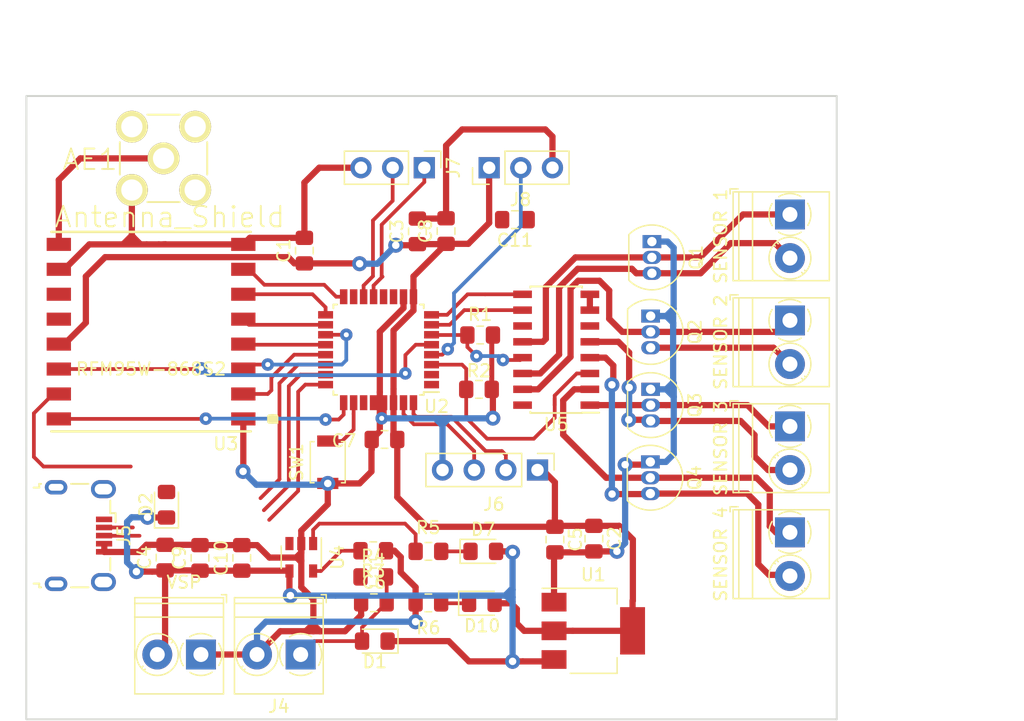
<source format=kicad_pcb>
(kicad_pcb (version 20171130) (host pcbnew "(5.0.0)")

  (general
    (thickness 1.6)
    (drawings 6)
    (tracks 479)
    (zones 0)
    (modules 42)
    (nets 50)
  )

  (page A4)
  (layers
    (0 F.Cu signal)
    (31 B.Cu signal)
    (32 B.Adhes user)
    (33 F.Adhes user)
    (34 B.Paste user)
    (35 F.Paste user)
    (36 B.SilkS user)
    (37 F.SilkS user)
    (38 B.Mask user)
    (39 F.Mask user)
    (40 Dwgs.User user)
    (41 Cmts.User user)
    (42 Eco1.User user)
    (43 Eco2.User user)
    (44 Edge.Cuts user)
    (45 Margin user)
    (46 B.CrtYd user)
    (47 F.CrtYd user)
    (48 B.Fab user)
    (49 F.Fab user)
  )

  (setup
    (last_trace_width 0.3)
    (trace_clearance 0.2)
    (zone_clearance 0.508)
    (zone_45_only no)
    (trace_min 0.2)
    (segment_width 0.2)
    (edge_width 0.15)
    (via_size 1)
    (via_drill 0.4)
    (via_min_size 0.4)
    (via_min_drill 0.3)
    (uvia_size 0.3)
    (uvia_drill 0.1)
    (uvias_allowed no)
    (uvia_min_size 0.2)
    (uvia_min_drill 0.1)
    (pcb_text_width 0.3)
    (pcb_text_size 1.5 1.5)
    (mod_edge_width 0.15)
    (mod_text_size 1 1)
    (mod_text_width 0.15)
    (pad_size 2.5527 2.5527)
    (pad_drill 1.7018)
    (pad_to_mask_clearance 0.2)
    (aux_axis_origin 0 0)
    (visible_elements 7FFFFFFF)
    (pcbplotparams
      (layerselection 0x010fc_ffffffff)
      (usegerberextensions false)
      (usegerberattributes false)
      (usegerberadvancedattributes false)
      (creategerberjobfile false)
      (excludeedgelayer true)
      (linewidth 0.100000)
      (plotframeref false)
      (viasonmask false)
      (mode 1)
      (useauxorigin false)
      (hpglpennumber 1)
      (hpglpenspeed 20)
      (hpglpendiameter 15.000000)
      (psnegative false)
      (psa4output false)
      (plotreference true)
      (plotvalue true)
      (plotinvisibletext false)
      (padsonsilk false)
      (subtractmaskfromsilk false)
      (outputformat 1)
      (mirror false)
      (drillshape 1)
      (scaleselection 1)
      (outputdirectory ""))
  )

  (net 0 "")
  (net 1 "Net-(AE1-Pad1)")
  (net 2 GND)
  (net 3 +3V3)
  (net 4 VCC)
  (net 5 "Net-(D7-Pad1)")
  (net 6 "Net-(D10-Pad1)")
  (net 7 "Net-(J1-Pad2)")
  (net 8 "Net-(J1-Pad1)")
  (net 9 "Net-(J2-Pad1)")
  (net 10 "Net-(J2-Pad2)")
  (net 11 "Net-(J3-Pad2)")
  (net 12 "Net-(J3-Pad1)")
  (net 13 /D-)
  (net 14 /D+)
  (net 15 /SWDIO)
  (net 16 /Rx)
  (net 17 /Tx)
  (net 18 /DHT_DAT)
  (net 19 "Net-(J9-Pad1)")
  (net 20 "Net-(J9-Pad2)")
  (net 21 /SENS_X)
  (net 22 /SENS_Y)
  (net 23 "Net-(R3-Pad2)")
  (net 24 "Net-(R4-Pad1)")
  (net 25 "Net-(R5-Pad1)")
  (net 26 "Net-(SW1-Pad2)")
  (net 27 "Net-(U2-Pad1)")
  (net 28 "Net-(U2-Pad2)")
  (net 29 /DIO0)
  (net 30 /S0)
  (net 31 /S1)
  (net 32 /EN)
  (net 33 "Net-(U2-Pad12)")
  (net 34 "Net-(U2-Pad15)")
  (net 35 /DIO5)
  (net 36 /RFM_RST)
  (net 37 /SS)
  (net 38 /MOSI)
  (net 39 /SCK)
  (net 40 /MIS0)
  (net 41 /DIO1)
  (net 42 /DIO2)
  (net 43 "Net-(U2-Pad27)")
  (net 44 /SWCLK)
  (net 45 "Net-(U3-Pad11)")
  (net 46 "Net-(U3-Pad12)")
  (net 47 /BAT)
  (net 48 "Net-(C11-Pad2)")
  (net 49 "Net-(D2-Pad2)")

  (net_class Default "This is the default net class."
    (clearance 0.2)
    (trace_width 0.3)
    (via_dia 1)
    (via_drill 0.4)
    (uvia_dia 0.3)
    (uvia_drill 0.1)
    (add_net /BAT)
    (add_net /D+)
    (add_net /D-)
    (add_net /DHT_DAT)
    (add_net /DIO0)
    (add_net /DIO1)
    (add_net /DIO2)
    (add_net /DIO5)
    (add_net /EN)
    (add_net /MIS0)
    (add_net /MOSI)
    (add_net /RFM_RST)
    (add_net /Rx)
    (add_net /S0)
    (add_net /S1)
    (add_net /SCK)
    (add_net /SENS_X)
    (add_net /SENS_Y)
    (add_net /SS)
    (add_net /SWCLK)
    (add_net /SWDIO)
    (add_net /Tx)
    (add_net "Net-(AE1-Pad1)")
    (add_net "Net-(C11-Pad2)")
    (add_net "Net-(D10-Pad1)")
    (add_net "Net-(D2-Pad2)")
    (add_net "Net-(D7-Pad1)")
    (add_net "Net-(R3-Pad2)")
    (add_net "Net-(R4-Pad1)")
    (add_net "Net-(R5-Pad1)")
    (add_net "Net-(SW1-Pad2)")
    (add_net "Net-(U2-Pad1)")
    (add_net "Net-(U2-Pad12)")
    (add_net "Net-(U2-Pad15)")
    (add_net "Net-(U2-Pad2)")
    (add_net "Net-(U2-Pad27)")
    (add_net "Net-(U3-Pad11)")
    (add_net "Net-(U3-Pad12)")
  )

  (net_class SOURCE ""
    (clearance 0.2)
    (trace_width 0.5)
    (via_dia 1.2)
    (via_drill 0.6)
    (uvia_dia 0.3)
    (uvia_drill 0.1)
    (add_net +3V3)
    (add_net GND)
    (add_net "Net-(J1-Pad1)")
    (add_net "Net-(J1-Pad2)")
    (add_net "Net-(J2-Pad1)")
    (add_net "Net-(J2-Pad2)")
    (add_net "Net-(J3-Pad1)")
    (add_net "Net-(J3-Pad2)")
    (add_net "Net-(J9-Pad1)")
    (add_net "Net-(J9-Pad2)")
    (add_net VCC)
  )

  (module Capacitor_SMD:C_0805_2012Metric_Pad1.15x1.40mm_HandSolder (layer F.Cu) (tedit 5B36C52B) (tstamp 5BF79DA1)
    (at 126.125 117.025 90)
    (descr "Capacitor SMD 0805 (2012 Metric), square (rectangular) end terminal, IPC_7351 nominal with elongated pad for handsoldering. (Body size source: https://docs.google.com/spreadsheets/d/1BsfQQcO9C6DZCsRaXUlFlo91Tg2WpOkGARC1WS5S8t0/edit?usp=sharing), generated with kicad-footprint-generator")
    (tags "capacitor handsolder")
    (path /5BAD5278)
    (attr smd)
    (fp_text reference C4 (at 0 -1.65 90) (layer F.SilkS)
      (effects (font (size 1 1) (thickness 0.15)))
    )
    (fp_text value 10uf (at 0 1.65 90) (layer F.Fab)
      (effects (font (size 1 1) (thickness 0.15)))
    )
    (fp_line (start -1 0.6) (end -1 -0.6) (layer F.Fab) (width 0.1))
    (fp_line (start -1 -0.6) (end 1 -0.6) (layer F.Fab) (width 0.1))
    (fp_line (start 1 -0.6) (end 1 0.6) (layer F.Fab) (width 0.1))
    (fp_line (start 1 0.6) (end -1 0.6) (layer F.Fab) (width 0.1))
    (fp_line (start -0.261252 -0.71) (end 0.261252 -0.71) (layer F.SilkS) (width 0.12))
    (fp_line (start -0.261252 0.71) (end 0.261252 0.71) (layer F.SilkS) (width 0.12))
    (fp_line (start -1.85 0.95) (end -1.85 -0.95) (layer F.CrtYd) (width 0.05))
    (fp_line (start -1.85 -0.95) (end 1.85 -0.95) (layer F.CrtYd) (width 0.05))
    (fp_line (start 1.85 -0.95) (end 1.85 0.95) (layer F.CrtYd) (width 0.05))
    (fp_line (start 1.85 0.95) (end -1.85 0.95) (layer F.CrtYd) (width 0.05))
    (fp_text user %R (at 0 0 90) (layer F.Fab)
      (effects (font (size 0.5 0.5) (thickness 0.08)))
    )
    (pad 1 smd roundrect (at -1.025 0 90) (size 1.15 1.4) (layers F.Cu F.Paste F.Mask) (roundrect_rratio 0.217391)
      (net 4 VCC))
    (pad 2 smd roundrect (at 1.025 0 90) (size 1.15 1.4) (layers F.Cu F.Paste F.Mask) (roundrect_rratio 0.217391)
      (net 2 GND))
    (model ${KISYS3DMOD}/Capacitor_SMD.3dshapes/C_0805_2012Metric.wrl
      (at (xyz 0 0 0))
      (scale (xyz 1 1 1))
      (rotate (xyz 0 0 0))
    )
  )

  (module Package_TO_SOT_THT:TO-92_Inline (layer F.Cu) (tedit 5BF5D151) (tstamp 5BF79FE2)
    (at 165.175 91.675 270)
    (descr "TO-92 leads in-line, narrow, oval pads, drill 0.75mm (see NXP sot054_po.pdf)")
    (tags "to-92 sc-43 sc-43a sot54 PA33 transistor")
    (path /5BDD1D76)
    (fp_text reference Q1 (at 1.27 -3.56 270) (layer F.SilkS)
      (effects (font (size 1 1) (thickness 0.15)))
    )
    (fp_text value 2N7000 (at 1.27 2.79 270) (layer F.Fab)
      (effects (font (size 1 1) (thickness 0.15)))
    )
    (fp_arc (start 1.27 0) (end 1.27 -2.6) (angle 135) (layer F.SilkS) (width 0.12))
    (fp_arc (start 1.27 0) (end 1.27 -2.48) (angle -135) (layer F.Fab) (width 0.1))
    (fp_arc (start 1.27 0) (end 1.27 -2.6) (angle -135) (layer F.SilkS) (width 0.12))
    (fp_arc (start 1.27 0) (end 1.27 -2.48) (angle 135) (layer F.Fab) (width 0.1))
    (fp_line (start 4 2.01) (end -1.46 2.01) (layer F.CrtYd) (width 0.05))
    (fp_line (start 4 2.01) (end 4 -2.73) (layer F.CrtYd) (width 0.05))
    (fp_line (start -1.46 -2.73) (end -1.46 2.01) (layer F.CrtYd) (width 0.05))
    (fp_line (start -1.46 -2.73) (end 4 -2.73) (layer F.CrtYd) (width 0.05))
    (fp_line (start -0.5 1.75) (end 3 1.75) (layer F.Fab) (width 0.1))
    (fp_line (start -0.53 1.85) (end 3.07 1.85) (layer F.SilkS) (width 0.12))
    (fp_text user %R (at 1.27 -3.56 270) (layer F.Fab)
      (effects (font (size 1 1) (thickness 0.15)))
    )
    (pad 1 thru_hole rect (at 0 0 270) (size 1.05 1.5) (drill 0.75) (layers *.Cu *.Mask)
      (net 2 GND))
    (pad 3 thru_hole oval (at 2.54 0 270) (size 1.05 1.5) (drill 0.75) (layers *.Cu *.Mask)
      (net 7 "Net-(J1-Pad2)"))
    (pad 2 thru_hole oval (at 1.27 0 270) (size 1.05 1.5) (drill 0.75) (layers *.Cu *.Mask)
      (net 8 "Net-(J1-Pad1)"))
    (model ${KISYS3DMOD}/Package_TO_SOT_THT.3dshapes/TO-92_Inline.wrl
      (at (xyz 0 0 0))
      (scale (xyz 1 1 1))
      (rotate (xyz 0 0 0))
    )
  )

  (module TerminalBlock_Phoenix:TerminalBlock_Phoenix_PT-1,5-2-3.5-H_1x02_P3.50mm_Horizontal (layer F.Cu) (tedit 5BF49A57) (tstamp 5BF79EB3)
    (at 176.25 98 270)
    (descr "Terminal Block Phoenix PT-1,5-2-3.5-H, 2 pins, pitch 3.5mm, size 7x7.6mm^2, drill diamater 1.2mm, pad diameter 2.4mm, see , script-generated using https://github.com/pointhi/kicad-footprint-generator/scripts/TerminalBlock_Phoenix")
    (tags "THT Terminal Block Phoenix PT-1,5-2-3.5-H pitch 3.5mm size 7x7.6mm^2 drill 1.2mm pad 2.4mm")
    (path /5BB578EE)
    (fp_text reference J2 (at 1.75 -4.16 270) (layer F.Fab)
      (effects (font (size 1 1) (thickness 0.15)))
    )
    (fp_text value "SENSOR 2" (at 1.75 5.56 270) (layer F.SilkS)
      (effects (font (size 1 1) (thickness 0.15)))
    )
    (fp_arc (start 0 0) (end 0 1.68) (angle -32) (layer F.SilkS) (width 0.12))
    (fp_arc (start 0 0) (end 1.425 0.891) (angle -64) (layer F.SilkS) (width 0.12))
    (fp_arc (start 0 0) (end 0.866 -1.44) (angle -63) (layer F.SilkS) (width 0.12))
    (fp_arc (start 0 0) (end -1.44 -0.866) (angle -63) (layer F.SilkS) (width 0.12))
    (fp_arc (start 0 0) (end -0.866 1.44) (angle -32) (layer F.SilkS) (width 0.12))
    (fp_circle (center 0 0) (end 1.5 0) (layer F.Fab) (width 0.1))
    (fp_circle (center 3.5 0) (end 5 0) (layer F.Fab) (width 0.1))
    (fp_circle (center 3.5 0) (end 5.18 0) (layer F.SilkS) (width 0.12))
    (fp_line (start -1.75 -3.1) (end 5.25 -3.1) (layer F.Fab) (width 0.1))
    (fp_line (start 5.25 -3.1) (end 5.25 4.5) (layer F.Fab) (width 0.1))
    (fp_line (start 5.25 4.5) (end -1.35 4.5) (layer F.Fab) (width 0.1))
    (fp_line (start -1.35 4.5) (end -1.75 4.1) (layer F.Fab) (width 0.1))
    (fp_line (start -1.75 4.1) (end -1.75 -3.1) (layer F.Fab) (width 0.1))
    (fp_line (start -1.75 4.1) (end 5.25 4.1) (layer F.Fab) (width 0.1))
    (fp_line (start -1.81 4.1) (end 5.31 4.1) (layer F.SilkS) (width 0.12))
    (fp_line (start -1.75 3) (end 5.25 3) (layer F.Fab) (width 0.1))
    (fp_line (start -1.81 3) (end 5.31 3) (layer F.SilkS) (width 0.12))
    (fp_line (start -1.81 -3.16) (end 5.31 -3.16) (layer F.SilkS) (width 0.12))
    (fp_line (start -1.81 4.56) (end 5.31 4.56) (layer F.SilkS) (width 0.12))
    (fp_line (start -1.81 -3.16) (end -1.81 4.56) (layer F.SilkS) (width 0.12))
    (fp_line (start 5.31 -3.16) (end 5.31 4.56) (layer F.SilkS) (width 0.12))
    (fp_line (start 1.138 -0.955) (end -0.955 1.138) (layer F.Fab) (width 0.1))
    (fp_line (start 0.955 -1.138) (end -1.138 0.955) (layer F.Fab) (width 0.1))
    (fp_line (start 4.638 -0.955) (end 2.546 1.138) (layer F.Fab) (width 0.1))
    (fp_line (start 4.455 -1.138) (end 2.363 0.955) (layer F.Fab) (width 0.1))
    (fp_line (start 4.775 -1.069) (end 4.646 -0.941) (layer F.SilkS) (width 0.12))
    (fp_line (start 2.525 1.181) (end 2.431 1.274) (layer F.SilkS) (width 0.12))
    (fp_line (start 4.57 -1.275) (end 4.476 -1.181) (layer F.SilkS) (width 0.12))
    (fp_line (start 2.355 0.941) (end 2.226 1.069) (layer F.SilkS) (width 0.12))
    (fp_line (start -2.05 4.16) (end -2.05 4.8) (layer F.SilkS) (width 0.12))
    (fp_line (start -2.05 4.8) (end -1.65 4.8) (layer F.SilkS) (width 0.12))
    (fp_line (start -2.25 -3.6) (end -2.25 5) (layer F.CrtYd) (width 0.05))
    (fp_line (start -2.25 5) (end 5.75 5) (layer F.CrtYd) (width 0.05))
    (fp_line (start 5.75 5) (end 5.75 -3.6) (layer F.CrtYd) (width 0.05))
    (fp_line (start 5.75 -3.6) (end -2.25 -3.6) (layer F.CrtYd) (width 0.05))
    (fp_text user %R (at 1.75 2.4 270) (layer F.Fab)
      (effects (font (size 1 1) (thickness 0.15)))
    )
    (pad 1 thru_hole rect (at 0 0 270) (size 2.4 2.4) (drill 1.2) (layers *.Cu *.Mask)
      (net 9 "Net-(J2-Pad1)"))
    (pad 2 thru_hole circle (at 3.5 0 270) (size 2.4 2.4) (drill 1.2) (layers *.Cu *.Mask)
      (net 10 "Net-(J2-Pad2)"))
    (model ${KISYS3DMOD}/TerminalBlock_Phoenix.3dshapes/TerminalBlock_Phoenix_PT-1,5-2-3.5-H_1x02_P3.50mm_Horizontal.wrl
      (at (xyz 0 0 0))
      (scale (xyz 1 1 1))
      (rotate (xyz 0 0 0))
    )
  )

  (module Connector_PinHeader_2.54mm:PinHeader_1x04_P2.54mm_Vertical (layer F.Cu) (tedit 59FED5CC) (tstamp 5BF79F4E)
    (at 156 110 270)
    (descr "Through hole straight pin header, 1x04, 2.54mm pitch, single row")
    (tags "Through hole pin header THT 1x04 2.54mm single row")
    (path /5BEBEC90)
    (fp_text reference J6 (at 2.75 3.5) (layer F.SilkS)
      (effects (font (size 1 1) (thickness 0.15)))
    )
    (fp_text value Conn_01x04 (at 2.75 5.5) (layer F.Fab)
      (effects (font (size 1 1) (thickness 0.15)))
    )
    (fp_line (start -0.635 -1.27) (end 1.27 -1.27) (layer F.Fab) (width 0.1))
    (fp_line (start 1.27 -1.27) (end 1.27 8.89) (layer F.Fab) (width 0.1))
    (fp_line (start 1.27 8.89) (end -1.27 8.89) (layer F.Fab) (width 0.1))
    (fp_line (start -1.27 8.89) (end -1.27 -0.635) (layer F.Fab) (width 0.1))
    (fp_line (start -1.27 -0.635) (end -0.635 -1.27) (layer F.Fab) (width 0.1))
    (fp_line (start -1.33 8.95) (end 1.33 8.95) (layer F.SilkS) (width 0.12))
    (fp_line (start -1.33 1.27) (end -1.33 8.95) (layer F.SilkS) (width 0.12))
    (fp_line (start 1.33 1.27) (end 1.33 8.95) (layer F.SilkS) (width 0.12))
    (fp_line (start -1.33 1.27) (end 1.33 1.27) (layer F.SilkS) (width 0.12))
    (fp_line (start -1.33 0) (end -1.33 -1.33) (layer F.SilkS) (width 0.12))
    (fp_line (start -1.33 -1.33) (end 0 -1.33) (layer F.SilkS) (width 0.12))
    (fp_line (start -1.8 -1.8) (end -1.8 9.4) (layer F.CrtYd) (width 0.05))
    (fp_line (start -1.8 9.4) (end 1.8 9.4) (layer F.CrtYd) (width 0.05))
    (fp_line (start 1.8 9.4) (end 1.8 -1.8) (layer F.CrtYd) (width 0.05))
    (fp_line (start 1.8 -1.8) (end -1.8 -1.8) (layer F.CrtYd) (width 0.05))
    (fp_text user %R (at -1.825001 3.81) (layer F.Fab)
      (effects (font (size 1 1) (thickness 0.15)))
    )
    (pad 1 thru_hole rect (at 0 0 270) (size 1.7 1.7) (drill 1) (layers *.Cu *.Mask)
      (net 3 +3V3))
    (pad 2 thru_hole oval (at 0 2.54 270) (size 1.7 1.7) (drill 1) (layers *.Cu *.Mask)
      (net 15 /SWDIO))
    (pad 3 thru_hole oval (at 0 5.08 270) (size 1.7 1.7) (drill 1) (layers *.Cu *.Mask)
      (net 44 /SWCLK))
    (pad 4 thru_hole oval (at 0 7.62 270) (size 1.7 1.7) (drill 1) (layers *.Cu *.Mask)
      (net 2 GND))
    (model ${KISYS3DMOD}/Connector_PinHeader_2.54mm.3dshapes/PinHeader_1x04_P2.54mm_Vertical.wrl
      (at (xyz 0 0 0))
      (scale (xyz 1 1 1))
      (rotate (xyz 0 0 0))
    )
  )

  (module Package_SO:SOIC-16_3.9x9.9mm_P1.27mm (layer F.Cu) (tedit 5C427E9F) (tstamp 5C04021F)
    (at 157.5 100.35 180)
    (descr "16-Lead Plastic Small Outline (SL) - Narrow, 3.90 mm Body [SOIC] (see Microchip Packaging Specification 00000049BS.pdf)")
    (tags "SOIC 1.27")
    (path /5C0415EA)
    (attr smd)
    (fp_text reference U5 (at 0 -6 180) (layer F.SilkS)
      (effects (font (size 1 1) (thickness 0.15)))
    )
    (fp_text value 74HC4052 (at 0 6 180) (layer F.Fab)
      (effects (font (size 1 1) (thickness 0.15)))
    )
    (fp_text user %R (at 0 0.5 180) (layer F.Fab)
      (effects (font (size 0.9 0.9) (thickness 0.135)))
    )
    (fp_line (start -0.95 -4.95) (end 1.95 -4.95) (layer F.Fab) (width 0.15))
    (fp_line (start 1.95 -4.95) (end 1.95 4.95) (layer F.Fab) (width 0.15))
    (fp_line (start 1.95 4.95) (end -1.95 4.95) (layer F.Fab) (width 0.15))
    (fp_line (start -1.95 4.95) (end -1.95 -3.95) (layer F.Fab) (width 0.15))
    (fp_line (start -1.95 -3.95) (end -0.95 -4.95) (layer F.Fab) (width 0.15))
    (fp_line (start -3.7 -5.25) (end -3.7 5.25) (layer F.CrtYd) (width 0.05))
    (fp_line (start 3.7 -5.25) (end 3.7 5.25) (layer F.CrtYd) (width 0.05))
    (fp_line (start -3.7 -5.25) (end 3.7 -5.25) (layer F.CrtYd) (width 0.05))
    (fp_line (start -3.7 5.25) (end 3.7 5.25) (layer F.CrtYd) (width 0.05))
    (fp_line (start -2.075 -5.075) (end -2.075 -5.05) (layer F.SilkS) (width 0.15))
    (fp_line (start 2.075 -5.075) (end 2.075 -4.97) (layer F.SilkS) (width 0.15))
    (fp_line (start 2.075 5.075) (end 2.075 4.97) (layer F.SilkS) (width 0.15))
    (fp_line (start -2.075 5.075) (end -2.075 4.97) (layer F.SilkS) (width 0.15))
    (fp_line (start -2.075 -5.075) (end 2.075 -5.075) (layer F.SilkS) (width 0.15))
    (fp_line (start -2.075 5.075) (end 2.075 5.075) (layer F.SilkS) (width 0.15))
    (fp_line (start -2.075 -5.05) (end -3.45 -5.05) (layer F.SilkS) (width 0.15))
    (pad 1 smd rect (at -2.7 -4.445 180) (size 1.5 0.6) (layers F.Cu F.Paste F.Mask)
      (net 12 "Net-(J3-Pad1)"))
    (pad 2 smd rect (at -2.7 -3.175 180) (size 1.5 0.6) (layers F.Cu F.Paste F.Mask)
      (net 19 "Net-(J9-Pad1)"))
    (pad 3 smd rect (at -2.7 -1.905 180) (size 1.5 0.6) (layers F.Cu F.Paste F.Mask)
      (net 22 /SENS_Y))
    (pad 4 smd rect (at -2.7 -0.635 180) (size 1.5 0.6) (layers F.Cu F.Paste F.Mask)
      (net 20 "Net-(J9-Pad2)"))
    (pad 5 smd rect (at -2.7 0.635 180) (size 1.5 0.6) (layers F.Cu F.Paste F.Mask)
      (net 11 "Net-(J3-Pad2)"))
    (pad 6 smd rect (at -2.7 1.905 180) (size 1.5 0.6) (layers F.Cu F.Paste F.Mask)
      (net 32 /EN))
    (pad 7 smd rect (at -2.7 3.175 180) (size 1.5 0.6) (layers F.Cu F.Paste F.Mask)
      (net 2 GND))
    (pad 8 smd rect (at -2.7 4.445 180) (size 1.5 0.6) (layers F.Cu F.Paste F.Mask)
      (net 2 GND))
    (pad 9 smd rect (at 2.7 4.445 180) (size 1.5 0.6) (layers F.Cu F.Paste F.Mask)
      (net 31 /S1))
    (pad 10 smd rect (at 2.7 3.175 180) (size 1.5 0.6) (layers F.Cu F.Paste F.Mask)
      (net 30 /S0))
    (pad 11 smd rect (at 2.7 1.905 180) (size 1.5 0.6) (layers F.Cu F.Paste F.Mask)
      (net 10 "Net-(J2-Pad2)"))
    (pad 12 smd rect (at 2.7 0.635 180) (size 1.5 0.6) (layers F.Cu F.Paste F.Mask)
      (net 8 "Net-(J1-Pad1)"))
    (pad 13 smd rect (at 2.7 -0.635 180) (size 1.5 0.6) (layers F.Cu F.Paste F.Mask)
      (net 21 /SENS_X))
    (pad 14 smd rect (at 2.7 -1.905 180) (size 1.5 0.6) (layers F.Cu F.Paste F.Mask)
      (net 7 "Net-(J1-Pad2)"))
    (pad 15 smd rect (at 2.7 -3.175 180) (size 1.5 0.6) (layers F.Cu F.Paste F.Mask)
      (net 9 "Net-(J2-Pad1)"))
    (pad 16 smd rect (at 2.7 -4.445 180) (size 1.5 0.6) (layers F.Cu F.Paste F.Mask)
      (net 3 +3V3))
    (model ${KISYS3DMOD}/Package_SO.3dshapes/SOIC-16_3.9x9.9mm_P1.27mm.wrl
      (at (xyz 0 0 0))
      (scale (xyz 1 1 1))
      (rotate (xyz 0 0 0))
    )
  )

  (module Rf:AMPHENOL_901-144 (layer F.Cu) (tedit 5C4BA0C4) (tstamp 5BF79D5D)
    (at 126 85 90)
    (path /5BAFACF3)
    (solder_mask_margin 0.1)
    (fp_text reference AE1 (at -0.1 -5.9 180) (layer F.SilkS)
      (effects (font (size 1.64 1.64) (thickness 0.15)))
    )
    (fp_text value Antenna_Shield (at -4.7 0.5) (layer F.SilkS)
      (effects (font (size 1.64 1.64) (thickness 0.15)))
    )
    (fp_line (start -1.2954 3.5052) (end 1.2954 3.5052) (layer F.SilkS) (width 0.1524))
    (fp_line (start 3.5052 1.2954) (end 3.5052 -1.2954) (layer F.SilkS) (width 0.1524))
    (fp_line (start 1.2954 -3.5052) (end -1.2954 -3.5052) (layer F.SilkS) (width 0.1524))
    (fp_line (start -3.5052 -1.2954) (end -3.5052 1.2954) (layer F.SilkS) (width 0.1524))
    (fp_line (start -3.5052 3.5052) (end 3.5052 3.5052) (layer Dwgs.User) (width 0.1524))
    (fp_line (start 3.5052 3.5052) (end 3.5052 -3.5052) (layer Dwgs.User) (width 0.1524))
    (fp_line (start 3.5052 -3.5052) (end -3.5052 -3.5052) (layer Dwgs.User) (width 0.1524))
    (fp_line (start -3.5052 -3.5052) (end -3.5052 3.5052) (layer Dwgs.User) (width 0.1524))
    (pad 1 thru_hole circle (at 0 0 90) (size 2.5527 2.5527) (drill 1.7018) (layers *.Cu *.Mask F.SilkS)
      (net 1 "Net-(AE1-Pad1)") (solder_mask_margin 0.2))
    (pad 2 thru_hole circle (at -2.54 -2.54 90) (size 2.5527 2.5527) (drill 1.7018) (layers *.Cu *.Mask F.SilkS)
      (net 2 GND) (solder_mask_margin 0.2))
    (pad E thru_hole circle (at -2.54 2.54 90) (size 2.5527 2.5527) (drill 1.7018) (layers *.Cu *.Mask F.SilkS)
      (solder_mask_margin 0.2))
    (pad 4 thru_hole circle (at 2.54 2.54 90) (size 2.5527 2.5527) (drill 1.7018) (layers *.Cu *.Mask F.SilkS)
      (solder_mask_margin 0.2))
    (pad 5 thru_hole circle (at 2.54 -2.54 90) (size 2.5527 2.5527) (drill 1.7018) (layers *.Cu *.Mask F.SilkS)
      (solder_mask_margin 0.2))
  )

  (module Capacitor_SMD:C_0805_2012Metric_Pad1.15x1.40mm_HandSolder (layer F.Cu) (tedit 5B36C52B) (tstamp 5BF79D6E)
    (at 137.3 92.4 90)
    (descr "Capacitor SMD 0805 (2012 Metric), square (rectangular) end terminal, IPC_7351 nominal with elongated pad for handsoldering. (Body size source: https://docs.google.com/spreadsheets/d/1BsfQQcO9C6DZCsRaXUlFlo91Tg2WpOkGARC1WS5S8t0/edit?usp=sharing), generated with kicad-footprint-generator")
    (tags "capacitor handsolder")
    (path /5BAFDB87)
    (attr smd)
    (fp_text reference C1 (at 0 -1.65 90) (layer F.SilkS)
      (effects (font (size 1 1) (thickness 0.15)))
    )
    (fp_text value 0.1uf (at 0 1.65 90) (layer F.Fab)
      (effects (font (size 1 1) (thickness 0.15)))
    )
    (fp_line (start -1 0.6) (end -1 -0.6) (layer F.Fab) (width 0.1))
    (fp_line (start -1 -0.6) (end 1 -0.6) (layer F.Fab) (width 0.1))
    (fp_line (start 1 -0.6) (end 1 0.6) (layer F.Fab) (width 0.1))
    (fp_line (start 1 0.6) (end -1 0.6) (layer F.Fab) (width 0.1))
    (fp_line (start -0.261252 -0.71) (end 0.261252 -0.71) (layer F.SilkS) (width 0.12))
    (fp_line (start -0.261252 0.71) (end 0.261252 0.71) (layer F.SilkS) (width 0.12))
    (fp_line (start -1.85 0.95) (end -1.85 -0.95) (layer F.CrtYd) (width 0.05))
    (fp_line (start -1.85 -0.95) (end 1.85 -0.95) (layer F.CrtYd) (width 0.05))
    (fp_line (start 1.85 -0.95) (end 1.85 0.95) (layer F.CrtYd) (width 0.05))
    (fp_line (start 1.85 0.95) (end -1.85 0.95) (layer F.CrtYd) (width 0.05))
    (fp_text user %R (at 0 0 90) (layer F.Fab)
      (effects (font (size 0.5 0.5) (thickness 0.08)))
    )
    (pad 1 smd roundrect (at -1.025 0 90) (size 1.15 1.4) (layers F.Cu F.Paste F.Mask) (roundrect_rratio 0.217391)
      (net 3 +3V3))
    (pad 2 smd roundrect (at 1.025 0 90) (size 1.15 1.4) (layers F.Cu F.Paste F.Mask) (roundrect_rratio 0.217391)
      (net 2 GND))
    (model ${KISYS3DMOD}/Capacitor_SMD.3dshapes/C_0805_2012Metric.wrl
      (at (xyz 0 0 0))
      (scale (xyz 1 1 1))
      (rotate (xyz 0 0 0))
    )
  )

  (module Capacitor_SMD:C_0805_2012Metric_Pad1.15x1.40mm_HandSolder (layer F.Cu) (tedit 5BFB5168) (tstamp 5BF79D7F)
    (at 160.520631 115.503351 270)
    (descr "Capacitor SMD 0805 (2012 Metric), square (rectangular) end terminal, IPC_7351 nominal with elongated pad for handsoldering. (Body size source: https://docs.google.com/spreadsheets/d/1BsfQQcO9C6DZCsRaXUlFlo91Tg2WpOkGARC1WS5S8t0/edit?usp=sharing), generated with kicad-footprint-generator")
    (tags "capacitor handsolder")
    (path /5BAC083B)
    (attr smd)
    (fp_text reference C2 (at 0 -1.65 270) (layer F.SilkS)
      (effects (font (size 1 1) (thickness 0.15)))
    )
    (fp_text value 0.1uf (at 0 1.65 270) (layer F.Fab)
      (effects (font (size 1 1) (thickness 0.15)))
    )
    (fp_text user %R (at 0 0 270) (layer F.Fab)
      (effects (font (size 0.5 0.5) (thickness 0.08)))
    )
    (fp_line (start 1.85 0.95) (end -1.85 0.95) (layer F.CrtYd) (width 0.05))
    (fp_line (start 1.85 -0.95) (end 1.85 0.95) (layer F.CrtYd) (width 0.05))
    (fp_line (start -1.85 -0.95) (end 1.85 -0.95) (layer F.CrtYd) (width 0.05))
    (fp_line (start -1.85 0.95) (end -1.85 -0.95) (layer F.CrtYd) (width 0.05))
    (fp_line (start -0.261252 0.71) (end 0.261252 0.71) (layer F.SilkS) (width 0.12))
    (fp_line (start -0.261252 -0.71) (end 0.261252 -0.71) (layer F.SilkS) (width 0.12))
    (fp_line (start 1 0.6) (end -1 0.6) (layer F.Fab) (width 0.1))
    (fp_line (start 1 -0.6) (end 1 0.6) (layer F.Fab) (width 0.1))
    (fp_line (start -1 -0.6) (end 1 -0.6) (layer F.Fab) (width 0.1))
    (fp_line (start -1 0.6) (end -1 -0.6) (layer F.Fab) (width 0.1))
    (pad 2 smd roundrect (at 1.025 0 270) (size 1.15 1.4) (layers F.Cu F.Paste F.Mask) (roundrect_rratio 0.217)
      (net 2 GND))
    (pad 1 smd roundrect (at -1.025 0 270) (size 1.15 1.4) (layers F.Cu F.Paste F.Mask) (roundrect_rratio 0.217391)
      (net 3 +3V3))
    (model ${KISYS3DMOD}/Capacitor_SMD.3dshapes/C_0805_2012Metric.wrl
      (at (xyz 0 0 0))
      (scale (xyz 1 1 1))
      (rotate (xyz 0 0 0))
    )
  )

  (module Capacitor_SMD:C_0805_2012Metric_Pad1.15x1.40mm_HandSolder (layer F.Cu) (tedit 5B36C52B) (tstamp 5BF79D90)
    (at 146.365 90.855 90)
    (descr "Capacitor SMD 0805 (2012 Metric), square (rectangular) end terminal, IPC_7351 nominal with elongated pad for handsoldering. (Body size source: https://docs.google.com/spreadsheets/d/1BsfQQcO9C6DZCsRaXUlFlo91Tg2WpOkGARC1WS5S8t0/edit?usp=sharing), generated with kicad-footprint-generator")
    (tags "capacitor handsolder")
    (path /5BAC1D19)
    (attr smd)
    (fp_text reference C3 (at 0 -1.65 90) (layer F.SilkS)
      (effects (font (size 1 1) (thickness 0.15)))
    )
    (fp_text value 1uf (at 0 1.65 90) (layer F.Fab)
      (effects (font (size 1 1) (thickness 0.15)))
    )
    (fp_line (start -1 0.6) (end -1 -0.6) (layer F.Fab) (width 0.1))
    (fp_line (start -1 -0.6) (end 1 -0.6) (layer F.Fab) (width 0.1))
    (fp_line (start 1 -0.6) (end 1 0.6) (layer F.Fab) (width 0.1))
    (fp_line (start 1 0.6) (end -1 0.6) (layer F.Fab) (width 0.1))
    (fp_line (start -0.261252 -0.71) (end 0.261252 -0.71) (layer F.SilkS) (width 0.12))
    (fp_line (start -0.261252 0.71) (end 0.261252 0.71) (layer F.SilkS) (width 0.12))
    (fp_line (start -1.85 0.95) (end -1.85 -0.95) (layer F.CrtYd) (width 0.05))
    (fp_line (start -1.85 -0.95) (end 1.85 -0.95) (layer F.CrtYd) (width 0.05))
    (fp_line (start 1.85 -0.95) (end 1.85 0.95) (layer F.CrtYd) (width 0.05))
    (fp_line (start 1.85 0.95) (end -1.85 0.95) (layer F.CrtYd) (width 0.05))
    (fp_text user %R (at 0 0 90) (layer F.Fab)
      (effects (font (size 0.5 0.5) (thickness 0.08)))
    )
    (pad 1 smd roundrect (at -1.025 0 90) (size 1.15 1.4) (layers F.Cu F.Paste F.Mask) (roundrect_rratio 0.217391)
      (net 3 +3V3))
    (pad 2 smd roundrect (at 1.025 0 90) (size 1.15 1.4) (layers F.Cu F.Paste F.Mask) (roundrect_rratio 0.217391)
      (net 2 GND))
    (model ${KISYS3DMOD}/Capacitor_SMD.3dshapes/C_0805_2012Metric.wrl
      (at (xyz 0 0 0))
      (scale (xyz 1 1 1))
      (rotate (xyz 0 0 0))
    )
  )

  (module Capacitor_SMD:C_0805_2012Metric_Pad1.15x1.40mm_HandSolder (layer F.Cu) (tedit 5B36C52B) (tstamp 5BF79DB2)
    (at 157.395631 115.578351 270)
    (descr "Capacitor SMD 0805 (2012 Metric), square (rectangular) end terminal, IPC_7351 nominal with elongated pad for handsoldering. (Body size source: https://docs.google.com/spreadsheets/d/1BsfQQcO9C6DZCsRaXUlFlo91Tg2WpOkGARC1WS5S8t0/edit?usp=sharing), generated with kicad-footprint-generator")
    (tags "capacitor handsolder")
    (path /5BAD54FC)
    (attr smd)
    (fp_text reference C5 (at 0 -1.65 270) (layer F.SilkS)
      (effects (font (size 1 1) (thickness 0.15)))
    )
    (fp_text value 10uf (at 0 1.65 270) (layer F.Fab)
      (effects (font (size 1 1) (thickness 0.15)))
    )
    (fp_line (start -1 0.6) (end -1 -0.6) (layer F.Fab) (width 0.1))
    (fp_line (start -1 -0.6) (end 1 -0.6) (layer F.Fab) (width 0.1))
    (fp_line (start 1 -0.6) (end 1 0.6) (layer F.Fab) (width 0.1))
    (fp_line (start 1 0.6) (end -1 0.6) (layer F.Fab) (width 0.1))
    (fp_line (start -0.261252 -0.71) (end 0.261252 -0.71) (layer F.SilkS) (width 0.12))
    (fp_line (start -0.261252 0.71) (end 0.261252 0.71) (layer F.SilkS) (width 0.12))
    (fp_line (start -1.85 0.95) (end -1.85 -0.95) (layer F.CrtYd) (width 0.05))
    (fp_line (start -1.85 -0.95) (end 1.85 -0.95) (layer F.CrtYd) (width 0.05))
    (fp_line (start 1.85 -0.95) (end 1.85 0.95) (layer F.CrtYd) (width 0.05))
    (fp_line (start 1.85 0.95) (end -1.85 0.95) (layer F.CrtYd) (width 0.05))
    (fp_text user %R (at 0 0 270) (layer F.Fab)
      (effects (font (size 0.5 0.5) (thickness 0.08)))
    )
    (pad 1 smd roundrect (at -1.025 0 270) (size 1.15 1.4) (layers F.Cu F.Paste F.Mask) (roundrect_rratio 0.217391)
      (net 3 +3V3))
    (pad 2 smd roundrect (at 1.025 0 270) (size 1.15 1.4) (layers F.Cu F.Paste F.Mask) (roundrect_rratio 0.217391)
      (net 2 GND))
    (model ${KISYS3DMOD}/Capacitor_SMD.3dshapes/C_0805_2012Metric.wrl
      (at (xyz 0 0 0))
      (scale (xyz 1 1 1))
      (rotate (xyz 0 0 0))
    )
  )

  (module Capacitor_SMD:C_0805_2012Metric_Pad1.15x1.40mm_HandSolder (layer F.Cu) (tedit 5B36C52B) (tstamp 5BF79DC3)
    (at 142.875 120.65)
    (descr "Capacitor SMD 0805 (2012 Metric), square (rectangular) end terminal, IPC_7351 nominal with elongated pad for handsoldering. (Body size source: https://docs.google.com/spreadsheets/d/1BsfQQcO9C6DZCsRaXUlFlo91Tg2WpOkGARC1WS5S8t0/edit?usp=sharing), generated with kicad-footprint-generator")
    (tags "capacitor handsolder")
    (path /5BC716B5)
    (attr smd)
    (fp_text reference C6 (at 0 -1.65) (layer F.SilkS)
      (effects (font (size 1 1) (thickness 0.15)))
    )
    (fp_text value 10uf (at 0 1.65) (layer F.Fab)
      (effects (font (size 1 1) (thickness 0.15)))
    )
    (fp_text user %R (at 0 0) (layer F.Fab)
      (effects (font (size 0.5 0.5) (thickness 0.08)))
    )
    (fp_line (start 1.85 0.95) (end -1.85 0.95) (layer F.CrtYd) (width 0.05))
    (fp_line (start 1.85 -0.95) (end 1.85 0.95) (layer F.CrtYd) (width 0.05))
    (fp_line (start -1.85 -0.95) (end 1.85 -0.95) (layer F.CrtYd) (width 0.05))
    (fp_line (start -1.85 0.95) (end -1.85 -0.95) (layer F.CrtYd) (width 0.05))
    (fp_line (start -0.261252 0.71) (end 0.261252 0.71) (layer F.SilkS) (width 0.12))
    (fp_line (start -0.261252 -0.71) (end 0.261252 -0.71) (layer F.SilkS) (width 0.12))
    (fp_line (start 1 0.6) (end -1 0.6) (layer F.Fab) (width 0.1))
    (fp_line (start 1 -0.6) (end 1 0.6) (layer F.Fab) (width 0.1))
    (fp_line (start -1 -0.6) (end 1 -0.6) (layer F.Fab) (width 0.1))
    (fp_line (start -1 0.6) (end -1 -0.6) (layer F.Fab) (width 0.1))
    (pad 2 smd roundrect (at 1.025 0) (size 1.15 1.4) (layers F.Cu F.Paste F.Mask) (roundrect_rratio 0.217391)
      (net 47 /BAT))
    (pad 1 smd roundrect (at -1.025 0) (size 1.15 1.4) (layers F.Cu F.Paste F.Mask) (roundrect_rratio 0.217391)
      (net 2 GND))
    (model ${KISYS3DMOD}/Capacitor_SMD.3dshapes/C_0805_2012Metric.wrl
      (at (xyz 0 0 0))
      (scale (xyz 1 1 1))
      (rotate (xyz 0 0 0))
    )
  )

  (module Capacitor_SMD:C_0805_2012Metric_Pad1.15x1.40mm_HandSolder (layer F.Cu) (tedit 5B36C52B) (tstamp 5BF79DD4)
    (at 143.725 107.55 180)
    (descr "Capacitor SMD 0805 (2012 Metric), square (rectangular) end terminal, IPC_7351 nominal with elongated pad for handsoldering. (Body size source: https://docs.google.com/spreadsheets/d/1BsfQQcO9C6DZCsRaXUlFlo91Tg2WpOkGARC1WS5S8t0/edit?usp=sharing), generated with kicad-footprint-generator")
    (tags "capacitor handsolder")
    (path /5BEE9C07)
    (attr smd)
    (fp_text reference C7 (at 3.25 -0.1 180) (layer F.SilkS)
      (effects (font (size 1 1) (thickness 0.15)))
    )
    (fp_text value 0.1uf (at 0 1.65 180) (layer F.Fab)
      (effects (font (size 1 1) (thickness 0.15)))
    )
    (fp_text user %R (at 0 0 180) (layer F.Fab)
      (effects (font (size 0.5 0.5) (thickness 0.08)))
    )
    (fp_line (start 1.85 0.95) (end -1.85 0.95) (layer F.CrtYd) (width 0.05))
    (fp_line (start 1.85 -0.95) (end 1.85 0.95) (layer F.CrtYd) (width 0.05))
    (fp_line (start -1.85 -0.95) (end 1.85 -0.95) (layer F.CrtYd) (width 0.05))
    (fp_line (start -1.85 0.95) (end -1.85 -0.95) (layer F.CrtYd) (width 0.05))
    (fp_line (start -0.261252 0.71) (end 0.261252 0.71) (layer F.SilkS) (width 0.12))
    (fp_line (start -0.261252 -0.71) (end 0.261252 -0.71) (layer F.SilkS) (width 0.12))
    (fp_line (start 1 0.6) (end -1 0.6) (layer F.Fab) (width 0.1))
    (fp_line (start 1 -0.6) (end 1 0.6) (layer F.Fab) (width 0.1))
    (fp_line (start -1 -0.6) (end 1 -0.6) (layer F.Fab) (width 0.1))
    (fp_line (start -1 0.6) (end -1 -0.6) (layer F.Fab) (width 0.1))
    (pad 2 smd roundrect (at 1.025 0 180) (size 1.15 1.4) (layers F.Cu F.Paste F.Mask) (roundrect_rratio 0.217391)
      (net 2 GND))
    (pad 1 smd roundrect (at -1.025 0 180) (size 1.15 1.4) (layers F.Cu F.Paste F.Mask) (roundrect_rratio 0.217391)
      (net 3 +3V3))
    (model ${KISYS3DMOD}/Capacitor_SMD.3dshapes/C_0805_2012Metric.wrl
      (at (xyz 0 0 0))
      (scale (xyz 1 1 1))
      (rotate (xyz 0 0 0))
    )
  )

  (module Capacitor_SMD:C_0805_2012Metric_Pad1.15x1.40mm_HandSolder (layer F.Cu) (tedit 5B36C52B) (tstamp 5BF79DE5)
    (at 148.665 90.83 90)
    (descr "Capacitor SMD 0805 (2012 Metric), square (rectangular) end terminal, IPC_7351 nominal with elongated pad for handsoldering. (Body size source: https://docs.google.com/spreadsheets/d/1BsfQQcO9C6DZCsRaXUlFlo91Tg2WpOkGARC1WS5S8t0/edit?usp=sharing), generated with kicad-footprint-generator")
    (tags "capacitor handsolder")
    (path /5BEB65DE)
    (attr smd)
    (fp_text reference C8 (at 0 -1.65 90) (layer F.SilkS)
      (effects (font (size 1 1) (thickness 0.15)))
    )
    (fp_text value 0.1uf (at 0 1.65 90) (layer F.Fab)
      (effects (font (size 1 1) (thickness 0.15)))
    )
    (fp_text user %R (at 0 0 90) (layer F.Fab)
      (effects (font (size 0.5 0.5) (thickness 0.08)))
    )
    (fp_line (start 1.85 0.95) (end -1.85 0.95) (layer F.CrtYd) (width 0.05))
    (fp_line (start 1.85 -0.95) (end 1.85 0.95) (layer F.CrtYd) (width 0.05))
    (fp_line (start -1.85 -0.95) (end 1.85 -0.95) (layer F.CrtYd) (width 0.05))
    (fp_line (start -1.85 0.95) (end -1.85 -0.95) (layer F.CrtYd) (width 0.05))
    (fp_line (start -0.261252 0.71) (end 0.261252 0.71) (layer F.SilkS) (width 0.12))
    (fp_line (start -0.261252 -0.71) (end 0.261252 -0.71) (layer F.SilkS) (width 0.12))
    (fp_line (start 1 0.6) (end -1 0.6) (layer F.Fab) (width 0.1))
    (fp_line (start 1 -0.6) (end 1 0.6) (layer F.Fab) (width 0.1))
    (fp_line (start -1 -0.6) (end 1 -0.6) (layer F.Fab) (width 0.1))
    (fp_line (start -1 0.6) (end -1 -0.6) (layer F.Fab) (width 0.1))
    (pad 2 smd roundrect (at 1.025 0 90) (size 1.15 1.4) (layers F.Cu F.Paste F.Mask) (roundrect_rratio 0.217391)
      (net 2 GND))
    (pad 1 smd roundrect (at -1.025 0 90) (size 1.15 1.4) (layers F.Cu F.Paste F.Mask) (roundrect_rratio 0.217391)
      (net 3 +3V3))
    (model ${KISYS3DMOD}/Capacitor_SMD.3dshapes/C_0805_2012Metric.wrl
      (at (xyz 0 0 0))
      (scale (xyz 1 1 1))
      (rotate (xyz 0 0 0))
    )
  )

  (module Capacitor_SMD:C_0805_2012Metric_Pad1.15x1.40mm_HandSolder (layer F.Cu) (tedit 5B36C52B) (tstamp 5BF79DF6)
    (at 128.925 117.05 90)
    (descr "Capacitor SMD 0805 (2012 Metric), square (rectangular) end terminal, IPC_7351 nominal with elongated pad for handsoldering. (Body size source: https://docs.google.com/spreadsheets/d/1BsfQQcO9C6DZCsRaXUlFlo91Tg2WpOkGARC1WS5S8t0/edit?usp=sharing), generated with kicad-footprint-generator")
    (tags "capacitor handsolder")
    (path /5BF450D9)
    (attr smd)
    (fp_text reference C9 (at 0 -1.65 90) (layer F.SilkS)
      (effects (font (size 1 1) (thickness 0.15)))
    )
    (fp_text value 47uf (at 0 1.65 90) (layer F.Fab)
      (effects (font (size 1 1) (thickness 0.15)))
    )
    (fp_text user %R (at 0 0 90) (layer F.Fab)
      (effects (font (size 0.5 0.5) (thickness 0.08)))
    )
    (fp_line (start 1.85 0.95) (end -1.85 0.95) (layer F.CrtYd) (width 0.05))
    (fp_line (start 1.85 -0.95) (end 1.85 0.95) (layer F.CrtYd) (width 0.05))
    (fp_line (start -1.85 -0.95) (end 1.85 -0.95) (layer F.CrtYd) (width 0.05))
    (fp_line (start -1.85 0.95) (end -1.85 -0.95) (layer F.CrtYd) (width 0.05))
    (fp_line (start -0.261252 0.71) (end 0.261252 0.71) (layer F.SilkS) (width 0.12))
    (fp_line (start -0.261252 -0.71) (end 0.261252 -0.71) (layer F.SilkS) (width 0.12))
    (fp_line (start 1 0.6) (end -1 0.6) (layer F.Fab) (width 0.1))
    (fp_line (start 1 -0.6) (end 1 0.6) (layer F.Fab) (width 0.1))
    (fp_line (start -1 -0.6) (end 1 -0.6) (layer F.Fab) (width 0.1))
    (fp_line (start -1 0.6) (end -1 -0.6) (layer F.Fab) (width 0.1))
    (pad 2 smd roundrect (at 1.025 0 90) (size 1.15 1.4) (layers F.Cu F.Paste F.Mask) (roundrect_rratio 0.217391)
      (net 2 GND))
    (pad 1 smd roundrect (at -1.025 0 90) (size 1.15 1.4) (layers F.Cu F.Paste F.Mask) (roundrect_rratio 0.217391)
      (net 4 VCC))
    (model ${KISYS3DMOD}/Capacitor_SMD.3dshapes/C_0805_2012Metric.wrl
      (at (xyz 0 0 0))
      (scale (xyz 1 1 1))
      (rotate (xyz 0 0 0))
    )
  )

  (module Capacitor_SMD:C_0805_2012Metric_Pad1.15x1.40mm_HandSolder (layer F.Cu) (tedit 5B36C52B) (tstamp 5BF79E07)
    (at 132.275 117.05 90)
    (descr "Capacitor SMD 0805 (2012 Metric), square (rectangular) end terminal, IPC_7351 nominal with elongated pad for handsoldering. (Body size source: https://docs.google.com/spreadsheets/d/1BsfQQcO9C6DZCsRaXUlFlo91Tg2WpOkGARC1WS5S8t0/edit?usp=sharing), generated with kicad-footprint-generator")
    (tags "capacitor handsolder")
    (path /5BF45235)
    (attr smd)
    (fp_text reference C10 (at 0 -1.65 90) (layer F.SilkS)
      (effects (font (size 1 1) (thickness 0.15)))
    )
    (fp_text value 100nf (at 0 1.65 90) (layer F.Fab)
      (effects (font (size 1 1) (thickness 0.15)))
    )
    (fp_line (start -1 0.6) (end -1 -0.6) (layer F.Fab) (width 0.1))
    (fp_line (start -1 -0.6) (end 1 -0.6) (layer F.Fab) (width 0.1))
    (fp_line (start 1 -0.6) (end 1 0.6) (layer F.Fab) (width 0.1))
    (fp_line (start 1 0.6) (end -1 0.6) (layer F.Fab) (width 0.1))
    (fp_line (start -0.261252 -0.71) (end 0.261252 -0.71) (layer F.SilkS) (width 0.12))
    (fp_line (start -0.261252 0.71) (end 0.261252 0.71) (layer F.SilkS) (width 0.12))
    (fp_line (start -1.85 0.95) (end -1.85 -0.95) (layer F.CrtYd) (width 0.05))
    (fp_line (start -1.85 -0.95) (end 1.85 -0.95) (layer F.CrtYd) (width 0.05))
    (fp_line (start 1.85 -0.95) (end 1.85 0.95) (layer F.CrtYd) (width 0.05))
    (fp_line (start 1.85 0.95) (end -1.85 0.95) (layer F.CrtYd) (width 0.05))
    (fp_text user %R (at 0 0 90) (layer F.Fab)
      (effects (font (size 0.5 0.5) (thickness 0.08)))
    )
    (pad 1 smd roundrect (at -1.025 0 90) (size 1.15 1.4) (layers F.Cu F.Paste F.Mask) (roundrect_rratio 0.217391)
      (net 4 VCC))
    (pad 2 smd roundrect (at 1.025 0 90) (size 1.15 1.4) (layers F.Cu F.Paste F.Mask) (roundrect_rratio 0.217391)
      (net 2 GND))
    (model ${KISYS3DMOD}/Capacitor_SMD.3dshapes/C_0805_2012Metric.wrl
      (at (xyz 0 0 0))
      (scale (xyz 1 1 1))
      (rotate (xyz 0 0 0))
    )
  )

  (module LED_SMD:LED_0805_2012Metric_Pad1.15x1.40mm_HandSolder (layer F.Cu) (tedit 5B4B45C9) (tstamp 5BF79E1A)
    (at 151.65 116.525)
    (descr "LED SMD 0805 (2012 Metric), square (rectangular) end terminal, IPC_7351 nominal, (Body size source: https://docs.google.com/spreadsheets/d/1BsfQQcO9C6DZCsRaXUlFlo91Tg2WpOkGARC1WS5S8t0/edit?usp=sharing), generated with kicad-footprint-generator")
    (tags "LED handsolder")
    (path /5BC0A15A)
    (attr smd)
    (fp_text reference D7 (at -0.01 -1.76) (layer F.SilkS)
      (effects (font (size 1 1) (thickness 0.15)))
    )
    (fp_text value LED (at 0 1.65) (layer F.Fab)
      (effects (font (size 1 1) (thickness 0.15)))
    )
    (fp_line (start 1 -0.6) (end -0.7 -0.6) (layer F.Fab) (width 0.1))
    (fp_line (start -0.7 -0.6) (end -1 -0.3) (layer F.Fab) (width 0.1))
    (fp_line (start -1 -0.3) (end -1 0.6) (layer F.Fab) (width 0.1))
    (fp_line (start -1 0.6) (end 1 0.6) (layer F.Fab) (width 0.1))
    (fp_line (start 1 0.6) (end 1 -0.6) (layer F.Fab) (width 0.1))
    (fp_line (start 1 -0.96) (end -1.86 -0.96) (layer F.SilkS) (width 0.12))
    (fp_line (start -1.86 -0.96) (end -1.86 0.96) (layer F.SilkS) (width 0.12))
    (fp_line (start -1.86 0.96) (end 1 0.96) (layer F.SilkS) (width 0.12))
    (fp_line (start -1.85 0.95) (end -1.85 -0.95) (layer F.CrtYd) (width 0.05))
    (fp_line (start -1.85 -0.95) (end 1.85 -0.95) (layer F.CrtYd) (width 0.05))
    (fp_line (start 1.85 -0.95) (end 1.85 0.95) (layer F.CrtYd) (width 0.05))
    (fp_line (start 1.85 0.95) (end -1.85 0.95) (layer F.CrtYd) (width 0.05))
    (fp_text user %R (at 0 0) (layer F.Fab)
      (effects (font (size 0.5 0.5) (thickness 0.08)))
    )
    (pad 1 smd roundrect (at -1.025 0) (size 1.15 1.4) (layers F.Cu F.Paste F.Mask) (roundrect_rratio 0.217391)
      (net 5 "Net-(D7-Pad1)"))
    (pad 2 smd roundrect (at 1.025 0) (size 1.15 1.4) (layers F.Cu F.Paste F.Mask) (roundrect_rratio 0.217391)
      (net 4 VCC))
    (model ${KISYS3DMOD}/LED_SMD.3dshapes/LED_0805_2012Metric.wrl
      (at (xyz 0 0 0))
      (scale (xyz 1 1 1))
      (rotate (xyz 0 0 0))
    )
  )

  (module LED_SMD:LED_0805_2012Metric_Pad1.15x1.40mm_HandSolder (layer F.Cu) (tedit 5B4B45C9) (tstamp 5BF79E5F)
    (at 151.535 120.69)
    (descr "LED SMD 0805 (2012 Metric), square (rectangular) end terminal, IPC_7351 nominal, (Body size source: https://docs.google.com/spreadsheets/d/1BsfQQcO9C6DZCsRaXUlFlo91Tg2WpOkGARC1WS5S8t0/edit?usp=sharing), generated with kicad-footprint-generator")
    (tags "LED handsolder")
    (path /5BC0A216)
    (attr smd)
    (fp_text reference D10 (at 0.025 1.8) (layer F.SilkS)
      (effects (font (size 1 1) (thickness 0.15)))
    )
    (fp_text value LED (at 0 1.65) (layer F.Fab)
      (effects (font (size 1 1) (thickness 0.15)))
    )
    (fp_text user %R (at 0 0) (layer F.Fab)
      (effects (font (size 0.5 0.5) (thickness 0.08)))
    )
    (fp_line (start 1.85 0.95) (end -1.85 0.95) (layer F.CrtYd) (width 0.05))
    (fp_line (start 1.85 -0.95) (end 1.85 0.95) (layer F.CrtYd) (width 0.05))
    (fp_line (start -1.85 -0.95) (end 1.85 -0.95) (layer F.CrtYd) (width 0.05))
    (fp_line (start -1.85 0.95) (end -1.85 -0.95) (layer F.CrtYd) (width 0.05))
    (fp_line (start -1.86 0.96) (end 1 0.96) (layer F.SilkS) (width 0.12))
    (fp_line (start -1.86 -0.96) (end -1.86 0.96) (layer F.SilkS) (width 0.12))
    (fp_line (start 1 -0.96) (end -1.86 -0.96) (layer F.SilkS) (width 0.12))
    (fp_line (start 1 0.6) (end 1 -0.6) (layer F.Fab) (width 0.1))
    (fp_line (start -1 0.6) (end 1 0.6) (layer F.Fab) (width 0.1))
    (fp_line (start -1 -0.3) (end -1 0.6) (layer F.Fab) (width 0.1))
    (fp_line (start -0.7 -0.6) (end -1 -0.3) (layer F.Fab) (width 0.1))
    (fp_line (start 1 -0.6) (end -0.7 -0.6) (layer F.Fab) (width 0.1))
    (pad 2 smd roundrect (at 1.025 0) (size 1.15 1.4) (layers F.Cu F.Paste F.Mask) (roundrect_rratio 0.217391)
      (net 3 +3V3))
    (pad 1 smd roundrect (at -1.025 0) (size 1.15 1.4) (layers F.Cu F.Paste F.Mask) (roundrect_rratio 0.217391)
      (net 6 "Net-(D10-Pad1)"))
    (model ${KISYS3DMOD}/LED_SMD.3dshapes/LED_0805_2012Metric.wrl
      (at (xyz 0 0 0))
      (scale (xyz 1 1 1))
      (rotate (xyz 0 0 0))
    )
  )

  (module TerminalBlock_Phoenix:TerminalBlock_Phoenix_PT-1,5-2-3.5-H_1x02_P3.50mm_Horizontal (layer F.Cu) (tedit 5BF49A76) (tstamp 5BF79E89)
    (at 176.25 89.5 270)
    (descr "Terminal Block Phoenix PT-1,5-2-3.5-H, 2 pins, pitch 3.5mm, size 7x7.6mm^2, drill diamater 1.2mm, pad diameter 2.4mm, see , script-generated using https://github.com/pointhi/kicad-footprint-generator/scripts/TerminalBlock_Phoenix")
    (tags "THT Terminal Block Phoenix PT-1,5-2-3.5-H pitch 3.5mm size 7x7.6mm^2 drill 1.2mm pad 2.4mm")
    (path /5BB53012)
    (fp_text reference J1 (at 1.75 -4.16 270) (layer F.Fab)
      (effects (font (size 1 1) (thickness 0.15)))
    )
    (fp_text value "SENSOR 1" (at 1.75 5.56 270) (layer F.SilkS)
      (effects (font (size 1 1) (thickness 0.15)))
    )
    (fp_arc (start 0 0) (end 0 1.68) (angle -32) (layer F.SilkS) (width 0.12))
    (fp_arc (start 0 0) (end 1.425 0.891) (angle -64) (layer F.SilkS) (width 0.12))
    (fp_arc (start 0 0) (end 0.866 -1.44) (angle -63) (layer F.SilkS) (width 0.12))
    (fp_arc (start 0 0) (end -1.44 -0.866) (angle -63) (layer F.SilkS) (width 0.12))
    (fp_arc (start 0 0) (end -0.866 1.44) (angle -32) (layer F.SilkS) (width 0.12))
    (fp_circle (center 0 0) (end 1.5 0) (layer F.Fab) (width 0.1))
    (fp_circle (center 3.5 0) (end 5 0) (layer F.Fab) (width 0.1))
    (fp_circle (center 3.5 0) (end 5.18 0) (layer F.SilkS) (width 0.12))
    (fp_line (start -1.75 -3.1) (end 5.25 -3.1) (layer F.Fab) (width 0.1))
    (fp_line (start 5.25 -3.1) (end 5.25 4.5) (layer F.Fab) (width 0.1))
    (fp_line (start 5.25 4.5) (end -1.35 4.5) (layer F.Fab) (width 0.1))
    (fp_line (start -1.35 4.5) (end -1.75 4.1) (layer F.Fab) (width 0.1))
    (fp_line (start -1.75 4.1) (end -1.75 -3.1) (layer F.Fab) (width 0.1))
    (fp_line (start -1.75 4.1) (end 5.25 4.1) (layer F.Fab) (width 0.1))
    (fp_line (start -1.81 4.1) (end 5.31 4.1) (layer F.SilkS) (width 0.12))
    (fp_line (start -1.75 3) (end 5.25 3) (layer F.Fab) (width 0.1))
    (fp_line (start -1.81 3) (end 5.31 3) (layer F.SilkS) (width 0.12))
    (fp_line (start -1.81 -3.16) (end 5.31 -3.16) (layer F.SilkS) (width 0.12))
    (fp_line (start -1.81 4.56) (end 5.31 4.56) (layer F.SilkS) (width 0.12))
    (fp_line (start -1.81 -3.16) (end -1.81 4.56) (layer F.SilkS) (width 0.12))
    (fp_line (start 5.31 -3.16) (end 5.31 4.56) (layer F.SilkS) (width 0.12))
    (fp_line (start 1.138 -0.955) (end -0.955 1.138) (layer F.Fab) (width 0.1))
    (fp_line (start 0.955 -1.138) (end -1.138 0.955) (layer F.Fab) (width 0.1))
    (fp_line (start 4.638 -0.955) (end 2.546 1.138) (layer F.Fab) (width 0.1))
    (fp_line (start 4.455 -1.138) (end 2.363 0.955) (layer F.Fab) (width 0.1))
    (fp_line (start 4.775 -1.069) (end 4.646 -0.941) (layer F.SilkS) (width 0.12))
    (fp_line (start 2.525 1.181) (end 2.431 1.274) (layer F.SilkS) (width 0.12))
    (fp_line (start 4.57 -1.275) (end 4.476 -1.181) (layer F.SilkS) (width 0.12))
    (fp_line (start 2.355 0.941) (end 2.226 1.069) (layer F.SilkS) (width 0.12))
    (fp_line (start -2.05 4.16) (end -2.05 4.8) (layer F.SilkS) (width 0.12))
    (fp_line (start -2.05 4.8) (end -1.65 4.8) (layer F.SilkS) (width 0.12))
    (fp_line (start -2.25 -3.6) (end -2.25 5) (layer F.CrtYd) (width 0.05))
    (fp_line (start -2.25 5) (end 5.75 5) (layer F.CrtYd) (width 0.05))
    (fp_line (start 5.75 5) (end 5.75 -3.6) (layer F.CrtYd) (width 0.05))
    (fp_line (start 5.75 -3.6) (end -2.25 -3.6) (layer F.CrtYd) (width 0.05))
    (fp_text user %R (at 1.75 2.4 270) (layer F.Fab)
      (effects (font (size 1 1) (thickness 0.15)))
    )
    (pad 1 thru_hole rect (at 0 0 270) (size 2.4 2.4) (drill 1.2) (layers *.Cu *.Mask)
      (net 8 "Net-(J1-Pad1)"))
    (pad 2 thru_hole circle (at 3.5 0 270) (size 2.4 2.4) (drill 1.2) (layers *.Cu *.Mask)
      (net 7 "Net-(J1-Pad2)"))
    (model ${KISYS3DMOD}/TerminalBlock_Phoenix.3dshapes/TerminalBlock_Phoenix_PT-1,5-2-3.5-H_1x02_P3.50mm_Horizontal.wrl
      (at (xyz 0 0 0))
      (scale (xyz 1 1 1))
      (rotate (xyz 0 0 0))
    )
  )

  (module TerminalBlock_Phoenix:TerminalBlock_Phoenix_PT-1,5-2-3.5-H_1x02_P3.50mm_Horizontal (layer F.Cu) (tedit 5BF49A36) (tstamp 5BF79EDD)
    (at 176.25 106.5 270)
    (descr "Terminal Block Phoenix PT-1,5-2-3.5-H, 2 pins, pitch 3.5mm, size 7x7.6mm^2, drill diamater 1.2mm, pad diameter 2.4mm, see , script-generated using https://github.com/pointhi/kicad-footprint-generator/scripts/TerminalBlock_Phoenix")
    (tags "THT Terminal Block Phoenix PT-1,5-2-3.5-H pitch 3.5mm size 7x7.6mm^2 drill 1.2mm pad 2.4mm")
    (path /5BE53FA6)
    (fp_text reference J3 (at 1.75 -4.16 270) (layer F.Fab)
      (effects (font (size 1 1) (thickness 0.15)))
    )
    (fp_text value "SENSOR 3" (at 1.75 5.56 270) (layer F.SilkS)
      (effects (font (size 1 1) (thickness 0.15)))
    )
    (fp_text user %R (at 1.75 2.4 270) (layer F.Fab)
      (effects (font (size 1 1) (thickness 0.15)))
    )
    (fp_line (start 5.75 -3.6) (end -2.25 -3.6) (layer F.CrtYd) (width 0.05))
    (fp_line (start 5.75 5) (end 5.75 -3.6) (layer F.CrtYd) (width 0.05))
    (fp_line (start -2.25 5) (end 5.75 5) (layer F.CrtYd) (width 0.05))
    (fp_line (start -2.25 -3.6) (end -2.25 5) (layer F.CrtYd) (width 0.05))
    (fp_line (start -2.05 4.8) (end -1.65 4.8) (layer F.SilkS) (width 0.12))
    (fp_line (start -2.05 4.16) (end -2.05 4.8) (layer F.SilkS) (width 0.12))
    (fp_line (start 2.355 0.941) (end 2.226 1.069) (layer F.SilkS) (width 0.12))
    (fp_line (start 4.57 -1.275) (end 4.476 -1.181) (layer F.SilkS) (width 0.12))
    (fp_line (start 2.525 1.181) (end 2.431 1.274) (layer F.SilkS) (width 0.12))
    (fp_line (start 4.775 -1.069) (end 4.646 -0.941) (layer F.SilkS) (width 0.12))
    (fp_line (start 4.455 -1.138) (end 2.363 0.955) (layer F.Fab) (width 0.1))
    (fp_line (start 4.638 -0.955) (end 2.546 1.138) (layer F.Fab) (width 0.1))
    (fp_line (start 0.955 -1.138) (end -1.138 0.955) (layer F.Fab) (width 0.1))
    (fp_line (start 1.138 -0.955) (end -0.955 1.138) (layer F.Fab) (width 0.1))
    (fp_line (start 5.31 -3.16) (end 5.31 4.56) (layer F.SilkS) (width 0.12))
    (fp_line (start -1.81 -3.16) (end -1.81 4.56) (layer F.SilkS) (width 0.12))
    (fp_line (start -1.81 4.56) (end 5.31 4.56) (layer F.SilkS) (width 0.12))
    (fp_line (start -1.81 -3.16) (end 5.31 -3.16) (layer F.SilkS) (width 0.12))
    (fp_line (start -1.81 3) (end 5.31 3) (layer F.SilkS) (width 0.12))
    (fp_line (start -1.75 3) (end 5.25 3) (layer F.Fab) (width 0.1))
    (fp_line (start -1.81 4.1) (end 5.31 4.1) (layer F.SilkS) (width 0.12))
    (fp_line (start -1.75 4.1) (end 5.25 4.1) (layer F.Fab) (width 0.1))
    (fp_line (start -1.75 4.1) (end -1.75 -3.1) (layer F.Fab) (width 0.1))
    (fp_line (start -1.35 4.5) (end -1.75 4.1) (layer F.Fab) (width 0.1))
    (fp_line (start 5.25 4.5) (end -1.35 4.5) (layer F.Fab) (width 0.1))
    (fp_line (start 5.25 -3.1) (end 5.25 4.5) (layer F.Fab) (width 0.1))
    (fp_line (start -1.75 -3.1) (end 5.25 -3.1) (layer F.Fab) (width 0.1))
    (fp_circle (center 3.5 0) (end 5.18 0) (layer F.SilkS) (width 0.12))
    (fp_circle (center 3.5 0) (end 5 0) (layer F.Fab) (width 0.1))
    (fp_circle (center 0 0) (end 1.5 0) (layer F.Fab) (width 0.1))
    (fp_arc (start 0 0) (end -0.866 1.44) (angle -32) (layer F.SilkS) (width 0.12))
    (fp_arc (start 0 0) (end -1.44 -0.866) (angle -63) (layer F.SilkS) (width 0.12))
    (fp_arc (start 0 0) (end 0.866 -1.44) (angle -63) (layer F.SilkS) (width 0.12))
    (fp_arc (start 0 0) (end 1.425 0.891) (angle -64) (layer F.SilkS) (width 0.12))
    (fp_arc (start 0 0) (end 0 1.68) (angle -32) (layer F.SilkS) (width 0.12))
    (pad 2 thru_hole circle (at 3.5 0 270) (size 2.4 2.4) (drill 1.2) (layers *.Cu *.Mask)
      (net 11 "Net-(J3-Pad2)"))
    (pad 1 thru_hole rect (at 0 0 270) (size 2.4 2.4) (drill 1.2) (layers *.Cu *.Mask)
      (net 12 "Net-(J3-Pad1)"))
    (model ${KISYS3DMOD}/TerminalBlock_Phoenix.3dshapes/TerminalBlock_Phoenix_PT-1,5-2-3.5-H_1x02_P3.50mm_Horizontal.wrl
      (at (xyz 0 0 0))
      (scale (xyz 1 1 1))
      (rotate (xyz 0 0 0))
    )
  )

  (module Connector_USB:USB_Micro-B_Wuerth_629105150521 (layer F.Cu) (tedit 5A142044) (tstamp 5BF79F36)
    (at 119.33 115.26 270)
    (descr "USB Micro-B receptacle, http://www.mouser.com/ds/2/445/629105150521-469306.pdf")
    (tags "usb micro receptacle")
    (path /5BAFF55A)
    (attr smd)
    (fp_text reference J5 (at 0 -3.5 270) (layer F.SilkS)
      (effects (font (size 1 1) (thickness 0.15)))
    )
    (fp_text value USB_B (at 0 5.6 270) (layer F.Fab)
      (effects (font (size 1 1) (thickness 0.15)))
    )
    (fp_line (start -4 -2.25) (end -4 3.15) (layer F.Fab) (width 0.15))
    (fp_line (start -4 3.15) (end -3.7 3.15) (layer F.Fab) (width 0.15))
    (fp_line (start -3.7 3.15) (end -3.7 4.35) (layer F.Fab) (width 0.15))
    (fp_line (start -3.7 4.35) (end 3.7 4.35) (layer F.Fab) (width 0.15))
    (fp_line (start 3.7 4.35) (end 3.7 3.15) (layer F.Fab) (width 0.15))
    (fp_line (start 3.7 3.15) (end 4 3.15) (layer F.Fab) (width 0.15))
    (fp_line (start 4 3.15) (end 4 -2.25) (layer F.Fab) (width 0.15))
    (fp_line (start 4 -2.25) (end -4 -2.25) (layer F.Fab) (width 0.15))
    (fp_line (start -2.7 3.75) (end 2.7 3.75) (layer F.Fab) (width 0.15))
    (fp_line (start -1.075 -2.725) (end -1.3 -2.55) (layer F.Fab) (width 0.15))
    (fp_line (start -1.3 -2.55) (end -1.525 -2.725) (layer F.Fab) (width 0.15))
    (fp_line (start -1.525 -2.725) (end -1.525 -2.95) (layer F.Fab) (width 0.15))
    (fp_line (start -1.525 -2.95) (end -1.075 -2.95) (layer F.Fab) (width 0.15))
    (fp_line (start -1.075 -2.95) (end -1.075 -2.725) (layer F.Fab) (width 0.15))
    (fp_line (start -4.15 -0.65) (end -4.15 0.75) (layer F.SilkS) (width 0.15))
    (fp_line (start -4.15 3.15) (end -4.15 3.3) (layer F.SilkS) (width 0.15))
    (fp_line (start -4.15 3.3) (end -3.85 3.3) (layer F.SilkS) (width 0.15))
    (fp_line (start -3.85 3.3) (end -3.85 3.75) (layer F.SilkS) (width 0.15))
    (fp_line (start 3.85 3.75) (end 3.85 3.3) (layer F.SilkS) (width 0.15))
    (fp_line (start 3.85 3.3) (end 4.15 3.3) (layer F.SilkS) (width 0.15))
    (fp_line (start 4.15 3.3) (end 4.15 3.15) (layer F.SilkS) (width 0.15))
    (fp_line (start 4.15 0.75) (end 4.15 -0.65) (layer F.SilkS) (width 0.15))
    (fp_line (start -1.075 -2.825) (end -1.8 -2.825) (layer F.SilkS) (width 0.15))
    (fp_line (start -1.8 -2.825) (end -1.8 -2.4) (layer F.SilkS) (width 0.15))
    (fp_line (start -1.8 -2.4) (end -2.8 -2.4) (layer F.SilkS) (width 0.15))
    (fp_line (start 1.8 -2.4) (end 2.8 -2.4) (layer F.SilkS) (width 0.15))
    (fp_line (start -4.94 -3.34) (end -4.94 4.85) (layer F.CrtYd) (width 0.05))
    (fp_line (start -4.94 4.85) (end 4.95 4.85) (layer F.CrtYd) (width 0.05))
    (fp_line (start 4.95 4.85) (end 4.95 -3.34) (layer F.CrtYd) (width 0.05))
    (fp_line (start 4.95 -3.34) (end -4.94 -3.34) (layer F.CrtYd) (width 0.05))
    (fp_text user %R (at -0.0508 1.1176 270) (layer F.Fab)
      (effects (font (size 1 1) (thickness 0.15)))
    )
    (fp_text user "PCB Edge" (at 0 3.75 270) (layer Dwgs.User)
      (effects (font (size 0.5 0.5) (thickness 0.08)))
    )
    (pad 1 smd rect (at -1.3 -1.9 270) (size 0.45 1.3) (layers F.Cu F.Paste F.Mask)
      (net 49 "Net-(D2-Pad2)"))
    (pad 2 smd rect (at -0.65 -1.9 270) (size 0.45 1.3) (layers F.Cu F.Paste F.Mask)
      (net 13 /D-))
    (pad 3 smd rect (at 0 -1.9 270) (size 0.45 1.3) (layers F.Cu F.Paste F.Mask)
      (net 14 /D+))
    (pad 4 smd rect (at 0.65 -1.9 270) (size 0.45 1.3) (layers F.Cu F.Paste F.Mask)
      (net 2 GND))
    (pad 5 smd rect (at 1.3 -1.9 270) (size 0.45 1.3) (layers F.Cu F.Paste F.Mask)
      (net 2 GND))
    (pad 6 thru_hole oval (at -3.725 -1.85 270) (size 1.45 2) (drill oval 0.85 1.4) (layers *.Cu *.Mask))
    (pad 6 thru_hole oval (at 3.725 -1.85 270) (size 1.45 2) (drill oval 0.85 1.4) (layers *.Cu *.Mask))
    (pad 6 thru_hole oval (at -3.875 1.95 270) (size 1.15 1.8) (drill oval 0.55 1.2) (layers *.Cu *.Mask))
    (pad 6 thru_hole oval (at 3.875 1.95 270) (size 1.15 1.8) (drill oval 0.55 1.2) (layers *.Cu *.Mask))
    (pad "" np_thru_hole oval (at -2.5 -0.8 270) (size 0.8 0.8) (drill 0.8) (layers *.Cu *.Mask))
    (pad "" np_thru_hole oval (at 2.5 -0.8 270) (size 0.8 0.8) (drill 0.8) (layers *.Cu *.Mask))
    (model ${KISYS3DMOD}/Connector_USB.3dshapes/USB_Micro-B_Wuerth_629105150521.wrl
      (at (xyz 0 0 0))
      (scale (xyz 1 1 1))
      (rotate (xyz 0 0 0))
    )
  )

  (module Connector_PinHeader_2.54mm:PinHeader_1x03_P2.54mm_Vertical (layer F.Cu) (tedit 59FED5CC) (tstamp 5BF79F65)
    (at 146.92 85.75 270)
    (descr "Through hole straight pin header, 1x03, 2.54mm pitch, single row")
    (tags "Through hole pin header THT 1x03 2.54mm single row")
    (path /5BFD46DB)
    (fp_text reference J7 (at 0 -2.33 270) (layer F.SilkS)
      (effects (font (size 1 1) (thickness 0.15)))
    )
    (fp_text value Conn_01x03 (at 0 7.41 270) (layer F.Fab)
      (effects (font (size 1 1) (thickness 0.15)))
    )
    (fp_line (start -0.635 -1.27) (end 1.27 -1.27) (layer F.Fab) (width 0.1))
    (fp_line (start 1.27 -1.27) (end 1.27 6.35) (layer F.Fab) (width 0.1))
    (fp_line (start 1.27 6.35) (end -1.27 6.35) (layer F.Fab) (width 0.1))
    (fp_line (start -1.27 6.35) (end -1.27 -0.635) (layer F.Fab) (width 0.1))
    (fp_line (start -1.27 -0.635) (end -0.635 -1.27) (layer F.Fab) (width 0.1))
    (fp_line (start -1.33 6.41) (end 1.33 6.41) (layer F.SilkS) (width 0.12))
    (fp_line (start -1.33 1.27) (end -1.33 6.41) (layer F.SilkS) (width 0.12))
    (fp_line (start 1.33 1.27) (end 1.33 6.41) (layer F.SilkS) (width 0.12))
    (fp_line (start -1.33 1.27) (end 1.33 1.27) (layer F.SilkS) (width 0.12))
    (fp_line (start -1.33 0) (end -1.33 -1.33) (layer F.SilkS) (width 0.12))
    (fp_line (start -1.33 -1.33) (end 0 -1.33) (layer F.SilkS) (width 0.12))
    (fp_line (start -1.8 -1.8) (end -1.8 6.85) (layer F.CrtYd) (width 0.05))
    (fp_line (start -1.8 6.85) (end 1.8 6.85) (layer F.CrtYd) (width 0.05))
    (fp_line (start 1.8 6.85) (end 1.8 -1.8) (layer F.CrtYd) (width 0.05))
    (fp_line (start 1.8 -1.8) (end -1.8 -1.8) (layer F.CrtYd) (width 0.05))
    (fp_text user %R (at 0 2.54) (layer F.Fab)
      (effects (font (size 1 1) (thickness 0.15)))
    )
    (pad 1 thru_hole rect (at 0 0 270) (size 1.7 1.7) (drill 1) (layers *.Cu *.Mask)
      (net 17 /Tx))
    (pad 2 thru_hole oval (at 0 2.54 270) (size 1.7 1.7) (drill 1) (layers *.Cu *.Mask)
      (net 16 /Rx))
    (pad 3 thru_hole oval (at 0 5.08 270) (size 1.7 1.7) (drill 1) (layers *.Cu *.Mask)
      (net 2 GND))
    (model ${KISYS3DMOD}/Connector_PinHeader_2.54mm.3dshapes/PinHeader_1x03_P2.54mm_Vertical.wrl
      (at (xyz 0 0 0))
      (scale (xyz 1 1 1))
      (rotate (xyz 0 0 0))
    )
  )

  (module Connector_PinHeader_2.54mm:PinHeader_1x03_P2.54mm_Vertical (layer F.Cu) (tedit 5BF5E7E1) (tstamp 5BF79F7C)
    (at 152.12 85.75 90)
    (descr "Through hole straight pin header, 1x03, 2.54mm pitch, single row")
    (tags "Through hole pin header THT 1x03 2.54mm single row")
    (path /5BE36F4C)
    (fp_text reference J8 (at -2.56 2.52 180) (layer F.SilkS)
      (effects (font (size 1 1) (thickness 0.15)))
    )
    (fp_text value Conn_01x03_Female (at -2.667 2.54 180) (layer F.Fab)
      (effects (font (size 1 1) (thickness 0.15)))
    )
    (fp_text user %R (at 0 2.54 180) (layer F.Fab)
      (effects (font (size 1 1) (thickness 0.15)))
    )
    (fp_line (start 1.8 -1.8) (end -1.8 -1.8) (layer F.CrtYd) (width 0.05))
    (fp_line (start 1.8 6.85) (end 1.8 -1.8) (layer F.CrtYd) (width 0.05))
    (fp_line (start -1.8 6.85) (end 1.8 6.85) (layer F.CrtYd) (width 0.05))
    (fp_line (start -1.8 -1.8) (end -1.8 6.85) (layer F.CrtYd) (width 0.05))
    (fp_line (start -1.33 -1.33) (end 0 -1.33) (layer F.SilkS) (width 0.12))
    (fp_line (start -1.33 0) (end -1.33 -1.33) (layer F.SilkS) (width 0.12))
    (fp_line (start -1.33 1.27) (end 1.33 1.27) (layer F.SilkS) (width 0.12))
    (fp_line (start 1.33 1.27) (end 1.33 6.41) (layer F.SilkS) (width 0.12))
    (fp_line (start -1.33 1.27) (end -1.33 6.41) (layer F.SilkS) (width 0.12))
    (fp_line (start -1.33 6.41) (end 1.33 6.41) (layer F.SilkS) (width 0.12))
    (fp_line (start -1.27 -0.635) (end -0.635 -1.27) (layer F.Fab) (width 0.1))
    (fp_line (start -1.27 6.35) (end -1.27 -0.635) (layer F.Fab) (width 0.1))
    (fp_line (start 1.27 6.35) (end -1.27 6.35) (layer F.Fab) (width 0.1))
    (fp_line (start 1.27 -1.27) (end 1.27 6.35) (layer F.Fab) (width 0.1))
    (fp_line (start -0.635 -1.27) (end 1.27 -1.27) (layer F.Fab) (width 0.1))
    (pad 3 thru_hole oval (at 0 5.08 90) (size 1.7 1.7) (drill 1) (layers *.Cu *.Mask)
      (net 2 GND))
    (pad 2 thru_hole oval (at 0 2.54 90) (size 1.7 1.7) (drill 1) (layers *.Cu *.Mask)
      (net 18 /DHT_DAT))
    (pad 1 thru_hole rect (at 0 0 90) (size 1.7 1.7) (drill 1) (layers *.Cu *.Mask)
      (net 3 +3V3))
    (model ${KISYS3DMOD}/Connector_PinHeader_2.54mm.3dshapes/PinHeader_1x03_P2.54mm_Vertical.wrl
      (at (xyz 0 0 0))
      (scale (xyz 1 1 1))
      (rotate (xyz 0 0 0))
    )
  )

  (module TerminalBlock_Phoenix:TerminalBlock_Phoenix_PT-1,5-2-3.5-H_1x02_P3.50mm_Horizontal (layer F.Cu) (tedit 5BF49AA0) (tstamp 5BF79FA6)
    (at 176.25 115 270)
    (descr "Terminal Block Phoenix PT-1,5-2-3.5-H, 2 pins, pitch 3.5mm, size 7x7.6mm^2, drill diamater 1.2mm, pad diameter 2.4mm, see , script-generated using https://github.com/pointhi/kicad-footprint-generator/scripts/TerminalBlock_Phoenix")
    (tags "THT Terminal Block Phoenix PT-1,5-2-3.5-H pitch 3.5mm size 7x7.6mm^2 drill 1.2mm pad 2.4mm")
    (path /5BDB99E8)
    (fp_text reference J9 (at 1.75 -4.16 270) (layer F.Fab)
      (effects (font (size 1 1) (thickness 0.15)))
    )
    (fp_text value "SENSOR 4" (at 1.75 5.56 270) (layer F.SilkS)
      (effects (font (size 1 1) (thickness 0.15)))
    )
    (fp_arc (start 0 0) (end 0 1.68) (angle -32) (layer F.SilkS) (width 0.12))
    (fp_arc (start 0 0) (end 1.425 0.891) (angle -64) (layer F.SilkS) (width 0.12))
    (fp_arc (start 0 0) (end 0.866 -1.44) (angle -63) (layer F.SilkS) (width 0.12))
    (fp_arc (start 0 0) (end -1.44 -0.866) (angle -63) (layer F.SilkS) (width 0.12))
    (fp_arc (start 0 0) (end -0.866 1.44) (angle -32) (layer F.SilkS) (width 0.12))
    (fp_circle (center 0 0) (end 1.5 0) (layer F.Fab) (width 0.1))
    (fp_circle (center 3.5 0) (end 5 0) (layer F.Fab) (width 0.1))
    (fp_circle (center 3.5 0) (end 5.18 0) (layer F.SilkS) (width 0.12))
    (fp_line (start -1.75 -3.1) (end 5.25 -3.1) (layer F.Fab) (width 0.1))
    (fp_line (start 5.25 -3.1) (end 5.25 4.5) (layer F.Fab) (width 0.1))
    (fp_line (start 5.25 4.5) (end -1.35 4.5) (layer F.Fab) (width 0.1))
    (fp_line (start -1.35 4.5) (end -1.75 4.1) (layer F.Fab) (width 0.1))
    (fp_line (start -1.75 4.1) (end -1.75 -3.1) (layer F.Fab) (width 0.1))
    (fp_line (start -1.75 4.1) (end 5.25 4.1) (layer F.Fab) (width 0.1))
    (fp_line (start -1.81 4.1) (end 5.31 4.1) (layer F.SilkS) (width 0.12))
    (fp_line (start -1.75 3) (end 5.25 3) (layer F.Fab) (width 0.1))
    (fp_line (start -1.81 3) (end 5.31 3) (layer F.SilkS) (width 0.12))
    (fp_line (start -1.81 -3.16) (end 5.31 -3.16) (layer F.SilkS) (width 0.12))
    (fp_line (start -1.81 4.56) (end 5.31 4.56) (layer F.SilkS) (width 0.12))
    (fp_line (start -1.81 -3.16) (end -1.81 4.56) (layer F.SilkS) (width 0.12))
    (fp_line (start 5.31 -3.16) (end 5.31 4.56) (layer F.SilkS) (width 0.12))
    (fp_line (start 1.138 -0.955) (end -0.955 1.138) (layer F.Fab) (width 0.1))
    (fp_line (start 0.955 -1.138) (end -1.138 0.955) (layer F.Fab) (width 0.1))
    (fp_line (start 4.638 -0.955) (end 2.546 1.138) (layer F.Fab) (width 0.1))
    (fp_line (start 4.455 -1.138) (end 2.363 0.955) (layer F.Fab) (width 0.1))
    (fp_line (start 4.775 -1.069) (end 4.646 -0.941) (layer F.SilkS) (width 0.12))
    (fp_line (start 2.525 1.181) (end 2.431 1.274) (layer F.SilkS) (width 0.12))
    (fp_line (start 4.57 -1.275) (end 4.476 -1.181) (layer F.SilkS) (width 0.12))
    (fp_line (start 2.355 0.941) (end 2.226 1.069) (layer F.SilkS) (width 0.12))
    (fp_line (start -2.05 4.16) (end -2.05 4.8) (layer F.SilkS) (width 0.12))
    (fp_line (start -2.05 4.8) (end -1.65 4.8) (layer F.SilkS) (width 0.12))
    (fp_line (start -2.25 -3.6) (end -2.25 5) (layer F.CrtYd) (width 0.05))
    (fp_line (start -2.25 5) (end 5.75 5) (layer F.CrtYd) (width 0.05))
    (fp_line (start 5.75 5) (end 5.75 -3.6) (layer F.CrtYd) (width 0.05))
    (fp_line (start 5.75 -3.6) (end -2.25 -3.6) (layer F.CrtYd) (width 0.05))
    (fp_text user %R (at 1.75 2.4 270) (layer F.Fab)
      (effects (font (size 1 1) (thickness 0.15)))
    )
    (pad 1 thru_hole rect (at 0 0 270) (size 2.4 2.4) (drill 1.2) (layers *.Cu *.Mask)
      (net 19 "Net-(J9-Pad1)"))
    (pad 2 thru_hole circle (at 3.5 0 270) (size 2.4 2.4) (drill 1.2) (layers *.Cu *.Mask)
      (net 20 "Net-(J9-Pad2)"))
    (model ${KISYS3DMOD}/TerminalBlock_Phoenix.3dshapes/TerminalBlock_Phoenix_PT-1,5-2-3.5-H_1x02_P3.50mm_Horizontal.wrl
      (at (xyz 0 0 0))
      (scale (xyz 1 1 1))
      (rotate (xyz 0 0 0))
    )
  )

  (module TerminalBlock_Phoenix:TerminalBlock_Phoenix_PT-1,5-2-3.5-H_1x02_P3.50mm_Horizontal (layer F.Cu) (tedit 5BF49A95) (tstamp 5BF79FD0)
    (at 129 124.8 180)
    (descr "Terminal Block Phoenix PT-1,5-2-3.5-H, 2 pins, pitch 3.5mm, size 7x7.6mm^2, drill diamater 1.2mm, pad diameter 2.4mm, see , script-generated using https://github.com/pointhi/kicad-footprint-generator/scripts/TerminalBlock_Phoenix")
    (tags "THT Terminal Block Phoenix PT-1,5-2-3.5-H pitch 3.5mm size 7x7.6mm^2 drill 1.2mm pad 2.4mm")
    (path /5BEBB2FC)
    (fp_text reference J10 (at 1.75 -4.16 180) (layer F.Fab)
      (effects (font (size 1 1) (thickness 0.15)))
    )
    (fp_text value VSP (at 1.35 5.8 180) (layer F.SilkS)
      (effects (font (size 1 1) (thickness 0.15)))
    )
    (fp_text user %R (at 1.75 2.4 180) (layer F.Fab)
      (effects (font (size 1 1) (thickness 0.15)))
    )
    (fp_line (start 5.75 -3.6) (end -2.25 -3.6) (layer F.CrtYd) (width 0.05))
    (fp_line (start 5.75 5) (end 5.75 -3.6) (layer F.CrtYd) (width 0.05))
    (fp_line (start -2.25 5) (end 5.75 5) (layer F.CrtYd) (width 0.05))
    (fp_line (start -2.25 -3.6) (end -2.25 5) (layer F.CrtYd) (width 0.05))
    (fp_line (start -2.05 4.8) (end -1.65 4.8) (layer F.SilkS) (width 0.12))
    (fp_line (start -2.05 4.16) (end -2.05 4.8) (layer F.SilkS) (width 0.12))
    (fp_line (start 2.355 0.941) (end 2.226 1.069) (layer F.SilkS) (width 0.12))
    (fp_line (start 4.57 -1.275) (end 4.476 -1.181) (layer F.SilkS) (width 0.12))
    (fp_line (start 2.525 1.181) (end 2.431 1.274) (layer F.SilkS) (width 0.12))
    (fp_line (start 4.775 -1.069) (end 4.646 -0.941) (layer F.SilkS) (width 0.12))
    (fp_line (start 4.455 -1.138) (end 2.363 0.955) (layer F.Fab) (width 0.1))
    (fp_line (start 4.638 -0.955) (end 2.546 1.138) (layer F.Fab) (width 0.1))
    (fp_line (start 0.955 -1.138) (end -1.138 0.955) (layer F.Fab) (width 0.1))
    (fp_line (start 1.138 -0.955) (end -0.955 1.138) (layer F.Fab) (width 0.1))
    (fp_line (start 5.31 -3.16) (end 5.31 4.56) (layer F.SilkS) (width 0.12))
    (fp_line (start -1.81 -3.16) (end -1.81 4.56) (layer F.SilkS) (width 0.12))
    (fp_line (start -1.81 4.56) (end 5.31 4.56) (layer F.SilkS) (width 0.12))
    (fp_line (start -1.81 -3.16) (end 5.31 -3.16) (layer F.SilkS) (width 0.12))
    (fp_line (start -1.81 3) (end 5.31 3) (layer F.SilkS) (width 0.12))
    (fp_line (start -1.75 3) (end 5.25 3) (layer F.Fab) (width 0.1))
    (fp_line (start -1.81 4.1) (end 5.31 4.1) (layer F.SilkS) (width 0.12))
    (fp_line (start -1.75 4.1) (end 5.25 4.1) (layer F.Fab) (width 0.1))
    (fp_line (start -1.75 4.1) (end -1.75 -3.1) (layer F.Fab) (width 0.1))
    (fp_line (start -1.35 4.5) (end -1.75 4.1) (layer F.Fab) (width 0.1))
    (fp_line (start 5.25 4.5) (end -1.35 4.5) (layer F.Fab) (width 0.1))
    (fp_line (start 5.25 -3.1) (end 5.25 4.5) (layer F.Fab) (width 0.1))
    (fp_line (start -1.75 -3.1) (end 5.25 -3.1) (layer F.Fab) (width 0.1))
    (fp_circle (center 3.5 0) (end 5.18 0) (layer F.SilkS) (width 0.12))
    (fp_circle (center 3.5 0) (end 5 0) (layer F.Fab) (width 0.1))
    (fp_circle (center 0 0) (end 1.5 0) (layer F.Fab) (width 0.1))
    (fp_arc (start 0 0) (end -0.866 1.44) (angle -32) (layer F.SilkS) (width 0.12))
    (fp_arc (start 0 0) (end -1.44 -0.866) (angle -63) (layer F.SilkS) (width 0.12))
    (fp_arc (start 0 0) (end 0.866 -1.44) (angle -63) (layer F.SilkS) (width 0.12))
    (fp_arc (start 0 0) (end 1.425 0.891) (angle -64) (layer F.SilkS) (width 0.12))
    (fp_arc (start 0 0) (end 0 1.68) (angle -32) (layer F.SilkS) (width 0.12))
    (pad 2 thru_hole circle (at 3.5 0 180) (size 2.4 2.4) (drill 1.2) (layers *.Cu *.Mask)
      (net 4 VCC))
    (pad 1 thru_hole rect (at 0 0 180) (size 2.4 2.4) (drill 1.2) (layers *.Cu *.Mask)
      (net 2 GND))
    (model ${KISYS3DMOD}/TerminalBlock_Phoenix.3dshapes/TerminalBlock_Phoenix_PT-1,5-2-3.5-H_1x02_P3.50mm_Horizontal.wrl
      (at (xyz 0 0 0))
      (scale (xyz 1 1 1))
      (rotate (xyz 0 0 0))
    )
  )

  (module Package_TO_SOT_THT:TO-92_Inline (layer F.Cu) (tedit 5A1DD157) (tstamp 5BF79FF4)
    (at 165.075 97.65 270)
    (descr "TO-92 leads in-line, narrow, oval pads, drill 0.75mm (see NXP sot054_po.pdf)")
    (tags "to-92 sc-43 sc-43a sot54 PA33 transistor")
    (path /5BE35DD4)
    (fp_text reference Q2 (at 1.27 -3.56 270) (layer F.SilkS)
      (effects (font (size 1 1) (thickness 0.15)))
    )
    (fp_text value 2N7000 (at 1.27 2.79 270) (layer F.Fab)
      (effects (font (size 1 1) (thickness 0.15)))
    )
    (fp_text user %R (at 1.27 -3.56 270) (layer F.Fab)
      (effects (font (size 1 1) (thickness 0.15)))
    )
    (fp_line (start -0.53 1.85) (end 3.07 1.85) (layer F.SilkS) (width 0.12))
    (fp_line (start -0.5 1.75) (end 3 1.75) (layer F.Fab) (width 0.1))
    (fp_line (start -1.46 -2.73) (end 4 -2.73) (layer F.CrtYd) (width 0.05))
    (fp_line (start -1.46 -2.73) (end -1.46 2.01) (layer F.CrtYd) (width 0.05))
    (fp_line (start 4 2.01) (end 4 -2.73) (layer F.CrtYd) (width 0.05))
    (fp_line (start 4 2.01) (end -1.46 2.01) (layer F.CrtYd) (width 0.05))
    (fp_arc (start 1.27 0) (end 1.27 -2.48) (angle 135) (layer F.Fab) (width 0.1))
    (fp_arc (start 1.27 0) (end 1.27 -2.6) (angle -135) (layer F.SilkS) (width 0.12))
    (fp_arc (start 1.27 0) (end 1.27 -2.48) (angle -135) (layer F.Fab) (width 0.1))
    (fp_arc (start 1.27 0) (end 1.27 -2.6) (angle 135) (layer F.SilkS) (width 0.12))
    (pad 2 thru_hole oval (at 1.27 0 270) (size 1.05 1.5) (drill 0.75) (layers *.Cu *.Mask)
      (net 9 "Net-(J2-Pad1)"))
    (pad 3 thru_hole oval (at 2.54 0 270) (size 1.05 1.5) (drill 0.75) (layers *.Cu *.Mask)
      (net 10 "Net-(J2-Pad2)"))
    (pad 1 thru_hole rect (at 0 0 270) (size 1.05 1.5) (drill 0.75) (layers *.Cu *.Mask)
      (net 2 GND))
    (model ${KISYS3DMOD}/Package_TO_SOT_THT.3dshapes/TO-92_Inline.wrl
      (at (xyz 0 0 0))
      (scale (xyz 1 1 1))
      (rotate (xyz 0 0 0))
    )
  )

  (module Package_TO_SOT_THT:TO-92_Inline (layer F.Cu) (tedit 5A1DD157) (tstamp 5BF7A006)
    (at 165.075 103.525 270)
    (descr "TO-92 leads in-line, narrow, oval pads, drill 0.75mm (see NXP sot054_po.pdf)")
    (tags "to-92 sc-43 sc-43a sot54 PA33 transistor")
    (path /5BE35E50)
    (fp_text reference Q3 (at 1.27 -3.56 270) (layer F.SilkS)
      (effects (font (size 1 1) (thickness 0.15)))
    )
    (fp_text value 2N7000 (at 1.27 2.79 270) (layer F.Fab)
      (effects (font (size 1 1) (thickness 0.15)))
    )
    (fp_text user %R (at 1.27 -3.56 270) (layer F.Fab)
      (effects (font (size 1 1) (thickness 0.15)))
    )
    (fp_line (start -0.53 1.85) (end 3.07 1.85) (layer F.SilkS) (width 0.12))
    (fp_line (start -0.5 1.75) (end 3 1.75) (layer F.Fab) (width 0.1))
    (fp_line (start -1.46 -2.73) (end 4 -2.73) (layer F.CrtYd) (width 0.05))
    (fp_line (start -1.46 -2.73) (end -1.46 2.01) (layer F.CrtYd) (width 0.05))
    (fp_line (start 4 2.01) (end 4 -2.73) (layer F.CrtYd) (width 0.05))
    (fp_line (start 4 2.01) (end -1.46 2.01) (layer F.CrtYd) (width 0.05))
    (fp_arc (start 1.27 0) (end 1.27 -2.48) (angle 135) (layer F.Fab) (width 0.1))
    (fp_arc (start 1.27 0) (end 1.27 -2.6) (angle -135) (layer F.SilkS) (width 0.12))
    (fp_arc (start 1.27 0) (end 1.27 -2.48) (angle -135) (layer F.Fab) (width 0.1))
    (fp_arc (start 1.27 0) (end 1.27 -2.6) (angle 135) (layer F.SilkS) (width 0.12))
    (pad 2 thru_hole oval (at 1.27 0 270) (size 1.05 1.5) (drill 0.75) (layers *.Cu *.Mask)
      (net 12 "Net-(J3-Pad1)"))
    (pad 3 thru_hole oval (at 2.54 0 270) (size 1.05 1.5) (drill 0.75) (layers *.Cu *.Mask)
      (net 11 "Net-(J3-Pad2)"))
    (pad 1 thru_hole rect (at 0 0 270) (size 1.05 1.5) (drill 0.75) (layers *.Cu *.Mask)
      (net 2 GND))
    (model ${KISYS3DMOD}/Package_TO_SOT_THT.3dshapes/TO-92_Inline.wrl
      (at (xyz 0 0 0))
      (scale (xyz 1 1 1))
      (rotate (xyz 0 0 0))
    )
  )

  (module Package_TO_SOT_THT:TO-92_Inline (layer F.Cu) (tedit 5A1DD157) (tstamp 5BF7A018)
    (at 165.05 109.35 270)
    (descr "TO-92 leads in-line, narrow, oval pads, drill 0.75mm (see NXP sot054_po.pdf)")
    (tags "to-92 sc-43 sc-43a sot54 PA33 transistor")
    (path /5BDC958C)
    (fp_text reference Q4 (at 1.27 -3.56 270) (layer F.SilkS)
      (effects (font (size 1 1) (thickness 0.15)))
    )
    (fp_text value 2N7000 (at 1.27 2.79 270) (layer F.Fab)
      (effects (font (size 1 1) (thickness 0.15)))
    )
    (fp_arc (start 1.27 0) (end 1.27 -2.6) (angle 135) (layer F.SilkS) (width 0.12))
    (fp_arc (start 1.27 0) (end 1.27 -2.48) (angle -135) (layer F.Fab) (width 0.1))
    (fp_arc (start 1.27 0) (end 1.27 -2.6) (angle -135) (layer F.SilkS) (width 0.12))
    (fp_arc (start 1.27 0) (end 1.27 -2.48) (angle 135) (layer F.Fab) (width 0.1))
    (fp_line (start 4 2.01) (end -1.46 2.01) (layer F.CrtYd) (width 0.05))
    (fp_line (start 4 2.01) (end 4 -2.73) (layer F.CrtYd) (width 0.05))
    (fp_line (start -1.46 -2.73) (end -1.46 2.01) (layer F.CrtYd) (width 0.05))
    (fp_line (start -1.46 -2.73) (end 4 -2.73) (layer F.CrtYd) (width 0.05))
    (fp_line (start -0.5 1.75) (end 3 1.75) (layer F.Fab) (width 0.1))
    (fp_line (start -0.53 1.85) (end 3.07 1.85) (layer F.SilkS) (width 0.12))
    (fp_text user %R (at 1.27 -3.56 270) (layer F.Fab)
      (effects (font (size 1 1) (thickness 0.15)))
    )
    (pad 1 thru_hole rect (at 0 0 270) (size 1.05 1.5) (drill 0.75) (layers *.Cu *.Mask)
      (net 2 GND))
    (pad 3 thru_hole oval (at 2.54 0 270) (size 1.05 1.5) (drill 0.75) (layers *.Cu *.Mask)
      (net 20 "Net-(J9-Pad2)"))
    (pad 2 thru_hole oval (at 1.27 0 270) (size 1.05 1.5) (drill 0.75) (layers *.Cu *.Mask)
      (net 19 "Net-(J9-Pad1)"))
    (model ${KISYS3DMOD}/Package_TO_SOT_THT.3dshapes/TO-92_Inline.wrl
      (at (xyz 0 0 0))
      (scale (xyz 1 1 1))
      (rotate (xyz 0 0 0))
    )
  )

  (module Resistor_SMD:R_0805_2012Metric_Pad1.15x1.40mm_HandSolder (layer F.Cu) (tedit 5BFB6335) (tstamp 5BF7A029)
    (at 151.4 99.17)
    (descr "Resistor SMD 0805 (2012 Metric), square (rectangular) end terminal, IPC_7351 nominal with elongated pad for handsoldering. (Body size source: https://docs.google.com/spreadsheets/d/1BsfQQcO9C6DZCsRaXUlFlo91Tg2WpOkGARC1WS5S8t0/edit?usp=sharing), generated with kicad-footprint-generator")
    (tags "resistor handsolder")
    (path /5BB55DB0)
    (attr smd)
    (fp_text reference R1 (at 0 -1.65) (layer F.SilkS)
      (effects (font (size 1 1) (thickness 0.15)))
    )
    (fp_text value 4K7 (at 0 1.65) (layer F.Fab)
      (effects (font (size 1 1) (thickness 0.15)))
    )
    (fp_line (start -1 0.6) (end -1 -0.6) (layer F.Fab) (width 0.1))
    (fp_line (start -1 -0.6) (end 1 -0.6) (layer F.Fab) (width 0.1))
    (fp_line (start 1 -0.6) (end 1 0.6) (layer F.Fab) (width 0.1))
    (fp_line (start 1 0.6) (end -1 0.6) (layer F.Fab) (width 0.1))
    (fp_line (start -0.261252 -0.71) (end 0.261252 -0.71) (layer F.SilkS) (width 0.12))
    (fp_line (start -0.261252 0.71) (end 0.261252 0.71) (layer F.SilkS) (width 0.12))
    (fp_line (start -1.85 0.95) (end -1.85 -0.95) (layer F.CrtYd) (width 0.05))
    (fp_line (start -1.85 -0.95) (end 1.85 -0.95) (layer F.CrtYd) (width 0.05))
    (fp_line (start 1.85 -0.95) (end 1.85 0.95) (layer F.CrtYd) (width 0.05))
    (fp_line (start 1.85 0.95) (end -1.85 0.95) (layer F.CrtYd) (width 0.05))
    (fp_text user %R (at 0.105 0.13) (layer F.Fab)
      (effects (font (size 0.5 0.5) (thickness 0.08)))
    )
    (pad 1 smd roundrect (at -1.025 0) (size 1.15 1.4) (layers F.Cu F.Paste F.Mask) (roundrect_rratio 0.217391)
      (net 21 /SENS_X))
    (pad 2 smd roundrect (at 1.025 0) (size 1.15 1.4) (layers F.Cu F.Paste F.Mask) (roundrect_rratio 0.217391)
      (net 2 GND))
    (model ${KISYS3DMOD}/Resistor_SMD.3dshapes/R_0805_2012Metric.wrl
      (at (xyz 0 0 0))
      (scale (xyz 1 1 1))
      (rotate (xyz 0 0 0))
    )
  )

  (module Resistor_SMD:R_0805_2012Metric_Pad1.15x1.40mm_HandSolder (layer F.Cu) (tedit 5B36C52B) (tstamp 5BF7A03A)
    (at 151.305 103.53)
    (descr "Resistor SMD 0805 (2012 Metric), square (rectangular) end terminal, IPC_7351 nominal with elongated pad for handsoldering. (Body size source: https://docs.google.com/spreadsheets/d/1BsfQQcO9C6DZCsRaXUlFlo91Tg2WpOkGARC1WS5S8t0/edit?usp=sharing), generated with kicad-footprint-generator")
    (tags "resistor handsolder")
    (path /5BB5859B)
    (attr smd)
    (fp_text reference R2 (at -0.005 -1.49 180) (layer F.SilkS)
      (effects (font (size 1 1) (thickness 0.15)))
    )
    (fp_text value 4K7 (at 0.035 1.75) (layer F.Fab)
      (effects (font (size 1 1) (thickness 0.15)))
    )
    (fp_text user %R (at 0 0) (layer F.Fab)
      (effects (font (size 0.5 0.5) (thickness 0.08)))
    )
    (fp_line (start 1.85 0.95) (end -1.85 0.95) (layer F.CrtYd) (width 0.05))
    (fp_line (start 1.85 -0.95) (end 1.85 0.95) (layer F.CrtYd) (width 0.05))
    (fp_line (start -1.85 -0.95) (end 1.85 -0.95) (layer F.CrtYd) (width 0.05))
    (fp_line (start -1.85 0.95) (end -1.85 -0.95) (layer F.CrtYd) (width 0.05))
    (fp_line (start -0.261252 0.71) (end 0.261252 0.71) (layer F.SilkS) (width 0.12))
    (fp_line (start -0.261252 -0.71) (end 0.261252 -0.71) (layer F.SilkS) (width 0.12))
    (fp_line (start 1 0.6) (end -1 0.6) (layer F.Fab) (width 0.1))
    (fp_line (start 1 -0.6) (end 1 0.6) (layer F.Fab) (width 0.1))
    (fp_line (start -1 -0.6) (end 1 -0.6) (layer F.Fab) (width 0.1))
    (fp_line (start -1 0.6) (end -1 -0.6) (layer F.Fab) (width 0.1))
    (pad 2 smd roundrect (at 1.025 0) (size 1.15 1.4) (layers F.Cu F.Paste F.Mask) (roundrect_rratio 0.217391)
      (net 2 GND))
    (pad 1 smd roundrect (at -1.025 0) (size 1.15 1.4) (layers F.Cu F.Paste F.Mask) (roundrect_rratio 0.217391)
      (net 22 /SENS_Y))
    (model ${KISYS3DMOD}/Resistor_SMD.3dshapes/R_0805_2012Metric.wrl
      (at (xyz 0 0 0))
      (scale (xyz 1 1 1))
      (rotate (xyz 0 0 0))
    )
  )

  (module Button_Switch_SMD:SW_SPST_B3U-1000P (layer F.Cu) (tedit 5A02FC95) (tstamp 5BF7A08C)
    (at 139.175 109.375 90)
    (descr "Ultra-small-sized Tactile Switch with High Contact Reliability, Top-actuated Model, without Ground Terminal, without Boss")
    (tags "Tactile Switch")
    (path /5BAF7531)
    (attr smd)
    (fp_text reference SW1 (at 0 -2.5 90) (layer F.SilkS)
      (effects (font (size 1 1) (thickness 0.15)))
    )
    (fp_text value RST (at 0 2.5 90) (layer F.Fab)
      (effects (font (size 1 1) (thickness 0.15)))
    )
    (fp_text user %R (at 0 -2.5 90) (layer F.Fab)
      (effects (font (size 1 1) (thickness 0.15)))
    )
    (fp_line (start -2.4 1.65) (end 2.4 1.65) (layer F.CrtYd) (width 0.05))
    (fp_line (start 2.4 1.65) (end 2.4 -1.65) (layer F.CrtYd) (width 0.05))
    (fp_line (start 2.4 -1.65) (end -2.4 -1.65) (layer F.CrtYd) (width 0.05))
    (fp_line (start -2.4 -1.65) (end -2.4 1.65) (layer F.CrtYd) (width 0.05))
    (fp_line (start -1.65 1.1) (end -1.65 1.4) (layer F.SilkS) (width 0.12))
    (fp_line (start -1.65 1.4) (end 1.65 1.4) (layer F.SilkS) (width 0.12))
    (fp_line (start 1.65 1.4) (end 1.65 1.1) (layer F.SilkS) (width 0.12))
    (fp_line (start -1.65 -1.1) (end -1.65 -1.4) (layer F.SilkS) (width 0.12))
    (fp_line (start -1.65 -1.4) (end 1.65 -1.4) (layer F.SilkS) (width 0.12))
    (fp_line (start 1.65 -1.4) (end 1.65 -1.1) (layer F.SilkS) (width 0.12))
    (fp_line (start -1.5 -1.25) (end 1.5 -1.25) (layer F.Fab) (width 0.1))
    (fp_line (start 1.5 -1.25) (end 1.5 1.25) (layer F.Fab) (width 0.1))
    (fp_line (start 1.5 1.25) (end -1.5 1.25) (layer F.Fab) (width 0.1))
    (fp_line (start -1.5 1.25) (end -1.5 -1.25) (layer F.Fab) (width 0.1))
    (fp_circle (center 0 0) (end 0.75 0) (layer F.Fab) (width 0.1))
    (pad 1 smd rect (at -1.7 0 90) (size 0.9 1.7) (layers F.Cu F.Paste F.Mask)
      (net 2 GND))
    (pad 2 smd rect (at 1.7 0 90) (size 0.9 1.7) (layers F.Cu F.Paste F.Mask)
      (net 26 "Net-(SW1-Pad2)"))
    (model ${KISYS3DMOD}/Button_Switch_SMD.3dshapes/SW_SPST_B3U-1000P.wrl
      (at (xyz 0 0 0))
      (scale (xyz 1 1 1))
      (rotate (xyz 0 0 0))
    )
  )

  (module Package_QFP:LQFP-32_7x7mm_P0.8mm (layer F.Cu) (tedit 5A02F146) (tstamp 5BF7A0D8)
    (at 143.25 100.35 180)
    (descr "LQFP32: plastic low profile quad flat package; 32 leads; body 7 x 7 x 1.4 mm (see NXP sot358-1_po.pdf and sot358-1_fr.pdf)")
    (tags "QFP 0.8")
    (path /5BAD6569)
    (attr smd)
    (fp_text reference U2 (at -4.65 -4.55 180) (layer F.SilkS)
      (effects (font (size 1 1) (thickness 0.15)))
    )
    (fp_text value ATSAMD21E18A-MU (at 0 5.85 180) (layer F.Fab)
      (effects (font (size 1 1) (thickness 0.15)))
    )
    (fp_text user %R (at 0 0 180) (layer F.Fab)
      (effects (font (size 1 1) (thickness 0.15)))
    )
    (fp_line (start -2.5 -3.5) (end 3.5 -3.5) (layer F.Fab) (width 0.15))
    (fp_line (start 3.5 -3.5) (end 3.5 3.5) (layer F.Fab) (width 0.15))
    (fp_line (start 3.5 3.5) (end -3.5 3.5) (layer F.Fab) (width 0.15))
    (fp_line (start -3.5 3.5) (end -3.5 -2.5) (layer F.Fab) (width 0.15))
    (fp_line (start -3.5 -2.5) (end -2.5 -3.5) (layer F.Fab) (width 0.15))
    (fp_line (start -5.1 -5.1) (end -5.1 5.1) (layer F.CrtYd) (width 0.05))
    (fp_line (start 5.1 -5.1) (end 5.1 5.1) (layer F.CrtYd) (width 0.05))
    (fp_line (start -5.1 -5.1) (end 5.1 -5.1) (layer F.CrtYd) (width 0.05))
    (fp_line (start -5.1 5.1) (end 5.1 5.1) (layer F.CrtYd) (width 0.05))
    (fp_line (start -3.625 -3.625) (end -3.625 -3.4) (layer F.SilkS) (width 0.15))
    (fp_line (start 3.625 -3.625) (end 3.625 -3.325) (layer F.SilkS) (width 0.15))
    (fp_line (start 3.625 3.625) (end 3.625 3.325) (layer F.SilkS) (width 0.15))
    (fp_line (start -3.625 3.625) (end -3.625 3.325) (layer F.SilkS) (width 0.15))
    (fp_line (start -3.625 -3.625) (end -3.325 -3.625) (layer F.SilkS) (width 0.15))
    (fp_line (start -3.625 3.625) (end -3.325 3.625) (layer F.SilkS) (width 0.15))
    (fp_line (start 3.625 3.625) (end 3.325 3.625) (layer F.SilkS) (width 0.15))
    (fp_line (start 3.625 -3.625) (end 3.325 -3.625) (layer F.SilkS) (width 0.15))
    (fp_line (start -3.625 -3.4) (end -4.85 -3.4) (layer F.SilkS) (width 0.15))
    (pad 1 smd rect (at -4.25 -2.8 180) (size 1.2 0.6) (layers F.Cu F.Paste F.Mask)
      (net 27 "Net-(U2-Pad1)"))
    (pad 2 smd rect (at -4.25 -2 180) (size 1.2 0.6) (layers F.Cu F.Paste F.Mask)
      (net 28 "Net-(U2-Pad2)"))
    (pad 3 smd rect (at -4.25 -1.2 180) (size 1.2 0.6) (layers F.Cu F.Paste F.Mask)
      (net 22 /SENS_Y))
    (pad 4 smd rect (at -4.25 -0.4 180) (size 1.2 0.6) (layers F.Cu F.Paste F.Mask)
      (net 18 /DHT_DAT))
    (pad 5 smd rect (at -4.25 0.4 180) (size 1.2 0.6) (layers F.Cu F.Paste F.Mask)
      (net 29 /DIO0))
    (pad 6 smd rect (at -4.25 1.2 180) (size 1.2 0.6) (layers F.Cu F.Paste F.Mask)
      (net 21 /SENS_X))
    (pad 7 smd rect (at -4.25 2 180) (size 1.2 0.6) (layers F.Cu F.Paste F.Mask)
      (net 30 /S0))
    (pad 8 smd rect (at -4.25 2.8 180) (size 1.2 0.6) (layers F.Cu F.Paste F.Mask)
      (net 31 /S1))
    (pad 9 smd rect (at -2.8 4.25 270) (size 1.2 0.6) (layers F.Cu F.Paste F.Mask)
      (net 3 +3V3))
    (pad 10 smd rect (at -2 4.25 270) (size 1.2 0.6) (layers F.Cu F.Paste F.Mask)
      (net 2 GND))
    (pad 11 smd rect (at -1.2 4.25 270) (size 1.2 0.6) (layers F.Cu F.Paste F.Mask)
      (net 32 /EN))
    (pad 12 smd rect (at -0.4 4.25 270) (size 1.2 0.6) (layers F.Cu F.Paste F.Mask)
      (net 33 "Net-(U2-Pad12)"))
    (pad 13 smd rect (at 0.4 4.25 270) (size 1.2 0.6) (layers F.Cu F.Paste F.Mask)
      (net 17 /Tx))
    (pad 14 smd rect (at 1.2 4.25 270) (size 1.2 0.6) (layers F.Cu F.Paste F.Mask)
      (net 16 /Rx))
    (pad 15 smd rect (at 2 4.25 270) (size 1.2 0.6) (layers F.Cu F.Paste F.Mask)
      (net 34 "Net-(U2-Pad15)"))
    (pad 16 smd rect (at 2.8 4.25 270) (size 1.2 0.6) (layers F.Cu F.Paste F.Mask)
      (net 35 /DIO5))
    (pad 17 smd rect (at 4.25 2.8 180) (size 1.2 0.6) (layers F.Cu F.Paste F.Mask)
      (net 36 /RFM_RST))
    (pad 18 smd rect (at 4.25 2 180) (size 1.2 0.6) (layers F.Cu F.Paste F.Mask)
      (net 37 /SS))
    (pad 19 smd rect (at 4.25 1.2 180) (size 1.2 0.6) (layers F.Cu F.Paste F.Mask)
      (net 38 /MOSI))
    (pad 20 smd rect (at 4.25 0.4 180) (size 1.2 0.6) (layers F.Cu F.Paste F.Mask)
      (net 39 /SCK))
    (pad 21 smd rect (at 4.25 -0.4 180) (size 1.2 0.6) (layers F.Cu F.Paste F.Mask)
      (net 40 /MIS0))
    (pad 22 smd rect (at 4.25 -1.2 180) (size 1.2 0.6) (layers F.Cu F.Paste F.Mask)
      (net 41 /DIO1))
    (pad 23 smd rect (at 4.25 -2 180) (size 1.2 0.6) (layers F.Cu F.Paste F.Mask)
      (net 13 /D-))
    (pad 24 smd rect (at 4.25 -2.8 180) (size 1.2 0.6) (layers F.Cu F.Paste F.Mask)
      (net 14 /D+))
    (pad 25 smd rect (at 2.8 -4.25 270) (size 1.2 0.6) (layers F.Cu F.Paste F.Mask)
      (net 42 /DIO2))
    (pad 26 smd rect (at 2 -4.25 270) (size 1.2 0.6) (layers F.Cu F.Paste F.Mask)
      (net 26 "Net-(SW1-Pad2)"))
    (pad 27 smd rect (at 1.2 -4.25 270) (size 1.2 0.6) (layers F.Cu F.Paste F.Mask)
      (net 43 "Net-(U2-Pad27)"))
    (pad 28 smd rect (at 0.4 -4.25 270) (size 1.2 0.6) (layers F.Cu F.Paste F.Mask)
      (net 2 GND))
    (pad 29 smd rect (at -0.4 -4.25 270) (size 1.2 0.6) (layers F.Cu F.Paste F.Mask)
      (net 48 "Net-(C11-Pad2)"))
    (pad 30 smd rect (at -1.2 -4.25 270) (size 1.2 0.6) (layers F.Cu F.Paste F.Mask)
      (net 3 +3V3))
    (pad 31 smd rect (at -2 -4.25 270) (size 1.2 0.6) (layers F.Cu F.Paste F.Mask)
      (net 44 /SWCLK))
    (pad 32 smd rect (at -2.8 -4.25 270) (size 1.2 0.6) (layers F.Cu F.Paste F.Mask)
      (net 15 /SWDIO))
    (model ${KISYS3DMOD}/Package_QFP.3dshapes/LQFP-32_7x7mm_P0.8mm.wrl
      (at (xyz 0 0 0))
      (scale (xyz 1 1 1))
      (rotate (xyz 0 0 0))
    )
  )

  (module Rf:RFM95W (layer F.Cu) (tedit 5AE4C560) (tstamp 5BF7A0F6)
    (at 125 98.9 180)
    (path /5BAF85CF)
    (attr smd)
    (fp_text reference U3 (at -6 -9 180) (layer F.SilkS)
      (effects (font (size 1 1) (thickness 0.15)))
    )
    (fp_text value RFM95W-868S2 (at 0 -3 180) (layer F.SilkS)
      (effects (font (size 1 1) (thickness 0.15)))
    )
    (fp_line (start -8 -8) (end 8 -8) (layer F.SilkS) (width 0.2))
    (fp_line (start 8 -8) (end 8 8) (layer Dwgs.User) (width 0.2))
    (fp_line (start 8 8) (end -8 8) (layer F.SilkS) (width 0.2))
    (fp_line (start -8 8) (end -8 -8) (layer Dwgs.User) (width 0.2))
    (fp_line (start -8.65 -8.25) (end 8.65 -8.25) (layer Dwgs.User) (width 0.05))
    (fp_line (start 8.65 -8.25) (end 8.65 8.25) (layer Dwgs.User) (width 0.05))
    (fp_line (start 8.65 8.25) (end -8.65 8.25) (layer Dwgs.User) (width 0.05))
    (fp_line (start -8.65 8.25) (end -8.65 -8.25) (layer Dwgs.User) (width 0.05))
    (fp_circle (center -9.75 -7) (end -9.45845 -7) (layer F.SilkS) (width 0.2))
    (fp_poly (pts (xy -10.0226 -7.2) (xy -9.5 -7.2) (xy -9.5 -6.81536) (xy -10.0226 -6.81536)) (layer F.SilkS) (width 0.381))
    (pad 1 smd rect (at -7.4 -7 180) (size 1.95 1.05) (layers F.Cu F.Paste F.Mask)
      (net 2 GND))
    (pad 2 smd rect (at -7.4 -5 180) (size 1.95 1.05) (layers F.Cu F.Paste F.Mask)
      (net 40 /MIS0))
    (pad 3 smd rect (at -7.4 -3 180) (size 1.95 1.05) (layers F.Cu F.Paste F.Mask)
      (net 38 /MOSI))
    (pad 4 smd rect (at -7.4 -1 180) (size 1.95 1.05) (layers F.Cu F.Paste F.Mask)
      (net 39 /SCK))
    (pad 5 smd rect (at -7.4 1 180) (size 1.95 1.05) (layers F.Cu F.Paste F.Mask)
      (net 37 /SS))
    (pad 6 smd rect (at -7.4 3 180) (size 1.95 1.05) (layers F.Cu F.Paste F.Mask)
      (net 36 /RFM_RST))
    (pad 7 smd rect (at -7.4 5 180) (size 1.95 1.05) (layers F.Cu F.Paste F.Mask)
      (net 35 /DIO5))
    (pad 8 smd rect (at -7.4 7 180) (size 1.95 1.05) (layers F.Cu F.Paste F.Mask)
      (net 2 GND))
    (pad 9 smd rect (at 7.4 7) (size 1.95 1.05) (layers F.Cu F.Paste F.Mask)
      (net 1 "Net-(AE1-Pad1)"))
    (pad 10 smd rect (at 7.4 5) (size 1.95 1.05) (layers F.Cu F.Paste F.Mask)
      (net 2 GND))
    (pad 11 smd rect (at 7.4 3) (size 1.95 1.05) (layers F.Cu F.Paste F.Mask)
      (net 45 "Net-(U3-Pad11)"))
    (pad 12 smd rect (at 7.4 1) (size 1.95 1.05) (layers F.Cu F.Paste F.Mask)
      (net 46 "Net-(U3-Pad12)"))
    (pad 13 smd rect (at 7.4 -1) (size 1.95 1.05) (layers F.Cu F.Paste F.Mask)
      (net 3 +3V3))
    (pad 14 smd rect (at 7.4 -3) (size 1.95 1.05) (layers F.Cu F.Paste F.Mask)
      (net 29 /DIO0))
    (pad 15 smd rect (at 7.4 -5) (size 1.95 1.05) (layers F.Cu F.Paste F.Mask)
      (net 41 /DIO1))
    (pad 16 smd rect (at 7.4 -7) (size 1.95 1.05) (layers F.Cu F.Paste F.Mask)
      (net 42 /DIO2))
  )

  (module Package_TO_SOT_SMD:SOT-23-5 (layer F.Cu) (tedit 5A02FF57) (tstamp 5BF7A10B)
    (at 137.05 117 270)
    (descr "5-pin SOT23 package")
    (tags SOT-23-5)
    (path /5BF2D7B5)
    (attr smd)
    (fp_text reference U4 (at 0 -2.9 270) (layer F.SilkS)
      (effects (font (size 1 1) (thickness 0.15)))
    )
    (fp_text value MCP73831-4-OT (at -2.95 -0.7) (layer F.Fab)
      (effects (font (size 1 1) (thickness 0.15)))
    )
    (fp_text user %R (at 0 0) (layer F.Fab)
      (effects (font (size 0.5 0.5) (thickness 0.075)))
    )
    (fp_line (start -0.9 1.61) (end 0.9 1.61) (layer F.SilkS) (width 0.12))
    (fp_line (start 0.9 -1.61) (end -1.55 -1.61) (layer F.SilkS) (width 0.12))
    (fp_line (start -1.9 -1.8) (end 1.9 -1.8) (layer F.CrtYd) (width 0.05))
    (fp_line (start 1.9 -1.8) (end 1.9 1.8) (layer F.CrtYd) (width 0.05))
    (fp_line (start 1.9 1.8) (end -1.9 1.8) (layer F.CrtYd) (width 0.05))
    (fp_line (start -1.9 1.8) (end -1.9 -1.8) (layer F.CrtYd) (width 0.05))
    (fp_line (start -0.9 -0.9) (end -0.25 -1.55) (layer F.Fab) (width 0.1))
    (fp_line (start 0.9 -1.55) (end -0.25 -1.55) (layer F.Fab) (width 0.1))
    (fp_line (start -0.9 -0.9) (end -0.9 1.55) (layer F.Fab) (width 0.1))
    (fp_line (start 0.9 1.55) (end -0.9 1.55) (layer F.Fab) (width 0.1))
    (fp_line (start 0.9 -1.55) (end 0.9 1.55) (layer F.Fab) (width 0.1))
    (pad 1 smd rect (at -1.1 -0.95 270) (size 1.06 0.65) (layers F.Cu F.Paste F.Mask)
      (net 25 "Net-(R5-Pad1)"))
    (pad 2 smd rect (at -1.1 0 270) (size 1.06 0.65) (layers F.Cu F.Paste F.Mask)
      (net 2 GND))
    (pad 3 smd rect (at -1.1 0.95 270) (size 1.06 0.65) (layers F.Cu F.Paste F.Mask)
      (net 24 "Net-(R4-Pad1)"))
    (pad 4 smd rect (at 1.1 0.95 270) (size 1.06 0.65) (layers F.Cu F.Paste F.Mask)
      (net 4 VCC))
    (pad 5 smd rect (at 1.1 -0.95 270) (size 1.06 0.65) (layers F.Cu F.Paste F.Mask)
      (net 23 "Net-(R3-Pad2)"))
    (model ${KISYS3DMOD}/Package_TO_SOT_SMD.3dshapes/SOT-23-5.wrl
      (at (xyz 0 0 0))
      (scale (xyz 1 1 1))
      (rotate (xyz 0 0 0))
    )
  )

  (module Resistor_SMD:R_0805_2012Metric_Pad1.15x1.40mm_HandSolder (layer F.Cu) (tedit 5B36C52B) (tstamp 5C00D9A8)
    (at 142.825 116.475 180)
    (descr "Resistor SMD 0805 (2012 Metric), square (rectangular) end terminal, IPC_7351 nominal with elongated pad for handsoldering. (Body size source: https://docs.google.com/spreadsheets/d/1BsfQQcO9C6DZCsRaXUlFlo91Tg2WpOkGARC1WS5S8t0/edit?usp=sharing), generated with kicad-footprint-generator")
    (tags "resistor handsolder")
    (path /5BC54E90)
    (attr smd)
    (fp_text reference R3 (at 0 -1.65 180) (layer F.SilkS)
      (effects (font (size 1 1) (thickness 0.15)))
    )
    (fp_text value 10K (at 0 1.65 180) (layer F.Fab)
      (effects (font (size 1 1) (thickness 0.15)))
    )
    (fp_line (start -1 0.6) (end -1 -0.6) (layer F.Fab) (width 0.1))
    (fp_line (start -1 -0.6) (end 1 -0.6) (layer F.Fab) (width 0.1))
    (fp_line (start 1 -0.6) (end 1 0.6) (layer F.Fab) (width 0.1))
    (fp_line (start 1 0.6) (end -1 0.6) (layer F.Fab) (width 0.1))
    (fp_line (start -0.261252 -0.71) (end 0.261252 -0.71) (layer F.SilkS) (width 0.12))
    (fp_line (start -0.261252 0.71) (end 0.261252 0.71) (layer F.SilkS) (width 0.12))
    (fp_line (start -1.85 0.95) (end -1.85 -0.95) (layer F.CrtYd) (width 0.05))
    (fp_line (start -1.85 -0.95) (end 1.85 -0.95) (layer F.CrtYd) (width 0.05))
    (fp_line (start 1.85 -0.95) (end 1.85 0.95) (layer F.CrtYd) (width 0.05))
    (fp_line (start 1.85 0.95) (end -1.85 0.95) (layer F.CrtYd) (width 0.05))
    (fp_text user %R (at -0.05 0.09 180) (layer F.Fab)
      (effects (font (size 0.5 0.5) (thickness 0.08)))
    )
    (pad 1 smd roundrect (at -1.025 0 180) (size 1.15 1.4) (layers F.Cu F.Paste F.Mask) (roundrect_rratio 0.217391)
      (net 2 GND))
    (pad 2 smd roundrect (at 1.025 0 180) (size 1.15 1.4) (layers F.Cu F.Paste F.Mask) (roundrect_rratio 0.217391)
      (net 23 "Net-(R3-Pad2)"))
    (model ${KISYS3DMOD}/Resistor_SMD.3dshapes/R_0805_2012Metric.wrl
      (at (xyz 0 0 0))
      (scale (xyz 1 1 1))
      (rotate (xyz 0 0 0))
    )
  )

  (module Resistor_SMD:R_0805_2012Metric_Pad1.15x1.40mm_HandSolder (layer F.Cu) (tedit 5B36C52B) (tstamp 5C00D9B9)
    (at 142.825 118.575)
    (descr "Resistor SMD 0805 (2012 Metric), square (rectangular) end terminal, IPC_7351 nominal with elongated pad for handsoldering. (Body size source: https://docs.google.com/spreadsheets/d/1BsfQQcO9C6DZCsRaXUlFlo91Tg2WpOkGARC1WS5S8t0/edit?usp=sharing), generated with kicad-footprint-generator")
    (tags "resistor handsolder")
    (path /5BC24D96)
    (attr smd)
    (fp_text reference R4 (at 0 -1.65) (layer F.SilkS)
      (effects (font (size 1 1) (thickness 0.15)))
    )
    (fp_text value 10K (at 0 1.65) (layer F.Fab)
      (effects (font (size 1 1) (thickness 0.15)))
    )
    (fp_text user %R (at 0 0) (layer F.Fab)
      (effects (font (size 0.5 0.5) (thickness 0.08)))
    )
    (fp_line (start 1.85 0.95) (end -1.85 0.95) (layer F.CrtYd) (width 0.05))
    (fp_line (start 1.85 -0.95) (end 1.85 0.95) (layer F.CrtYd) (width 0.05))
    (fp_line (start -1.85 -0.95) (end 1.85 -0.95) (layer F.CrtYd) (width 0.05))
    (fp_line (start -1.85 0.95) (end -1.85 -0.95) (layer F.CrtYd) (width 0.05))
    (fp_line (start -0.261252 0.71) (end 0.261252 0.71) (layer F.SilkS) (width 0.12))
    (fp_line (start -0.261252 -0.71) (end 0.261252 -0.71) (layer F.SilkS) (width 0.12))
    (fp_line (start 1 0.6) (end -1 0.6) (layer F.Fab) (width 0.1))
    (fp_line (start 1 -0.6) (end 1 0.6) (layer F.Fab) (width 0.1))
    (fp_line (start -1 -0.6) (end 1 -0.6) (layer F.Fab) (width 0.1))
    (fp_line (start -1 0.6) (end -1 -0.6) (layer F.Fab) (width 0.1))
    (pad 2 smd roundrect (at 1.025 0) (size 1.15 1.4) (layers F.Cu F.Paste F.Mask) (roundrect_rratio 0.217391)
      (net 47 /BAT))
    (pad 1 smd roundrect (at -1.025 0) (size 1.15 1.4) (layers F.Cu F.Paste F.Mask) (roundrect_rratio 0.217391)
      (net 24 "Net-(R4-Pad1)"))
    (model ${KISYS3DMOD}/Resistor_SMD.3dshapes/R_0805_2012Metric.wrl
      (at (xyz 0 0 0))
      (scale (xyz 1 1 1))
      (rotate (xyz 0 0 0))
    )
  )

  (module Resistor_SMD:R_0805_2012Metric_Pad1.15x1.40mm_HandSolder (layer F.Cu) (tedit 5B36C52B) (tstamp 5C00D9CA)
    (at 147.25 116.525)
    (descr "Resistor SMD 0805 (2012 Metric), square (rectangular) end terminal, IPC_7351 nominal with elongated pad for handsoldering. (Body size source: https://docs.google.com/spreadsheets/d/1BsfQQcO9C6DZCsRaXUlFlo91Tg2WpOkGARC1WS5S8t0/edit?usp=sharing), generated with kicad-footprint-generator")
    (tags "resistor handsolder")
    (path /5BC0BB9F)
    (attr smd)
    (fp_text reference R5 (at -0.025 -1.9) (layer F.SilkS)
      (effects (font (size 1 1) (thickness 0.15)))
    )
    (fp_text value 1K (at -0.05 -0.125) (layer F.Fab)
      (effects (font (size 1 1) (thickness 0.15)))
    )
    (fp_line (start -1 0.6) (end -1 -0.6) (layer F.Fab) (width 0.1))
    (fp_line (start -1 -0.6) (end 1 -0.6) (layer F.Fab) (width 0.1))
    (fp_line (start 1 -0.6) (end 1 0.6) (layer F.Fab) (width 0.1))
    (fp_line (start 1 0.6) (end -1 0.6) (layer F.Fab) (width 0.1))
    (fp_line (start -0.261252 -0.71) (end 0.261252 -0.71) (layer F.SilkS) (width 0.12))
    (fp_line (start -0.261252 0.71) (end 0.261252 0.71) (layer F.SilkS) (width 0.12))
    (fp_line (start -1.85 0.95) (end -1.85 -0.95) (layer F.CrtYd) (width 0.05))
    (fp_line (start -1.85 -0.95) (end 1.85 -0.95) (layer F.CrtYd) (width 0.05))
    (fp_line (start 1.85 -0.95) (end 1.85 0.95) (layer F.CrtYd) (width 0.05))
    (fp_line (start 1.85 0.95) (end -1.85 0.95) (layer F.CrtYd) (width 0.05))
    (fp_text user %R (at 0 0) (layer F.Fab)
      (effects (font (size 0.5 0.5) (thickness 0.08)))
    )
    (pad 1 smd roundrect (at -1.025 0) (size 1.15 1.4) (layers F.Cu F.Paste F.Mask) (roundrect_rratio 0.217391)
      (net 25 "Net-(R5-Pad1)"))
    (pad 2 smd roundrect (at 1.025 0) (size 1.15 1.4) (layers F.Cu F.Paste F.Mask) (roundrect_rratio 0.217391)
      (net 5 "Net-(D7-Pad1)"))
    (model ${KISYS3DMOD}/Resistor_SMD.3dshapes/R_0805_2012Metric.wrl
      (at (xyz 0 0 0))
      (scale (xyz 1 1 1))
      (rotate (xyz 0 0 0))
    )
  )

  (module Resistor_SMD:R_0805_2012Metric_Pad1.15x1.40mm_HandSolder (layer F.Cu) (tedit 5B36C52B) (tstamp 5C00D9DB)
    (at 147.245 120.66 180)
    (descr "Resistor SMD 0805 (2012 Metric), square (rectangular) end terminal, IPC_7351 nominal with elongated pad for handsoldering. (Body size source: https://docs.google.com/spreadsheets/d/1BsfQQcO9C6DZCsRaXUlFlo91Tg2WpOkGARC1WS5S8t0/edit?usp=sharing), generated with kicad-footprint-generator")
    (tags "resistor handsolder")
    (path /5BCA3EA8)
    (attr smd)
    (fp_text reference R6 (at 0 -2 180) (layer F.SilkS)
      (effects (font (size 1 1) (thickness 0.15)))
    )
    (fp_text value 1K (at 0 1.65 180) (layer F.Fab)
      (effects (font (size 1 1) (thickness 0.15)))
    )
    (fp_text user %R (at 0 0 180) (layer F.Fab)
      (effects (font (size 0.5 0.5) (thickness 0.08)))
    )
    (fp_line (start 1.85 0.95) (end -1.85 0.95) (layer F.CrtYd) (width 0.05))
    (fp_line (start 1.85 -0.95) (end 1.85 0.95) (layer F.CrtYd) (width 0.05))
    (fp_line (start -1.85 -0.95) (end 1.85 -0.95) (layer F.CrtYd) (width 0.05))
    (fp_line (start -1.85 0.95) (end -1.85 -0.95) (layer F.CrtYd) (width 0.05))
    (fp_line (start -0.261252 0.71) (end 0.261252 0.71) (layer F.SilkS) (width 0.12))
    (fp_line (start -0.261252 -0.71) (end 0.261252 -0.71) (layer F.SilkS) (width 0.12))
    (fp_line (start 1 0.6) (end -1 0.6) (layer F.Fab) (width 0.1))
    (fp_line (start 1 -0.6) (end 1 0.6) (layer F.Fab) (width 0.1))
    (fp_line (start -1 -0.6) (end 1 -0.6) (layer F.Fab) (width 0.1))
    (fp_line (start -1 0.6) (end -1 -0.6) (layer F.Fab) (width 0.1))
    (pad 2 smd roundrect (at 1.025 0 180) (size 1.15 1.4) (layers F.Cu F.Paste F.Mask) (roundrect_rratio 0.217391)
      (net 2 GND))
    (pad 1 smd roundrect (at -1.025 0 180) (size 1.15 1.4) (layers F.Cu F.Paste F.Mask) (roundrect_rratio 0.217391)
      (net 6 "Net-(D10-Pad1)"))
    (model ${KISYS3DMOD}/Resistor_SMD.3dshapes/R_0805_2012Metric.wrl
      (at (xyz 0 0 0))
      (scale (xyz 1 1 1))
      (rotate (xyz 0 0 0))
    )
  )

  (module Diode_SMD:D_0805_2012Metric_Pad1.15x1.40mm_HandSolder (layer F.Cu) (tedit 5B4B45C8) (tstamp 5BF74947)
    (at 142.95 123.725 180)
    (descr "Diode SMD 0805 (2012 Metric), square (rectangular) end terminal, IPC_7351 nominal, (Body size source: https://docs.google.com/spreadsheets/d/1BsfQQcO9C6DZCsRaXUlFlo91Tg2WpOkGARC1WS5S8t0/edit?usp=sharing), generated with kicad-footprint-generator")
    (tags "diode handsolder")
    (path /5BF8C939)
    (attr smd)
    (fp_text reference D1 (at 0 -1.65 180) (layer F.SilkS)
      (effects (font (size 1 1) (thickness 0.15)))
    )
    (fp_text value D_Schottky (at 0 2.3) (layer F.Fab)
      (effects (font (size 1 1) (thickness 0.15)))
    )
    (fp_line (start 1 -0.6) (end -0.7 -0.6) (layer F.Fab) (width 0.1))
    (fp_line (start -0.7 -0.6) (end -1 -0.3) (layer F.Fab) (width 0.1))
    (fp_line (start -1 -0.3) (end -1 0.6) (layer F.Fab) (width 0.1))
    (fp_line (start -1 0.6) (end 1 0.6) (layer F.Fab) (width 0.1))
    (fp_line (start 1 0.6) (end 1 -0.6) (layer F.Fab) (width 0.1))
    (fp_line (start 1 -0.96) (end -1.86 -0.96) (layer F.SilkS) (width 0.12))
    (fp_line (start -1.86 -0.96) (end -1.86 0.96) (layer F.SilkS) (width 0.12))
    (fp_line (start -1.86 0.96) (end 1 0.96) (layer F.SilkS) (width 0.12))
    (fp_line (start -1.85 0.95) (end -1.85 -0.95) (layer F.CrtYd) (width 0.05))
    (fp_line (start -1.85 -0.95) (end 1.85 -0.95) (layer F.CrtYd) (width 0.05))
    (fp_line (start 1.85 -0.95) (end 1.85 0.95) (layer F.CrtYd) (width 0.05))
    (fp_line (start 1.85 0.95) (end -1.85 0.95) (layer F.CrtYd) (width 0.05))
    (fp_text user %R (at 0 0 180) (layer F.Fab)
      (effects (font (size 0.5 0.5) (thickness 0.08)))
    )
    (pad 1 smd roundrect (at -1.025 0 180) (size 1.15 1.4) (layers F.Cu F.Paste F.Mask) (roundrect_rratio 0.217391)
      (net 4 VCC))
    (pad 2 smd roundrect (at 1.025 0 180) (size 1.15 1.4) (layers F.Cu F.Paste F.Mask) (roundrect_rratio 0.217391)
      (net 47 /BAT))
    (model ${KISYS3DMOD}/Diode_SMD.3dshapes/D_0805_2012Metric.wrl
      (at (xyz 0 0 0))
      (scale (xyz 1 1 1))
      (rotate (xyz 0 0 0))
    )
  )

  (module Package_TO_SOT_SMD:SOT-223-3_TabPin2 (layer F.Cu) (tedit 5A02FF57) (tstamp 5BF8A6B1)
    (at 160.475 122.9)
    (descr "module CMS SOT223 4 pins")
    (tags "CMS SOT")
    (path /5BAC062E)
    (attr smd)
    (fp_text reference U1 (at 0 -4.5) (layer F.SilkS)
      (effects (font (size 1 1) (thickness 0.15)))
    )
    (fp_text value AP2114N-1.0 (at -5.375 0 90) (layer F.Fab)
      (effects (font (size 1 1) (thickness 0.15)))
    )
    (fp_text user %R (at 0 0 90) (layer F.Fab)
      (effects (font (size 0.8 0.8) (thickness 0.12)))
    )
    (fp_line (start 1.91 3.41) (end 1.91 2.15) (layer F.SilkS) (width 0.12))
    (fp_line (start 1.91 -3.41) (end 1.91 -2.15) (layer F.SilkS) (width 0.12))
    (fp_line (start 4.4 -3.6) (end -4.4 -3.6) (layer F.CrtYd) (width 0.05))
    (fp_line (start 4.4 3.6) (end 4.4 -3.6) (layer F.CrtYd) (width 0.05))
    (fp_line (start -4.4 3.6) (end 4.4 3.6) (layer F.CrtYd) (width 0.05))
    (fp_line (start -4.4 -3.6) (end -4.4 3.6) (layer F.CrtYd) (width 0.05))
    (fp_line (start -1.85 -2.35) (end -0.85 -3.35) (layer F.Fab) (width 0.1))
    (fp_line (start -1.85 -2.35) (end -1.85 3.35) (layer F.Fab) (width 0.1))
    (fp_line (start -1.85 3.41) (end 1.91 3.41) (layer F.SilkS) (width 0.12))
    (fp_line (start -0.85 -3.35) (end 1.85 -3.35) (layer F.Fab) (width 0.1))
    (fp_line (start -4.1 -3.41) (end 1.91 -3.41) (layer F.SilkS) (width 0.12))
    (fp_line (start -1.85 3.35) (end 1.85 3.35) (layer F.Fab) (width 0.1))
    (fp_line (start 1.85 -3.35) (end 1.85 3.35) (layer F.Fab) (width 0.1))
    (pad 2 smd rect (at 3.15 0) (size 2 3.8) (layers F.Cu F.Paste F.Mask)
      (net 3 +3V3))
    (pad 2 smd rect (at -3.15 0) (size 2 1.5) (layers F.Cu F.Paste F.Mask)
      (net 3 +3V3))
    (pad 3 smd rect (at -3.15 2.3) (size 2 1.5) (layers F.Cu F.Paste F.Mask)
      (net 4 VCC))
    (pad 1 smd rect (at -3.15 -2.3) (size 2 1.5) (layers F.Cu F.Paste F.Mask)
      (net 2 GND))
    (model ${KISYS3DMOD}/Package_TO_SOT_SMD.3dshapes/SOT-223.wrl
      (at (xyz 0 0 0))
      (scale (xyz 1 1 1))
      (rotate (xyz 0 0 0))
    )
  )

  (module TerminalBlock_Phoenix:TerminalBlock_Phoenix_PT-1,5-2-3.5-H_1x02_P3.50mm_Horizontal (layer F.Cu) (tedit 5B294F3F) (tstamp 5C08208F)
    (at 137 124.8 180)
    (descr "Terminal Block Phoenix PT-1,5-2-3.5-H, 2 pins, pitch 3.5mm, size 7x7.6mm^2, drill diamater 1.2mm, pad diameter 2.4mm, see , script-generated using https://github.com/pointhi/kicad-footprint-generator/scripts/TerminalBlock_Phoenix")
    (tags "THT Terminal Block Phoenix PT-1,5-2-3.5-H pitch 3.5mm size 7x7.6mm^2 drill 1.2mm pad 2.4mm")
    (path /5BFD31FF)
    (fp_text reference J4 (at 1.75 -4.16 180) (layer F.SilkS)
      (effects (font (size 1 1) (thickness 0.15)))
    )
    (fp_text value BATT (at 1.75 5.56 180) (layer F.Fab)
      (effects (font (size 1 1) (thickness 0.15)))
    )
    (fp_arc (start 0 0) (end 0 1.68) (angle -32) (layer F.SilkS) (width 0.12))
    (fp_arc (start 0 0) (end 1.425 0.891) (angle -64) (layer F.SilkS) (width 0.12))
    (fp_arc (start 0 0) (end 0.866 -1.44) (angle -63) (layer F.SilkS) (width 0.12))
    (fp_arc (start 0 0) (end -1.44 -0.866) (angle -63) (layer F.SilkS) (width 0.12))
    (fp_arc (start 0 0) (end -0.866 1.44) (angle -32) (layer F.SilkS) (width 0.12))
    (fp_circle (center 0 0) (end 1.5 0) (layer F.Fab) (width 0.1))
    (fp_circle (center 3.5 0) (end 5 0) (layer F.Fab) (width 0.1))
    (fp_circle (center 3.5 0) (end 5.18 0) (layer F.SilkS) (width 0.12))
    (fp_line (start -1.75 -3.1) (end 5.25 -3.1) (layer F.Fab) (width 0.1))
    (fp_line (start 5.25 -3.1) (end 5.25 4.5) (layer F.Fab) (width 0.1))
    (fp_line (start 5.25 4.5) (end -1.35 4.5) (layer F.Fab) (width 0.1))
    (fp_line (start -1.35 4.5) (end -1.75 4.1) (layer F.Fab) (width 0.1))
    (fp_line (start -1.75 4.1) (end -1.75 -3.1) (layer F.Fab) (width 0.1))
    (fp_line (start -1.75 4.1) (end 5.25 4.1) (layer F.Fab) (width 0.1))
    (fp_line (start -1.81 4.1) (end 5.31 4.1) (layer F.SilkS) (width 0.12))
    (fp_line (start -1.75 3) (end 5.25 3) (layer F.Fab) (width 0.1))
    (fp_line (start -1.81 3) (end 5.31 3) (layer F.SilkS) (width 0.12))
    (fp_line (start -1.81 -3.16) (end 5.31 -3.16) (layer F.SilkS) (width 0.12))
    (fp_line (start -1.81 4.56) (end 5.31 4.56) (layer F.SilkS) (width 0.12))
    (fp_line (start -1.81 -3.16) (end -1.81 4.56) (layer F.SilkS) (width 0.12))
    (fp_line (start 5.31 -3.16) (end 5.31 4.56) (layer F.SilkS) (width 0.12))
    (fp_line (start 1.138 -0.955) (end -0.955 1.138) (layer F.Fab) (width 0.1))
    (fp_line (start 0.955 -1.138) (end -1.138 0.955) (layer F.Fab) (width 0.1))
    (fp_line (start 4.638 -0.955) (end 2.546 1.138) (layer F.Fab) (width 0.1))
    (fp_line (start 4.455 -1.138) (end 2.363 0.955) (layer F.Fab) (width 0.1))
    (fp_line (start 4.775 -1.069) (end 4.646 -0.941) (layer F.SilkS) (width 0.12))
    (fp_line (start 2.525 1.181) (end 2.431 1.274) (layer F.SilkS) (width 0.12))
    (fp_line (start 4.57 -1.275) (end 4.476 -1.181) (layer F.SilkS) (width 0.12))
    (fp_line (start 2.355 0.941) (end 2.226 1.069) (layer F.SilkS) (width 0.12))
    (fp_line (start -2.05 4.16) (end -2.05 4.8) (layer F.SilkS) (width 0.12))
    (fp_line (start -2.05 4.8) (end -1.65 4.8) (layer F.SilkS) (width 0.12))
    (fp_line (start -2.25 -3.6) (end -2.25 5) (layer F.CrtYd) (width 0.05))
    (fp_line (start -2.25 5) (end 5.75 5) (layer F.CrtYd) (width 0.05))
    (fp_line (start 5.75 5) (end 5.75 -3.6) (layer F.CrtYd) (width 0.05))
    (fp_line (start 5.75 -3.6) (end -2.25 -3.6) (layer F.CrtYd) (width 0.05))
    (fp_text user %R (at 1.75 2.4 180) (layer F.Fab)
      (effects (font (size 1 1) (thickness 0.15)))
    )
    (pad 1 thru_hole rect (at 0 0 180) (size 2.4 2.4) (drill 1.2) (layers *.Cu *.Mask)
      (net 47 /BAT))
    (pad 2 thru_hole circle (at 3.5 0 180) (size 2.4 2.4) (drill 1.2) (layers *.Cu *.Mask)
      (net 2 GND))
    (model ${KISYS3DMOD}/TerminalBlock_Phoenix.3dshapes/TerminalBlock_Phoenix_PT-1,5-2-3.5-H_1x02_P3.50mm_Horizontal.wrl
      (at (xyz 0 0 0))
      (scale (xyz 1 1 1))
      (rotate (xyz 0 0 0))
    )
  )

  (module Capacitor_SMD:C_0805_2012Metric_Pad1.15x1.40mm_HandSolder (layer F.Cu) (tedit 5B36C52B) (tstamp 5C5BA015)
    (at 154.187 89.916 180)
    (descr "Capacitor SMD 0805 (2012 Metric), square (rectangular) end terminal, IPC_7351 nominal with elongated pad for handsoldering. (Body size source: https://docs.google.com/spreadsheets/d/1BsfQQcO9C6DZCsRaXUlFlo91Tg2WpOkGARC1WS5S8t0/edit?usp=sharing), generated with kicad-footprint-generator")
    (tags "capacitor handsolder")
    (path /5C51E879)
    (attr smd)
    (fp_text reference C11 (at 0 -1.65 180) (layer F.SilkS)
      (effects (font (size 1 1) (thickness 0.15)))
    )
    (fp_text value 1uF (at 0 1.65 180) (layer F.Fab)
      (effects (font (size 1 1) (thickness 0.15)))
    )
    (fp_line (start -1 0.6) (end -1 -0.6) (layer F.Fab) (width 0.1))
    (fp_line (start -1 -0.6) (end 1 -0.6) (layer F.Fab) (width 0.1))
    (fp_line (start 1 -0.6) (end 1 0.6) (layer F.Fab) (width 0.1))
    (fp_line (start 1 0.6) (end -1 0.6) (layer F.Fab) (width 0.1))
    (fp_line (start -0.261252 -0.71) (end 0.261252 -0.71) (layer F.SilkS) (width 0.12))
    (fp_line (start -0.261252 0.71) (end 0.261252 0.71) (layer F.SilkS) (width 0.12))
    (fp_line (start -1.85 0.95) (end -1.85 -0.95) (layer F.CrtYd) (width 0.05))
    (fp_line (start -1.85 -0.95) (end 1.85 -0.95) (layer F.CrtYd) (width 0.05))
    (fp_line (start 1.85 -0.95) (end 1.85 0.95) (layer F.CrtYd) (width 0.05))
    (fp_line (start 1.85 0.95) (end -1.85 0.95) (layer F.CrtYd) (width 0.05))
    (fp_text user %R (at 0 0 180) (layer F.Fab)
      (effects (font (size 0.5 0.5) (thickness 0.08)))
    )
    (pad 1 smd roundrect (at -1.025 0 180) (size 1.15 1.4) (layers F.Cu F.Paste F.Mask) (roundrect_rratio 0.217391)
      (net 2 GND))
    (pad 2 smd roundrect (at 1.025 0 180) (size 1.15 1.4) (layers F.Cu F.Paste F.Mask) (roundrect_rratio 0.217391)
      (net 48 "Net-(C11-Pad2)"))
    (model ${KISYS3DMOD}/Capacitor_SMD.3dshapes/C_0805_2012Metric.wrl
      (at (xyz 0 0 0))
      (scale (xyz 1 1 1))
      (rotate (xyz 0 0 0))
    )
  )

  (module Diode_SMD:D_0805_2012Metric_Pad1.15x1.40mm_HandSolder (layer F.Cu) (tedit 5B4B45C8) (tstamp 5C5BA028)
    (at 126.238 112.785 90)
    (descr "Diode SMD 0805 (2012 Metric), square (rectangular) end terminal, IPC_7351 nominal, (Body size source: https://docs.google.com/spreadsheets/d/1BsfQQcO9C6DZCsRaXUlFlo91Tg2WpOkGARC1WS5S8t0/edit?usp=sharing), generated with kicad-footprint-generator")
    (tags "diode handsolder")
    (path /5C56404F)
    (attr smd)
    (fp_text reference D2 (at 0 -1.65 90) (layer F.SilkS)
      (effects (font (size 1 1) (thickness 0.15)))
    )
    (fp_text value D_Schottky (at 0 1.65 90) (layer F.Fab)
      (effects (font (size 1 1) (thickness 0.15)))
    )
    (fp_line (start 1 -0.6) (end -0.7 -0.6) (layer F.Fab) (width 0.1))
    (fp_line (start -0.7 -0.6) (end -1 -0.3) (layer F.Fab) (width 0.1))
    (fp_line (start -1 -0.3) (end -1 0.6) (layer F.Fab) (width 0.1))
    (fp_line (start -1 0.6) (end 1 0.6) (layer F.Fab) (width 0.1))
    (fp_line (start 1 0.6) (end 1 -0.6) (layer F.Fab) (width 0.1))
    (fp_line (start 1 -0.96) (end -1.86 -0.96) (layer F.SilkS) (width 0.12))
    (fp_line (start -1.86 -0.96) (end -1.86 0.96) (layer F.SilkS) (width 0.12))
    (fp_line (start -1.86 0.96) (end 1 0.96) (layer F.SilkS) (width 0.12))
    (fp_line (start -1.85 0.95) (end -1.85 -0.95) (layer F.CrtYd) (width 0.05))
    (fp_line (start -1.85 -0.95) (end 1.85 -0.95) (layer F.CrtYd) (width 0.05))
    (fp_line (start 1.85 -0.95) (end 1.85 0.95) (layer F.CrtYd) (width 0.05))
    (fp_line (start 1.85 0.95) (end -1.85 0.95) (layer F.CrtYd) (width 0.05))
    (fp_text user %R (at 0 0 90) (layer F.Fab)
      (effects (font (size 0.5 0.5) (thickness 0.08)))
    )
    (pad 1 smd roundrect (at -1.025 0 90) (size 1.15 1.4) (layers F.Cu F.Paste F.Mask) (roundrect_rratio 0.217391)
      (net 4 VCC))
    (pad 2 smd roundrect (at 1.025 0 90) (size 1.15 1.4) (layers F.Cu F.Paste F.Mask) (roundrect_rratio 0.217391)
      (net 49 "Net-(D2-Pad2)"))
    (model ${KISYS3DMOD}/Diode_SMD.3dshapes/D_0805_2012Metric.wrl
      (at (xyz 0 0 0))
      (scale (xyz 1 1 1))
      (rotate (xyz 0 0 0))
    )
  )

  (dimension 65 (width 0.3) (layer Margin)
    (gr_text "65.000 mm" (at 147.5 73.4) (layer Margin)
      (effects (font (size 1.5 1.5) (thickness 0.3)))
    )
    (feature1 (pts (xy 115 80) (xy 115 74.913579)))
    (feature2 (pts (xy 180 80) (xy 180 74.913579)))
    (crossbar (pts (xy 180 75.5) (xy 115 75.5)))
    (arrow1a (pts (xy 115 75.5) (xy 116.126504 74.913579)))
    (arrow1b (pts (xy 115 75.5) (xy 116.126504 76.086421)))
    (arrow2a (pts (xy 180 75.5) (xy 178.873496 74.913579)))
    (arrow2b (pts (xy 180 75.5) (xy 178.873496 76.086421)))
  )
  (dimension 50 (width 0.3) (layer Margin)
    (gr_text "50.000 mm" (at 193.1 105 270) (layer Margin)
      (effects (font (size 1.5 1.5) (thickness 0.3)))
    )
    (feature1 (pts (xy 176 130) (xy 191.586421 130)))
    (feature2 (pts (xy 176 80) (xy 191.586421 80)))
    (crossbar (pts (xy 191 80) (xy 191 130)))
    (arrow1a (pts (xy 191 130) (xy 190.413579 128.873496)))
    (arrow1b (pts (xy 191 130) (xy 191.586421 128.873496)))
    (arrow2a (pts (xy 191 80) (xy 190.413579 81.126504)))
    (arrow2b (pts (xy 191 80) (xy 191.586421 81.126504)))
  )
  (gr_line (start 180 130) (end 115 130) (layer Edge.Cuts) (width 0.15))
  (gr_line (start 180 80) (end 180 130) (layer Edge.Cuts) (width 0.15))
  (gr_line (start 180 80) (end 115 80) (layer Edge.Cuts) (width 0.15))
  (gr_line (start 115 80) (end 114.99 129.98) (layer Edge.Cuts) (width 0.15))

  (segment (start 117.6 91.9) (end 117.6 86.73) (width 0.5) (layer F.Cu) (net 1))
  (segment (start 117.6 86.73) (end 119.33 85) (width 0.5) (layer F.Cu) (net 1))
  (segment (start 119.33 85) (end 126 85) (width 0.5) (layer F.Cu) (net 1))
  (segment (start 121.25 116.575) (end 121.25 115.950001) (width 0.5) (layer F.Cu) (net 2))
  (segment (start 121.25 116.575) (end 124.05 116.575) (width 0.5) (layer F.Cu) (net 2))
  (segment (start 124.625 116) (end 126.125 116) (width 0.5) (layer F.Cu) (net 2))
  (segment (start 124.05 116.575) (end 124.625 116) (width 0.5) (layer F.Cu) (net 2))
  (segment (start 128.925 116.025) (end 132.275 116.025) (width 0.5) (layer F.Cu) (net 2))
  (segment (start 137.05 115.9) (end 137.05 116.615002) (width 0.5) (layer F.Cu) (net 2))
  (segment (start 136.640002 117.025) (end 134.5 117.025) (width 0.5) (layer F.Cu) (net 2))
  (segment (start 133.5 116.025) (end 132.275 116.025) (width 0.5) (layer F.Cu) (net 2))
  (segment (start 134.5 117.025) (end 133.5 116.025) (width 0.5) (layer F.Cu) (net 2))
  (segment (start 143.65 104.6) (end 142.85 104.6) (width 0.5) (layer F.Cu) (net 2))
  (segment (start 160.2 95.905) (end 160.2 97.175) (width 0.5) (layer F.Cu) (net 2))
  (segment (start 157.325 116.673982) (end 157.395631 116.603351) (width 0.5) (layer F.Cu) (net 2))
  (segment (start 157.325 120.6) (end 157.325 116.673982) (width 0.5) (layer F.Cu) (net 2))
  (segment (start 160.445631 116.603351) (end 160.520631 116.528351) (width 0.5) (layer F.Cu) (net 2))
  (segment (start 157.395631 116.603351) (end 160.445631 116.603351) (width 0.5) (layer F.Cu) (net 2))
  (segment (start 128.9 116) (end 128.925 116.025) (width 0.5) (layer F.Cu) (net 2))
  (segment (start 126.125 116) (end 128.9 116) (width 0.5) (layer F.Cu) (net 2))
  (segment (start 139.175 112.745) (end 139.175 111.075) (width 0.5) (layer F.Cu) (net 2))
  (segment (start 137.05 115.9) (end 137.05 114.87) (width 0.5) (layer F.Cu) (net 2))
  (segment (start 137.05 114.87) (end 139.175 112.745) (width 0.5) (layer F.Cu) (net 2))
  (via (at 132.38 110.11) (size 1.2) (drill 0.6) (layers F.Cu B.Cu) (net 2))
  (segment (start 132.4 105.9) (end 132.4 110.09) (width 0.5) (layer F.Cu) (net 2))
  (segment (start 132.4 110.09) (end 132.38 110.11) (width 0.5) (layer F.Cu) (net 2))
  (segment (start 132.38 110.11) (end 133.45 111.18) (width 0.5) (layer B.Cu) (net 2))
  (via (at 139.175 111.075) (size 1.2) (drill 0.6) (layers F.Cu B.Cu) (net 2))
  (segment (start 133.45 111.18) (end 139.07 111.18) (width 0.5) (layer B.Cu) (net 2))
  (segment (start 139.07 111.18) (end 139.175 111.075) (width 0.5) (layer B.Cu) (net 2))
  (segment (start 141.85 121.64) (end 141.85 120.65) (width 0.5) (layer F.Cu) (net 2))
  (segment (start 140.56 122.93) (end 141.85 121.64) (width 0.5) (layer F.Cu) (net 2))
  (segment (start 133.5 124.8) (end 135.37 122.93) (width 0.5) (layer F.Cu) (net 2))
  (segment (start 160.2 95.905) (end 160.136345 95.905) (width 0.5) (layer F.Cu) (net 2))
  (segment (start 160.136345 95.905) (end 160.101345 95.87) (width 0.5) (layer F.Cu) (net 2))
  (segment (start 118.05 93.9) (end 120.05 91.9) (width 0.5) (layer F.Cu) (net 2))
  (segment (start 117.6 93.9) (end 118.05 93.9) (width 0.5) (layer F.Cu) (net 2))
  (segment (start 124.65 91.9) (end 125.62 91.9) (width 0.5) (layer F.Cu) (net 2))
  (segment (start 126.16 91.9) (end 125.98 91.9) (width 0.5) (layer F.Cu) (net 2))
  (segment (start 126.16 91.9) (end 125.62 91.9) (width 0.5) (layer F.Cu) (net 2))
  (segment (start 132.4 91.9) (end 126.16 91.9) (width 0.5) (layer F.Cu) (net 2))
  (segment (start 123.46 91.77) (end 123.59 91.9) (width 0.5) (layer F.Cu) (net 2))
  (segment (start 123.57 91.32) (end 124.15 91.9) (width 0.5) (layer F.Cu) (net 2))
  (segment (start 123.46 91.32) (end 123.57 91.32) (width 0.5) (layer F.Cu) (net 2))
  (segment (start 124.15 91.9) (end 124.65 91.9) (width 0.5) (layer F.Cu) (net 2))
  (segment (start 123.59 91.9) (end 124.15 91.9) (width 0.5) (layer F.Cu) (net 2))
  (segment (start 123.46 91.32) (end 123.46 91.77) (width 0.5) (layer F.Cu) (net 2))
  (segment (start 122.8 91.85) (end 123.46 91.19) (width 0.5) (layer F.Cu) (net 2))
  (segment (start 122.8 91.9) (end 122.8 91.85) (width 0.5) (layer F.Cu) (net 2))
  (segment (start 123.46 91.19) (end 123.46 91.32) (width 0.5) (layer F.Cu) (net 2))
  (segment (start 123.46 87.54) (end 123.46 91.19) (width 0.5) (layer F.Cu) (net 2))
  (segment (start 122.8 91.9) (end 123.59 91.9) (width 0.5) (layer F.Cu) (net 2))
  (segment (start 120.05 91.9) (end 122.8 91.9) (width 0.5) (layer F.Cu) (net 2))
  (segment (start 129 124.8) (end 133.5 124.8) (width 0.5) (layer F.Cu) (net 2))
  (segment (start 132.925 91.375) (end 132.4 91.9) (width 0.5) (layer F.Cu) (net 2))
  (segment (start 137.3 91.375) (end 132.925 91.375) (width 0.5) (layer F.Cu) (net 2))
  (via (at 162.37 116.52) (size 1.2) (drill 0.6) (layers F.Cu B.Cu) (net 2))
  (segment (start 160.520631 116.528351) (end 162.361649 116.528351) (width 0.5) (layer F.Cu) (net 2))
  (segment (start 162.361649 116.528351) (end 162.37 116.52) (width 0.5) (layer F.Cu) (net 2))
  (via (at 163.03 109.57) (size 1.2) (drill 0.6) (layers F.Cu B.Cu) (net 2))
  (segment (start 163.03 112.434002) (end 163.03 109.57) (width 0.5) (layer B.Cu) (net 2))
  (segment (start 162.37 116.52) (end 163.03 115.86) (width 0.5) (layer B.Cu) (net 2))
  (segment (start 163.03 115.86) (end 163.03 112.434002) (width 0.5) (layer B.Cu) (net 2))
  (segment (start 164.83 109.57) (end 165.05 109.35) (width 0.5) (layer F.Cu) (net 2))
  (segment (start 163.03 109.57) (end 164.83 109.57) (width 0.5) (layer F.Cu) (net 2))
  (segment (start 137.3 91.375) (end 137.3 86.94) (width 0.5) (layer F.Cu) (net 2))
  (segment (start 138.49 85.75) (end 141.84 85.75) (width 0.5) (layer F.Cu) (net 2))
  (segment (start 137.3 86.94) (end 138.49 85.75) (width 0.5) (layer F.Cu) (net 2))
  (segment (start 166.325 103.525) (end 165.075 103.525) (width 0.5) (layer B.Cu) (net 2))
  (segment (start 166.93 104.13) (end 166.325 103.525) (width 0.5) (layer B.Cu) (net 2))
  (segment (start 166.93 108.72) (end 166.93 104.13) (width 0.5) (layer B.Cu) (net 2))
  (segment (start 166.3 109.35) (end 166.93 108.72) (width 0.5) (layer B.Cu) (net 2))
  (segment (start 165.05 109.35) (end 166.3 109.35) (width 0.5) (layer B.Cu) (net 2))
  (segment (start 166.93 103.02) (end 166.88 102.97) (width 0.5) (layer B.Cu) (net 2))
  (segment (start 166.93 104.13) (end 166.93 103.02) (width 0.5) (layer B.Cu) (net 2))
  (segment (start 166.325 103.525) (end 166.88 102.97) (width 0.5) (layer B.Cu) (net 2))
  (segment (start 166.33 97.65) (end 165.075 97.65) (width 0.5) (layer B.Cu) (net 2))
  (segment (start 166.88 98.2) (end 166.33 97.65) (width 0.5) (layer B.Cu) (net 2))
  (segment (start 166.425 91.675) (end 165.175 91.675) (width 0.5) (layer B.Cu) (net 2))
  (segment (start 166.92 92.17) (end 166.425 91.675) (width 0.5) (layer B.Cu) (net 2))
  (segment (start 166.92 97.055) (end 166.92 92.17) (width 0.5) (layer B.Cu) (net 2))
  (segment (start 166.325 97.65) (end 166.92 97.055) (width 0.5) (layer B.Cu) (net 2))
  (segment (start 165.075 97.65) (end 166.325 97.65) (width 0.5) (layer B.Cu) (net 2))
  (segment (start 166.88 97.095) (end 166.92 97.055) (width 0.5) (layer B.Cu) (net 2))
  (segment (start 166.88 98.45) (end 166.88 97.095) (width 0.5) (layer B.Cu) (net 2))
  (segment (start 166.88 98.45) (end 166.88 98.2) (width 0.5) (layer B.Cu) (net 2))
  (segment (start 166.88 102.97) (end 166.88 98.45) (width 0.5) (layer B.Cu) (net 2))
  (segment (start 148.64 89.83) (end 148.665 89.805) (width 0.5) (layer F.Cu) (net 2))
  (segment (start 146.365 89.83) (end 148.64 89.83) (width 0.5) (layer F.Cu) (net 2))
  (segment (start 143.349998 103.751472) (end 143.349998 104.6) (width 0.5) (layer F.Cu) (net 2))
  (segment (start 143.349998 98.910004) (end 143.349998 103.751472) (width 0.5) (layer F.Cu) (net 2))
  (segment (start 145.25 97.010002) (end 143.349998 98.910004) (width 0.5) (layer F.Cu) (net 2))
  (segment (start 145.25 96.1) (end 145.25 97.010002) (width 0.5) (layer F.Cu) (net 2))
  (segment (start 157.2 85.75) (end 157.2 83.25) (width 0.5) (layer F.Cu) (net 2))
  (segment (start 157.2 83.25) (end 156.63 82.68) (width 0.5) (layer F.Cu) (net 2))
  (segment (start 156.63 82.68) (end 149.96 82.68) (width 0.5) (layer F.Cu) (net 2))
  (segment (start 148.665 83.975) (end 148.665 89.805) (width 0.5) (layer F.Cu) (net 2))
  (segment (start 149.96 82.68) (end 148.665 83.975) (width 0.5) (layer F.Cu) (net 2))
  (segment (start 136.640002 117.025) (end 137.05 116.615002) (width 0.5) (layer F.Cu) (net 2))
  (segment (start 136.945002 117.28) (end 137.05 117.28) (width 0.5) (layer F.Cu) (net 2))
  (segment (start 136.690002 117.025) (end 136.945002 117.28) (width 0.5) (layer F.Cu) (net 2))
  (segment (start 136.640002 117.025) (end 136.690002 117.025) (width 0.5) (layer F.Cu) (net 2))
  (segment (start 137.05 115.9) (end 137.05 117.28) (width 0.5) (layer F.Cu) (net 2))
  (segment (start 143.349998 106.900002) (end 142.7 107.55) (width 0.5) (layer F.Cu) (net 2))
  (segment (start 143.349998 104.6) (end 143.349998 106.900002) (width 0.5) (layer F.Cu) (net 2))
  (segment (start 137.05 119.395998) (end 138.02 120.365998) (width 0.5) (layer F.Cu) (net 2))
  (segment (start 137.05 117.28) (end 137.05 119.395998) (width 0.5) (layer F.Cu) (net 2))
  (segment (start 138.02 122.4) (end 138.55 122.93) (width 0.5) (layer F.Cu) (net 2))
  (segment (start 138.02 122.33) (end 138.02 122.4) (width 0.5) (layer F.Cu) (net 2))
  (segment (start 138.55 122.93) (end 140.56 122.93) (width 0.5) (layer F.Cu) (net 2))
  (segment (start 138.02 122.93) (end 138.55 122.93) (width 0.5) (layer F.Cu) (net 2))
  (segment (start 138.02 122.33) (end 138.02 122.93) (width 0.5) (layer F.Cu) (net 2))
  (segment (start 138.02 120.365998) (end 138.02 122.33) (width 0.5) (layer F.Cu) (net 2))
  (segment (start 137.43 122.92) (end 138.02 122.33) (width 0.5) (layer F.Cu) (net 2))
  (segment (start 137.43 122.93) (end 137.43 122.92) (width 0.5) (layer F.Cu) (net 2))
  (segment (start 137.43 122.93) (end 138.02 122.93) (width 0.5) (layer F.Cu) (net 2))
  (segment (start 135.37 122.93) (end 137.43 122.93) (width 0.5) (layer F.Cu) (net 2))
  (segment (start 142.7 108.35) (end 142.68 108.37) (width 0.5) (layer F.Cu) (net 2))
  (segment (start 142.7 107.55) (end 142.7 108.35) (width 0.5) (layer F.Cu) (net 2))
  (segment (start 142.68 108.37) (end 142.68 110.12) (width 0.5) (layer F.Cu) (net 2))
  (segment (start 141.725 111.075) (end 139.175 111.075) (width 0.5) (layer F.Cu) (net 2))
  (segment (start 142.68 110.12) (end 141.725 111.075) (width 0.5) (layer F.Cu) (net 2))
  (segment (start 144.525 116.475) (end 145.03 116.98) (width 0.5) (layer F.Cu) (net 2))
  (segment (start 143.85 116.475) (end 144.525 116.475) (width 0.5) (layer F.Cu) (net 2))
  (segment (start 145.03 116.98) (end 145.03 118.21) (width 0.5) (layer F.Cu) (net 2))
  (segment (start 146.22 119.4) (end 146.22 120.66) (width 0.5) (layer F.Cu) (net 2))
  (segment (start 145.03 118.21) (end 146.22 119.4) (width 0.5) (layer F.Cu) (net 2))
  (via (at 146.22 122.17) (size 1.2) (drill 0.6) (layers F.Cu B.Cu) (net 2))
  (segment (start 146.22 120.66) (end 146.22 122.17) (width 0.5) (layer F.Cu) (net 2))
  (segment (start 146.22 122.17) (end 134.21 122.17) (width 0.5) (layer B.Cu) (net 2))
  (segment (start 133.5 122.88) (end 133.5 124.8) (width 0.5) (layer B.Cu) (net 2))
  (segment (start 134.21 122.17) (end 133.5 122.88) (width 0.5) (layer B.Cu) (net 2))
  (via (at 143.5 105.853344) (size 1) (drill 0.4) (layers F.Cu B.Cu) (net 2))
  (segment (start 143.65 104.6) (end 143.65 105.703344) (width 0.5) (layer F.Cu) (net 2))
  (segment (start 143.65 105.703344) (end 143.5 105.853344) (width 0.5) (layer F.Cu) (net 2))
  (segment (start 148.253344 105.853344) (end 148.38 105.98) (width 0.5) (layer B.Cu) (net 2))
  (segment (start 148.403344 106.34) (end 148.89 105.853344) (width 0.5) (layer B.Cu) (net 2))
  (segment (start 148.38 106.34) (end 148.403344 106.34) (width 0.5) (layer B.Cu) (net 2))
  (segment (start 148.253344 105.853344) (end 148.89 105.853344) (width 0.5) (layer B.Cu) (net 2))
  (segment (start 148.38 106.34) (end 148.38 105.98) (width 0.5) (layer B.Cu) (net 2))
  (segment (start 148.38 110) (end 148.38 106.34) (width 0.5) (layer B.Cu) (net 2))
  (segment (start 148.286656 106.34) (end 147.8 105.853344) (width 0.5) (layer B.Cu) (net 2))
  (segment (start 148.38 106.34) (end 148.286656 106.34) (width 0.5) (layer B.Cu) (net 2))
  (segment (start 143.5 105.853344) (end 147.8 105.853344) (width 0.5) (layer B.Cu) (net 2))
  (segment (start 147.8 105.853344) (end 148.253344 105.853344) (width 0.5) (layer B.Cu) (net 2))
  (segment (start 148.89 105.853344) (end 152.086656 105.853344) (width 0.5) (layer B.Cu) (net 2))
  (via (at 152.42 105.84) (size 1.2) (drill 0.6) (layers F.Cu B.Cu) (net 2))
  (segment (start 152.086656 105.853344) (end 152.1 105.84) (width 0.5) (layer B.Cu) (net 2))
  (segment (start 152.1 105.84) (end 152.42 105.84) (width 0.5) (layer B.Cu) (net 2))
  (segment (start 152.42 103.62) (end 152.33 103.53) (width 0.5) (layer F.Cu) (net 2))
  (segment (start 152.42 105.84) (end 152.42 103.62) (width 0.5) (layer F.Cu) (net 2))
  (segment (start 152.33 99.265) (end 152.380499 99.214501) (width 0.5) (layer F.Cu) (net 2))
  (segment (start 152.33 103.53) (end 152.33 99.265) (width 0.4) (layer F.Cu) (net 2))
  (segment (start 163.625 120.5) (end 163.65 120.475) (width 0.5) (layer F.Cu) (net 3))
  (segment (start 163.625 122.9) (end 163.625 120.5) (width 0.5) (layer F.Cu) (net 3))
  (segment (start 163.65 120.475) (end 163.65 115.575) (width 0.5) (layer F.Cu) (net 3))
  (segment (start 162.553351 114.478351) (end 160.520631 114.478351) (width 0.5) (layer F.Cu) (net 3))
  (segment (start 163.65 115.575) (end 162.553351 114.478351) (width 0.5) (layer F.Cu) (net 3))
  (segment (start 157.470631 114.478351) (end 157.395631 114.553351) (width 0.5) (layer F.Cu) (net 3))
  (segment (start 160.520631 114.478351) (end 157.470631 114.478351) (width 0.5) (layer F.Cu) (net 3))
  (segment (start 147.128351 114.553351) (end 144.75 112.175) (width 0.5) (layer F.Cu) (net 3))
  (segment (start 157.395631 114.553351) (end 147.128351 114.553351) (width 0.5) (layer F.Cu) (net 3))
  (segment (start 144.75 107.55) (end 144.75 112.175) (width 0.5) (layer F.Cu) (net 3))
  (segment (start 146.265 91.98) (end 146.365 91.88) (width 0.5) (layer F.Cu) (net 3))
  (segment (start 148.64 91.88) (end 148.665 91.855) (width 0.5) (layer F.Cu) (net 3))
  (segment (start 146.365 91.88) (end 148.64 91.88) (width 0.5) (layer F.Cu) (net 3))
  (segment (start 158.825 122.9) (end 163.625 122.9) (width 0.5) (layer F.Cu) (net 3))
  (segment (start 157.325 122.9) (end 158.825 122.9) (width 0.5) (layer F.Cu) (net 3))
  (segment (start 118.05 99.9) (end 119.77 98.18) (width 0.5) (layer F.Cu) (net 3))
  (segment (start 117.6 99.9) (end 118.05 99.9) (width 0.5) (layer F.Cu) (net 3))
  (segment (start 119.77 98.18) (end 119.77 94.47) (width 0.5) (layer F.Cu) (net 3))
  (segment (start 136.5 93.425) (end 137.3 93.425) (width 0.5) (layer F.Cu) (net 3))
  (segment (start 135.999999 92.924999) (end 136.5 93.425) (width 0.5) (layer F.Cu) (net 3))
  (segment (start 121.315001 92.924999) (end 135.999999 92.924999) (width 0.5) (layer F.Cu) (net 3))
  (segment (start 119.77 94.47) (end 121.315001 92.924999) (width 0.5) (layer F.Cu) (net 3))
  (segment (start 146.14 92.105) (end 146.365 91.88) (width 0.5) (layer F.Cu) (net 3))
  (via (at 141.73 93.45) (size 1.2) (drill 0.6) (layers F.Cu B.Cu) (net 3))
  (segment (start 137.3 93.425) (end 141.705 93.425) (width 0.5) (layer F.Cu) (net 3))
  (segment (start 141.705 93.425) (end 141.73 93.45) (width 0.5) (layer F.Cu) (net 3))
  (via (at 144.63 91.97) (size 1.2) (drill 0.6) (layers F.Cu B.Cu) (net 3))
  (segment (start 141.73 93.45) (end 143.15 93.45) (width 0.5) (layer B.Cu) (net 3))
  (segment (start 143.15 93.45) (end 144.63 91.97) (width 0.5) (layer B.Cu) (net 3))
  (segment (start 146.275 91.97) (end 146.365 91.88) (width 0.5) (layer F.Cu) (net 3))
  (segment (start 144.63 91.97) (end 146.275 91.97) (width 0.5) (layer F.Cu) (net 3))
  (segment (start 152.11 85.76) (end 152.12 85.75) (width 0.5) (layer F.Cu) (net 3))
  (segment (start 144.45 103.5) (end 144.45 104.6) (width 0.5) (layer F.Cu) (net 3))
  (segment (start 144.45 98.8) (end 144.45 103.5) (width 0.5) (layer F.Cu) (net 3))
  (segment (start 146.05 97.2) (end 144.45 98.8) (width 0.5) (layer F.Cu) (net 3))
  (segment (start 146.05 96.1) (end 146.05 97.2) (width 0.5) (layer F.Cu) (net 3))
  (segment (start 146.05 94.47) (end 146.05 96.1) (width 0.5) (layer F.Cu) (net 3))
  (segment (start 148.665 91.855) (end 146.05 94.47) (width 0.5) (layer F.Cu) (net 3))
  (segment (start 152.12 85.75) (end 152.12 90.18) (width 0.5) (layer F.Cu) (net 3))
  (segment (start 150.445 91.855) (end 148.665 91.855) (width 0.5) (layer F.Cu) (net 3))
  (segment (start 152.12 90.18) (end 150.445 91.855) (width 0.5) (layer F.Cu) (net 3))
  (segment (start 157.395631 113.878351) (end 157.395631 114.553351) (width 0.5) (layer F.Cu) (net 3))
  (segment (start 157.395631 110.985631) (end 157.395631 113.878351) (width 0.5) (layer F.Cu) (net 3))
  (segment (start 156.41 110) (end 157.395631 110.985631) (width 0.5) (layer F.Cu) (net 3))
  (segment (start 156 110) (end 156.41 110) (width 0.5) (layer F.Cu) (net 3))
  (segment (start 144.45 107.25) (end 144.75 107.55) (width 0.5) (layer F.Cu) (net 3))
  (segment (start 144.45 104.6) (end 144.45 107.25) (width 0.5) (layer F.Cu) (net 3))
  (segment (start 153.88 120.69) (end 152.56 120.69) (width 0.5) (layer F.Cu) (net 3))
  (segment (start 154.34 121.15) (end 153.88 120.69) (width 0.5) (layer F.Cu) (net 3))
  (segment (start 154.34 122.31) (end 154.34 121.15) (width 0.5) (layer F.Cu) (net 3))
  (segment (start 157.325 122.9) (end 154.93 122.9) (width 0.5) (layer F.Cu) (net 3))
  (segment (start 154.93 122.9) (end 154.34 122.31) (width 0.5) (layer F.Cu) (net 3))
  (segment (start 128.8 118.2) (end 128.925 118.075) (width 0.5) (layer F.Cu) (net 4))
  (segment (start 128.925 118.075) (end 132.275 118.075) (width 0.5) (layer F.Cu) (net 4))
  (segment (start 125.09 118.15) (end 126.025 118.15) (width 0.5) (layer F.Cu) (net 4))
  (segment (start 123.825 118.15) (end 125.09 118.15) (width 0.5) (layer F.Cu) (net 4))
  (segment (start 126.025 118.15) (end 126.125 118.05) (width 0.5) (layer F.Cu) (net 4))
  (via (at 123.825 118.15) (size 1.2) (drill 0.6) (layers F.Cu B.Cu) (net 4))
  (segment (start 128.9 118.05) (end 128.925 118.075) (width 0.5) (layer F.Cu) (net 4))
  (segment (start 126.125 118.05) (end 128.9 118.05) (width 0.5) (layer F.Cu) (net 4))
  (segment (start 136.075 118.075) (end 136.1 118.1) (width 0.5) (layer F.Cu) (net 4))
  (segment (start 132.275 118.075) (end 136.075 118.075) (width 0.5) (layer F.Cu) (net 4))
  (segment (start 154.825 125.35) (end 157.175 125.35) (width 0.5) (layer F.Cu) (net 4))
  (segment (start 157.175 125.35) (end 157.325 125.2) (width 0.5) (layer F.Cu) (net 4))
  (segment (start 148.875 123.725) (end 143.975 123.725) (width 0.5) (layer F.Cu) (net 4))
  (segment (start 150.5 125.35) (end 148.875 123.725) (width 0.5) (layer F.Cu) (net 4))
  (via (at 154 116.6) (size 1.2) (drill 0.6) (layers F.Cu B.Cu) (net 4))
  (segment (start 152.675 116.525) (end 153.925 116.525) (width 0.5) (layer F.Cu) (net 4))
  (segment (start 153.925 116.525) (end 154 116.6) (width 0.5) (layer F.Cu) (net 4))
  (via (at 154 125.35) (size 1.2) (drill 0.6) (layers F.Cu B.Cu) (net 4))
  (segment (start 154.825 125.35) (end 154 125.35) (width 0.5) (layer F.Cu) (net 4))
  (segment (start 154 125.35) (end 150.5 125.35) (width 0.5) (layer F.Cu) (net 4))
  (segment (start 153.875 120.075) (end 154 120.2) (width 0.5) (layer B.Cu) (net 4))
  (segment (start 151.2 120.075) (end 152.3 120.075) (width 0.5) (layer B.Cu) (net 4))
  (segment (start 153.875 119.6) (end 153.4 120.075) (width 0.5) (layer B.Cu) (net 4))
  (segment (start 154 119.6) (end 153.875 119.6) (width 0.5) (layer B.Cu) (net 4))
  (segment (start 153.4 120.075) (end 153.875 120.075) (width 0.5) (layer B.Cu) (net 4))
  (segment (start 151.2 120.075) (end 153.4 120.075) (width 0.5) (layer B.Cu) (net 4))
  (segment (start 154 119.6) (end 154 120.2) (width 0.5) (layer B.Cu) (net 4))
  (segment (start 154 116.6) (end 154 119.6) (width 0.5) (layer B.Cu) (net 4))
  (segment (start 153.475 120.075) (end 154 120.6) (width 0.5) (layer B.Cu) (net 4))
  (segment (start 153.4 120.075) (end 153.475 120.075) (width 0.5) (layer B.Cu) (net 4))
  (segment (start 154 120.2) (end 154 120.6) (width 0.5) (layer B.Cu) (net 4))
  (segment (start 154 120.6) (end 154 125.35) (width 0.5) (layer B.Cu) (net 4))
  (segment (start 126.125 124.175) (end 125.5 124.8) (width 0.5) (layer F.Cu) (net 4))
  (segment (start 126.125 118.05) (end 126.125 124.175) (width 0.5) (layer F.Cu) (net 4))
  (segment (start 136.1 120) (end 136.175 120.075) (width 0.5) (layer F.Cu) (net 4))
  (segment (start 139.8 120.075) (end 151.2 120.075) (width 0.5) (layer B.Cu) (net 4))
  (segment (start 136.1 118.1) (end 136.1 120) (width 0.5) (layer F.Cu) (net 4))
  (segment (start 136.175 120.075) (end 139.8 120.075) (width 0.5) (layer B.Cu) (net 4))
  (via (at 136.175 120.075) (size 1.2) (drill 0.6) (layers F.Cu B.Cu) (net 4))
  (via (at 124.714 113.792) (size 1.2) (drill 0.6) (layers F.Cu B.Cu) (net 4))
  (segment (start 126.238 113.81) (end 124.732 113.81) (width 0.5) (layer F.Cu) (net 4))
  (segment (start 124.732 113.81) (end 124.714 113.792) (width 0.5) (layer F.Cu) (net 4))
  (segment (start 123.444 113.792) (end 124.714 113.792) (width 0.5) (layer B.Cu) (net 4))
  (segment (start 123.075 114.161) (end 123.444 113.792) (width 0.5) (layer B.Cu) (net 4))
  (segment (start 123.825 118.15) (end 123.075 117.4) (width 0.5) (layer B.Cu) (net 4))
  (segment (start 123.075 117.4) (end 123.075 114.161) (width 0.5) (layer B.Cu) (net 4))
  (segment (start 148.275 116.525) (end 150.625 116.525) (width 0.3) (layer F.Cu) (net 5))
  (segment (start 148.3 120.69) (end 148.27 120.66) (width 0.3) (layer F.Cu) (net 6))
  (segment (start 150.51 120.69) (end 148.3 120.69) (width 0.3) (layer F.Cu) (net 6))
  (segment (start 165.175 94.215) (end 169.085 94.215) (width 0.5) (layer F.Cu) (net 7))
  (segment (start 169.085 94.215) (end 171.5 91.8) (width 0.5) (layer F.Cu) (net 7))
  (segment (start 175.050001 91.800001) (end 176.25 93) (width 0.5) (layer F.Cu) (net 7))
  (segment (start 171.5 91.8) (end 175.050001 91.800001) (width 0.5) (layer F.Cu) (net 7))
  (segment (start 154.8 102.255) (end 155.25 102.255) (width 0.5) (layer F.Cu) (net 7))
  (segment (start 156.215 102.255) (end 154.8 102.255) (width 0.5) (layer F.Cu) (net 7))
  (segment (start 163.925 94.215) (end 163.57 93.86) (width 0.5) (layer F.Cu) (net 7))
  (segment (start 165.175 94.215) (end 163.925 94.215) (width 0.5) (layer F.Cu) (net 7))
  (segment (start 163.57 93.86) (end 159.230038 93.86) (width 0.5) (layer F.Cu) (net 7))
  (segment (start 159.230038 93.86) (end 157.73 95.360038) (width 0.5) (layer F.Cu) (net 7))
  (segment (start 157.73 95.360038) (end 157.73 100.74) (width 0.5) (layer F.Cu) (net 7))
  (segment (start 157.73 100.74) (end 156.215 102.255) (width 0.5) (layer F.Cu) (net 7))
  (segment (start 176.25 89.5) (end 172.49 89.5) (width 0.5) (layer F.Cu) (net 8))
  (segment (start 169.045 92.945) (end 165.175 92.945) (width 0.5) (layer F.Cu) (net 8))
  (segment (start 172.49 89.5) (end 169.045 92.945) (width 0.5) (layer F.Cu) (net 8))
  (segment (start 156.435 99.715) (end 154.8 99.715) (width 0.5) (layer F.Cu) (net 8))
  (segment (start 156.67 99.48) (end 156.435 99.715) (width 0.5) (layer F.Cu) (net 8))
  (segment (start 156.67 95.32) (end 156.67 99.48) (width 0.5) (layer F.Cu) (net 8))
  (segment (start 165.175 92.945) (end 159.045 92.945) (width 0.5) (layer F.Cu) (net 8))
  (segment (start 159.045 92.945) (end 156.67 95.32) (width 0.5) (layer F.Cu) (net 8))
  (segment (start 156.05 103.525) (end 158.65 100.925) (width 0.5) (layer F.Cu) (net 9))
  (segment (start 154.8 103.525) (end 156.05 103.525) (width 0.5) (layer F.Cu) (net 9))
  (segment (start 158.65 100.925) (end 158.65 95.43) (width 0.5) (layer F.Cu) (net 9))
  (segment (start 158.65 95.43) (end 159.26 94.82) (width 0.5) (layer F.Cu) (net 9))
  (segment (start 160.975002 94.82) (end 161.75 95.594998) (width 0.5) (layer F.Cu) (net 9))
  (segment (start 159.26 94.82) (end 160.975002 94.82) (width 0.5) (layer F.Cu) (net 9))
  (segment (start 161.75 95.594998) (end 161.75 97.87) (width 0.5) (layer F.Cu) (net 9))
  (segment (start 162.8 98.92) (end 165.075 98.92) (width 0.5) (layer F.Cu) (net 9))
  (segment (start 161.75 97.87) (end 162.8 98.92) (width 0.5) (layer F.Cu) (net 9))
  (segment (start 175.33 98.92) (end 176.25 98) (width 0.5) (layer F.Cu) (net 9))
  (segment (start 165.075 98.92) (end 175.33 98.92) (width 0.5) (layer F.Cu) (net 9))
  (segment (start 174.94 100.19) (end 176.25 101.5) (width 0.5) (layer F.Cu) (net 10))
  (segment (start 165.075 100.19) (end 174.94 100.19) (width 0.5) (layer F.Cu) (net 10))
  (via (at 163.35 103.38) (size 1.2) (drill 0.6) (layers F.Cu B.Cu) (net 11))
  (segment (start 163.35 100.575998) (end 163.35 103.38) (width 0.5) (layer F.Cu) (net 11))
  (segment (start 160.2 99.715) (end 162.489002 99.715) (width 0.5) (layer F.Cu) (net 11))
  (segment (start 162.489002 99.715) (end 163.35 100.575998) (width 0.5) (layer F.Cu) (net 11))
  (via (at 163.32 105.97) (size 1.2) (drill 0.6) (layers F.Cu B.Cu) (net 11))
  (segment (start 163.35 103.38) (end 163.35 105.94) (width 0.5) (layer B.Cu) (net 11))
  (segment (start 163.35 105.94) (end 163.32 105.97) (width 0.5) (layer B.Cu) (net 11))
  (segment (start 164.98 105.97) (end 165.075 106.065) (width 0.5) (layer F.Cu) (net 11))
  (segment (start 163.32 105.97) (end 164.98 105.97) (width 0.5) (layer F.Cu) (net 11))
  (segment (start 165.075 106.065) (end 172.285 106.065) (width 0.5) (layer F.Cu) (net 11))
  (segment (start 172.285 106.065) (end 173.41 107.19) (width 0.5) (layer F.Cu) (net 11))
  (segment (start 173.41 107.19) (end 173.41 108.91) (width 0.5) (layer F.Cu) (net 11))
  (segment (start 174.5 110) (end 176.25 110) (width 0.5) (layer F.Cu) (net 11))
  (segment (start 173.41 108.91) (end 174.5 110) (width 0.5) (layer F.Cu) (net 11))
  (segment (start 160.2 104.795) (end 165.075 104.795) (width 0.5) (layer F.Cu) (net 12))
  (segment (start 166.325 104.795) (end 165.075 104.795) (width 0.5) (layer F.Cu) (net 12))
  (segment (start 172.845 104.795) (end 166.325 104.795) (width 0.5) (layer F.Cu) (net 12))
  (segment (start 174.55 106.5) (end 172.845 104.795) (width 0.5) (layer F.Cu) (net 12))
  (segment (start 176.25 106.5) (end 174.55 106.5) (width 0.5) (layer F.Cu) (net 12))
  (segment (start 136.975 102.35) (end 136.05 103.275) (width 0.3) (layer F.Cu) (net 13))
  (segment (start 139 102.35) (end 136.975 102.35) (width 0.3) (layer F.Cu) (net 13))
  (segment (start 136.05 103.275) (end 136.05 111.225) (width 0.3) (layer F.Cu) (net 13))
  (segment (start 136.05 111.225) (end 134.05 113.225) (width 0.3) (layer F.Cu) (net 13))
  (segment (start 123.54 114.61) (end 121.23 114.61) (width 0.3) (layer F.Cu) (net 13))
  (segment (start 124.075 115.275) (end 121.25 115.275) (width 0.3) (layer F.Cu) (net 14))
  (segment (start 137.375 103.15) (end 136.8 103.725) (width 0.3) (layer F.Cu) (net 14))
  (segment (start 136.8 103.725) (end 136.8 111.675) (width 0.3) (layer F.Cu) (net 14))
  (segment (start 136.8 111.675) (end 134.475 114) (width 0.3) (layer F.Cu) (net 14))
  (segment (start 139 103.15) (end 137.375 103.15) (width 0.3) (layer F.Cu) (net 14))
  (segment (start 146.05 105.5) (end 146.28 105.73) (width 0.3) (layer F.Cu) (net 15))
  (segment (start 146.05 104.6) (end 146.05 105.5) (width 0.3) (layer F.Cu) (net 15))
  (segment (start 146.28 105.73) (end 149.09 105.73) (width 0.3) (layer F.Cu) (net 15))
  (segment (start 153.46 108.797919) (end 153.142081 108.48) (width 0.3) (layer F.Cu) (net 15))
  (segment (start 153.46 110) (end 153.46 108.797919) (width 0.3) (layer F.Cu) (net 15))
  (segment (start 151.84 108.48) (end 151.14 107.78) (width 0.3) (layer F.Cu) (net 15))
  (segment (start 153.142081 108.48) (end 151.84 108.48) (width 0.3) (layer F.Cu) (net 15))
  (segment (start 149.09 105.73) (end 151.14 107.78) (width 0.3) (layer F.Cu) (net 15))
  (segment (start 151.14 107.78) (end 151.73 108.37) (width 0.3) (layer F.Cu) (net 15))
  (segment (start 142.05 95.2) (end 142.8 94.45) (width 0.3) (layer F.Cu) (net 16))
  (segment (start 142.05 96.1) (end 142.05 95.2) (width 0.3) (layer F.Cu) (net 16))
  (segment (start 142.8 94.45) (end 142.8 89.98) (width 0.3) (layer F.Cu) (net 16))
  (segment (start 144.38 88.4) (end 144.38 85.75) (width 0.3) (layer F.Cu) (net 16))
  (segment (start 142.8 89.98) (end 144.38 88.4) (width 0.3) (layer F.Cu) (net 16))
  (segment (start 142.85 95.2) (end 143.56 94.49) (width 0.3) (layer F.Cu) (net 17))
  (segment (start 142.85 96.1) (end 142.85 95.2) (width 0.3) (layer F.Cu) (net 17))
  (segment (start 146.92 86.9) (end 146.92 85.75) (width 0.3) (layer F.Cu) (net 17))
  (segment (start 143.499999 90.320001) (end 146.92 86.9) (width 0.3) (layer F.Cu) (net 17))
  (segment (start 143.499999 94.429999) (end 143.499999 90.320001) (width 0.3) (layer F.Cu) (net 17))
  (segment (start 143.56 94.49) (end 143.499999 94.429999) (width 0.3) (layer F.Cu) (net 17))
  (via (at 148.801917 100.303999) (size 1) (drill 0.4) (layers F.Cu B.Cu) (net 18))
  (segment (start 147.5 100.75) (end 148.355916 100.75) (width 0.3) (layer F.Cu) (net 18))
  (segment (start 148.355916 100.75) (end 148.801917 100.303999) (width 0.3) (layer F.Cu) (net 18))
  (segment (start 154.66 90.45) (end 154.66 85.75) (width 0.3) (layer B.Cu) (net 18))
  (segment (start 149.301916 95.808084) (end 154.66 90.45) (width 0.3) (layer B.Cu) (net 18))
  (segment (start 148.801917 100.303999) (end 149.301916 99.804) (width 0.3) (layer B.Cu) (net 18))
  (segment (start 149.301916 99.804) (end 149.301916 95.808084) (width 0.3) (layer B.Cu) (net 18))
  (segment (start 158.95 103.525) (end 158.06 104.415) (width 0.5) (layer F.Cu) (net 19))
  (segment (start 160.2 103.525) (end 158.95 103.525) (width 0.5) (layer F.Cu) (net 19))
  (segment (start 158.06 104.415) (end 158.06 107.17) (width 0.5) (layer F.Cu) (net 19))
  (segment (start 161.51 110.62) (end 165.05 110.62) (width 0.5) (layer F.Cu) (net 19))
  (segment (start 158.06 107.17) (end 161.51 110.62) (width 0.5) (layer F.Cu) (net 19))
  (segment (start 175.12 115) (end 176.25 115) (width 0.5) (layer F.Cu) (net 19))
  (segment (start 174.63 114.51) (end 175.12 115) (width 0.5) (layer F.Cu) (net 19))
  (segment (start 174.63 111.68) (end 174.63 114.51) (width 0.5) (layer F.Cu) (net 19))
  (segment (start 165.05 110.62) (end 173.57 110.62) (width 0.5) (layer F.Cu) (net 19))
  (segment (start 173.57 110.62) (end 174.63 111.68) (width 0.5) (layer F.Cu) (net 19))
  (segment (start 161.45 100.985) (end 162.08 101.615) (width 0.5) (layer F.Cu) (net 20))
  (segment (start 160.2 100.985) (end 161.45 100.985) (width 0.5) (layer F.Cu) (net 20))
  (via (at 161.967042 103.162212) (size 1.2) (drill 0.6) (layers F.Cu B.Cu) (net 20))
  (segment (start 162.08 101.615) (end 162.08 103.049254) (width 0.5) (layer F.Cu) (net 20))
  (segment (start 162.08 103.049254) (end 161.967042 103.162212) (width 0.5) (layer F.Cu) (net 20))
  (via (at 161.98 111.93) (size 1.2) (drill 0.6) (layers F.Cu B.Cu) (net 20))
  (segment (start 161.967042 103.162212) (end 161.967042 111.917042) (width 0.5) (layer B.Cu) (net 20))
  (segment (start 161.967042 111.917042) (end 161.98 111.93) (width 0.5) (layer B.Cu) (net 20))
  (segment (start 165.01 111.93) (end 165.05 111.89) (width 0.5) (layer F.Cu) (net 20))
  (segment (start 161.98 111.93) (end 165.01 111.93) (width 0.5) (layer F.Cu) (net 20))
  (segment (start 165.05 111.89) (end 172.83 111.89) (width 0.5) (layer F.Cu) (net 20))
  (segment (start 172.83 111.89) (end 173.71 112.77) (width 0.5) (layer F.Cu) (net 20))
  (segment (start 173.71 112.77) (end 173.71 117.55) (width 0.5) (layer F.Cu) (net 20))
  (segment (start 173.71 117.55) (end 174.57 118.41) (width 0.5) (layer F.Cu) (net 20))
  (segment (start 176.16 118.41) (end 176.25 118.5) (width 0.5) (layer F.Cu) (net 20))
  (segment (start 174.57 118.41) (end 176.16 118.41) (width 0.5) (layer F.Cu) (net 20))
  (segment (start 154.69 100.875) (end 154.8 100.985) (width 0.3) (layer F.Cu) (net 21))
  (segment (start 147.52 99.17) (end 147.5 99.15) (width 0.3) (layer F.Cu) (net 21))
  (segment (start 150.375 99.17) (end 147.52 99.17) (width 0.3) (layer F.Cu) (net 21))
  (via (at 151.1 100.86) (size 1) (drill 0.4) (layers F.Cu B.Cu) (net 21))
  (segment (start 150.375 99.17) (end 150.375 100.135) (width 0.3) (layer F.Cu) (net 21))
  (segment (start 150.375 100.135) (end 151.1 100.86) (width 0.3) (layer F.Cu) (net 21))
  (via (at 153.23 101.174772) (size 1) (drill 0.4) (layers F.Cu B.Cu) (net 21))
  (segment (start 151.1 100.86) (end 152.915228 100.86) (width 0.3) (layer B.Cu) (net 21))
  (segment (start 152.915228 100.86) (end 153.23 101.174772) (width 0.3) (layer B.Cu) (net 21))
  (segment (start 154.610228 101.174772) (end 154.8 100.985) (width 0.3) (layer F.Cu) (net 21))
  (segment (start 153.23 101.174772) (end 154.610228 101.174772) (width 0.3) (layer F.Cu) (net 21))
  (segment (start 157.38 104.025) (end 157.38 104.79) (width 0.3) (layer F.Cu) (net 22))
  (segment (start 159.15 102.255) (end 157.38 104.025) (width 0.3) (layer F.Cu) (net 22))
  (segment (start 160.2 102.255) (end 159.15 102.255) (width 0.3) (layer F.Cu) (net 22))
  (segment (start 157.38 104.79) (end 157.38 104.246458) (width 0.3) (layer F.Cu) (net 22))
  (segment (start 149.95 101.55) (end 147.5 101.55) (width 0.3) (layer F.Cu) (net 22))
  (segment (start 150.28 103.53) (end 150.28 101.88) (width 0.3) (layer F.Cu) (net 22))
  (segment (start 150.28 101.88) (end 149.95 101.55) (width 0.3) (layer F.Cu) (net 22))
  (segment (start 157.38 105.81) (end 157.38 104.79) (width 0.3) (layer F.Cu) (net 22))
  (segment (start 155.7 107.49) (end 157.38 105.81) (width 0.3) (layer F.Cu) (net 22))
  (segment (start 151.96 107.49) (end 155.7 107.49) (width 0.3) (layer F.Cu) (net 22))
  (segment (start 150.28 103.53) (end 150.28 105.81) (width 0.3) (layer F.Cu) (net 22))
  (segment (start 150.28 105.81) (end 151.96 107.49) (width 0.3) (layer F.Cu) (net 22))
  (segment (start 141.125 116.475) (end 141.8 116.475) (width 0.3) (layer F.Cu) (net 23))
  (segment (start 140.25 116.475) (end 141.125 116.475) (width 0.3) (layer F.Cu) (net 23))
  (segment (start 138.625 118.1) (end 140.25 116.475) (width 0.3) (layer F.Cu) (net 23))
  (segment (start 138 118.1) (end 138.625 118.1) (width 0.3) (layer F.Cu) (net 23))
  (segment (start 146.225 116.525) (end 146.225 115.15) (width 0.3) (layer F.Cu) (net 25))
  (segment (start 146.225 115.15) (end 145.375 114.3) (width 0.3) (layer F.Cu) (net 25))
  (segment (start 145.375 114.3) (end 138.5 114.3) (width 0.3) (layer F.Cu) (net 25))
  (segment (start 138 114.8) (end 138 115.9) (width 0.3) (layer F.Cu) (net 25))
  (segment (start 138.5 114.3) (end 138 114.8) (width 0.3) (layer F.Cu) (net 25))
  (segment (start 141.25 105.5) (end 141.25 104.6) (width 0.3) (layer F.Cu) (net 26))
  (segment (start 141.25 106.75) (end 141.25 105.5) (width 0.3) (layer F.Cu) (net 26))
  (segment (start 140.325 107.675) (end 141.25 106.75) (width 0.3) (layer F.Cu) (net 26))
  (segment (start 139.175 107.675) (end 140.325 107.675) (width 0.3) (layer F.Cu) (net 26))
  (segment (start 117.6 101.9) (end 118.05 101.9) (width 0.3) (layer F.Cu) (net 29))
  (via (at 129.04 101.85) (size 1) (drill 0.4) (layers F.Cu B.Cu) (net 29))
  (segment (start 117.6 101.9) (end 128.99 101.9) (width 0.3) (layer F.Cu) (net 29))
  (segment (start 128.99 101.9) (end 129.04 101.85) (width 0.3) (layer F.Cu) (net 29))
  (via (at 145.4 102.25) (size 1) (drill 0.4) (layers F.Cu B.Cu) (net 29))
  (segment (start 145.259999 102.390001) (end 145.4 102.25) (width 0.3) (layer B.Cu) (net 29))
  (segment (start 129.04 101.85) (end 129.580001 102.390001) (width 0.3) (layer B.Cu) (net 29))
  (segment (start 129.580001 102.390001) (end 145.259999 102.390001) (width 0.3) (layer B.Cu) (net 29))
  (segment (start 146.23 99.95) (end 147.5 99.95) (width 0.3) (layer F.Cu) (net 29))
  (segment (start 145.4 102.25) (end 145.4 100.78) (width 0.3) (layer F.Cu) (net 29))
  (segment (start 145.4 100.78) (end 146.23 99.95) (width 0.3) (layer F.Cu) (net 29))
  (segment (start 151.45 97.175) (end 154.8 97.175) (width 0.3) (layer F.Cu) (net 30))
  (segment (start 150.125 97.175) (end 151.45 97.175) (width 0.3) (layer F.Cu) (net 30))
  (segment (start 148.95 98.35) (end 150.125 97.175) (width 0.3) (layer F.Cu) (net 30))
  (segment (start 147.5 98.35) (end 148.95 98.35) (width 0.3) (layer F.Cu) (net 30))
  (segment (start 151.8 95.905) (end 154.8 95.905) (width 0.3) (layer F.Cu) (net 31))
  (segment (start 150.395 95.905) (end 151.8 95.905) (width 0.3) (layer F.Cu) (net 31))
  (segment (start 148.75 97.55) (end 150.395 95.905) (width 0.3) (layer F.Cu) (net 31))
  (segment (start 147.5 97.55) (end 148.75 97.55) (width 0.3) (layer F.Cu) (net 31))
  (segment (start 132.85 93.9) (end 132.4 93.9) (width 0.3) (layer F.Cu) (net 35))
  (segment (start 134.09 95.14) (end 132.85 93.9) (width 0.3) (layer F.Cu) (net 35))
  (segment (start 138.89 95.14) (end 134.09 95.14) (width 0.3) (layer F.Cu) (net 35))
  (segment (start 139.85 96.1) (end 138.89 95.14) (width 0.3) (layer F.Cu) (net 35))
  (segment (start 140.45 96.1) (end 139.85 96.1) (width 0.3) (layer F.Cu) (net 35))
  (segment (start 139 96.95) (end 139 97.55) (width 0.3) (layer F.Cu) (net 36))
  (segment (start 137.95 95.9) (end 139 96.95) (width 0.3) (layer F.Cu) (net 36))
  (segment (start 132.4 95.9) (end 137.95 95.9) (width 0.3) (layer F.Cu) (net 36))
  (segment (start 132.85 98.35) (end 132.4 97.9) (width 0.3) (layer F.Cu) (net 37))
  (segment (start 139 98.35) (end 132.85 98.35) (width 0.3) (layer F.Cu) (net 37))
  (via (at 140.66 99.15) (size 1) (drill 0.4) (layers F.Cu B.Cu) (net 38))
  (segment (start 139 99.15) (end 140.66 99.15) (width 0.3) (layer F.Cu) (net 38))
  (segment (start 140.66 99.15) (end 140.66 101.19) (width 0.3) (layer B.Cu) (net 38))
  (segment (start 140.66 101.19) (end 140.31 101.54) (width 0.3) (layer B.Cu) (net 38))
  (via (at 134.36 101.54) (size 1) (drill 0.4) (layers F.Cu B.Cu) (net 38))
  (segment (start 140.31 101.54) (end 134.36 101.54) (width 0.3) (layer B.Cu) (net 38))
  (segment (start 132.76 101.54) (end 132.4 101.9) (width 0.3) (layer F.Cu) (net 38))
  (segment (start 134.36 101.54) (end 132.76 101.54) (width 0.3) (layer F.Cu) (net 38))
  (segment (start 132.45 99.95) (end 132.4 99.9) (width 0.3) (layer F.Cu) (net 39))
  (segment (start 139 99.95) (end 132.45 99.95) (width 0.3) (layer F.Cu) (net 39))
  (segment (start 139 100.75) (end 136.48 100.75) (width 0.3) (layer F.Cu) (net 40))
  (segment (start 136.48 100.75) (end 134.65 102.58) (width 0.3) (layer F.Cu) (net 40))
  (segment (start 134.65 102.58) (end 134.65 103.61) (width 0.3) (layer F.Cu) (net 40))
  (segment (start 134.36 103.9) (end 132.4 103.9) (width 0.3) (layer F.Cu) (net 40))
  (segment (start 134.65 103.61) (end 134.36 103.9) (width 0.3) (layer F.Cu) (net 40))
  (segment (start 139 101.55) (end 136.79 101.55) (width 0.3) (layer F.Cu) (net 41))
  (segment (start 136.79 101.55) (end 135.3 103.04) (width 0.3) (layer F.Cu) (net 41))
  (segment (start 135.3 103.04) (end 135.3 110.74) (width 0.3) (layer F.Cu) (net 41))
  (segment (start 135.3 110.74) (end 133.78 112.26) (width 0.3) (layer F.Cu) (net 41))
  (segment (start 123.37 109.72) (end 116.37 109.72) (width 0.3) (layer F.Cu) (net 41))
  (segment (start 116.37 109.72) (end 115.6 108.95) (width 0.3) (layer F.Cu) (net 41))
  (segment (start 117.15 103.9) (end 117.6 103.9) (width 0.3) (layer F.Cu) (net 41))
  (segment (start 115.6 105.45) (end 117.15 103.9) (width 0.3) (layer F.Cu) (net 41))
  (segment (start 115.6 108.95) (end 115.6 105.45) (width 0.3) (layer F.Cu) (net 41))
  (via (at 129.39 105.88) (size 1) (drill 0.4) (layers F.Cu B.Cu) (net 42))
  (segment (start 117.6 105.9) (end 129.37 105.9) (width 0.3) (layer F.Cu) (net 42))
  (segment (start 129.37 105.9) (end 129.39 105.88) (width 0.3) (layer F.Cu) (net 42))
  (via (at 139 105.95) (size 1) (drill 0.4) (layers F.Cu B.Cu) (net 42))
  (segment (start 129.39 105.88) (end 138.93 105.88) (width 0.3) (layer B.Cu) (net 42))
  (segment (start 138.93 105.88) (end 139 105.95) (width 0.3) (layer B.Cu) (net 42))
  (segment (start 139 105.95) (end 140.05 105.95) (width 0.3) (layer F.Cu) (net 42))
  (segment (start 140.45 105.55) (end 140.45 104.6) (width 0.3) (layer F.Cu) (net 42))
  (segment (start 140.05 105.95) (end 140.45 105.55) (width 0.3) (layer F.Cu) (net 42))
  (segment (start 150.92 108.49) (end 150.92 110) (width 0.3) (layer F.Cu) (net 44))
  (segment (start 148.76 106.33) (end 150.92 108.49) (width 0.3) (layer F.Cu) (net 44))
  (segment (start 145.25 105.5) (end 145.25 104.6) (width 0.3) (layer F.Cu) (net 44))
  (segment (start 146.08 106.33) (end 145.25 105.5) (width 0.3) (layer F.Cu) (net 44))
  (segment (start 148.76 106.33) (end 146.08 106.33) (width 0.3) (layer F.Cu) (net 44))
  (segment (start 143.9 118.625) (end 143.85 118.575) (width 0.3) (layer F.Cu) (net 47))
  (segment (start 143.9 120.65) (end 143.9 118.625) (width 0.3) (layer F.Cu) (net 47))
  (segment (start 144.15 120.9) (end 143.9 120.65) (width 0.3) (layer F.Cu) (net 47))
  (segment (start 138.075 123.725) (end 137 124.8) (width 0.3) (layer F.Cu) (net 47))
  (segment (start 141.925 123.725) (end 138.075 123.725) (width 0.3) (layer F.Cu) (net 47))
  (segment (start 141.925 122.625) (end 143.9 120.65) (width 0.3) (layer F.Cu) (net 47))
  (segment (start 141.925 123.725) (end 141.925 122.625) (width 0.3) (layer F.Cu) (net 47))

)

</source>
